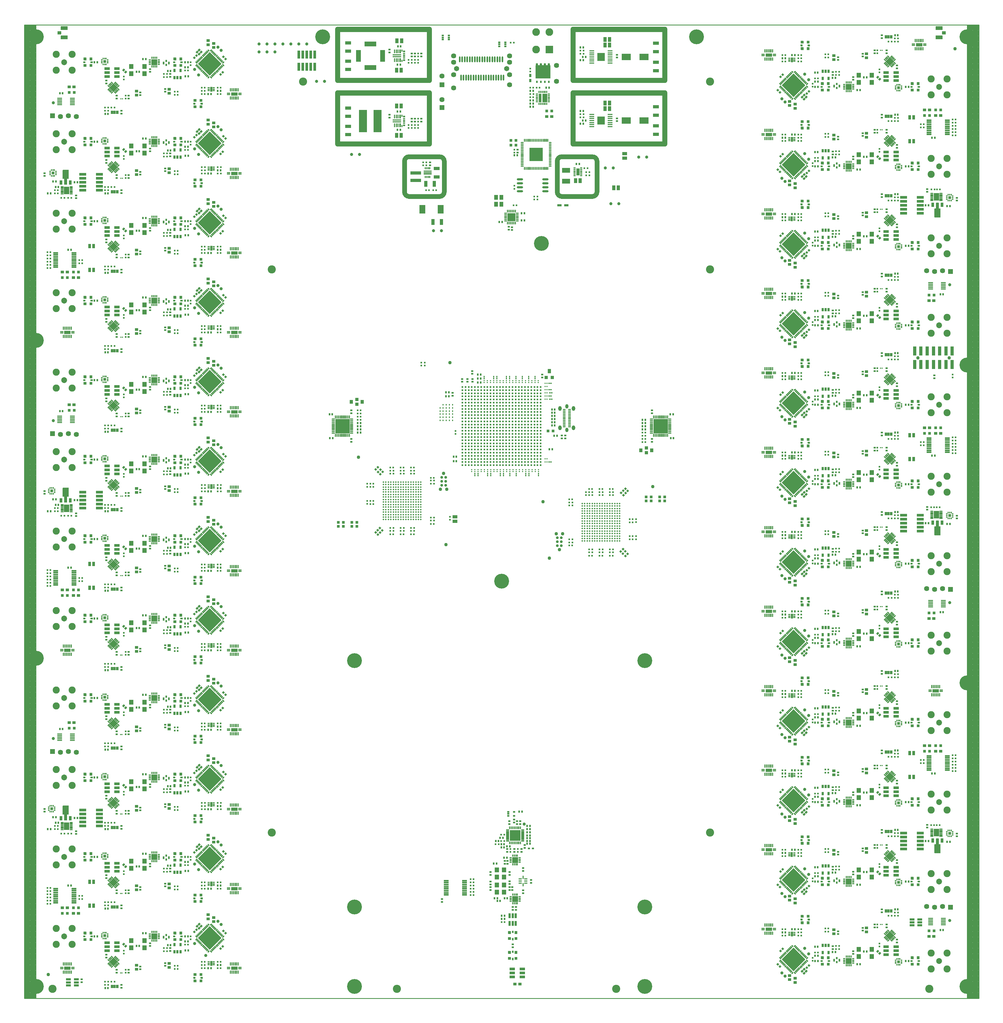
<source format=gts>
*
*
G04 PADS9.1 Build Number: 384028 generated Gerber (RS-274-X) file*
G04 PC Version=2.1*
*
%IN "radiant_v1_finalcheck.p"*%
*
%MOIN*%
*
%FSLAX35Y35*%
*
*
*
*
G04 PC Standard Apertures*
*
*
G04 Thermal Relief Aperture macro.*
%AMTER*
1,1,$1,0,0*
1,0,$1-$2,0,0*
21,0,$3,$4,0,0,45*
21,0,$3,$4,0,0,135*
%
*
*
G04 Annular Aperture macro.*
%AMANN*
1,1,$1,0,0*
1,0,$2,0,0*
%
*
*
G04 Odd Aperture macro.*
%AMODD*
1,1,$1,0,0*
1,0,$1-0.005,0,0*
%
*
*
G04 PC Custom Aperture Macros*
*
*
*
*
*
*
G04 PC Aperture Table*
*
%ADD010C,0.001*%
%ADD017C,0.002*%
%ADD034C,0.035*%
%ADD112C,0.039*%
%ADD128C,0.008*%
%ADD129C,0.00039*%
%ADD130C,0.05906*%
%ADD131C,0.005*%
%ADD134C,0.01*%
%ADD135C,0.007*%
%ADD139C,0.016*%
%ADD174R,0.064X0.017*%
%ADD204C,0.073*%
%ADD205C,0.089*%
%ADD206R,0.0355X0.03353*%
%ADD207R,0.02683X0.02369*%
%ADD208R,0.024X0.028*%
%ADD209R,0.014X0.03*%
%ADD210R,0.03X0.014*%
%ADD211R,0.074X0.074*%
%ADD212C,0.02369*%
%ADD213R,0.028X0.024*%
%ADD214R,0.029X0.024*%
%ADD215R,0.054X0.064*%
%ADD216R,0.069X0.034*%
%ADD217R,0.016X0.036*%
%ADD218R,0.132X0.132*%
%ADD219R,0.02369X0.02369*%
%ADD220R,0.02132X0.01187*%
%ADD221R,0.01187X0.02132*%
%ADD222R,0.03392X0.03392*%
%ADD223R,0.037X0.053*%
%ADD224R,0.075X0.112*%
%ADD225R,0.02369X0.0355*%
%ADD226R,0.02369X0.02762*%
%ADD227R,0.026X0.043*%
%ADD228R,0.028X0.02*%
%ADD229R,0.05124X0.05912*%
%ADD230R,0.028X0.059*%
%ADD231R,0.01502X0.01581*%
%ADD232R,0.039X0.032*%
%ADD233R,0.042X0.034*%
%ADD234C,0.01581*%
%ADD235R,0.02565X0.03983*%
%ADD236R,0.03156X0.01581*%
%ADD237R,0.02565X0.06109*%
%ADD238R,0.06109X0.02172*%
%ADD239R,0.035X0.035*%
%ADD240C,0.02014*%
%ADD241R,0.064X0.064*%
%ADD242C,0.064*%
%ADD243R,0.03392X0.054*%
%ADD244C,0.00656*%
%ADD245R,0.18471X0.18471*%
%ADD246R,0.10243X0.28353*%
%ADD247R,0.01581X0.02762*%
%ADD248R,0.01975X0.04928*%
%ADD249R,0.01581X0.04928*%
%ADD250R,0.1103X0.01187*%
%ADD251R,0.02762X0.02369*%
%ADD252R,0.02762X0.01384*%
%ADD253R,0.075X0.043*%
%ADD254R,0.039X0.059*%
%ADD255R,0.06306X0.06306*%
%ADD256R,0.05912X0.14573*%
%ADD257R,0.14573X0.05912*%
%ADD258R,0.11817X0.08471*%
%ADD259R,0.062X0.018*%
%ADD260R,0.095X0.101*%
%ADD262O,0.09455X0.06306*%
%ADD263R,0.10243X0.01778*%
%ADD264R,0.01384X0.02762*%
%ADD265R,0.13786X0.04258*%
%ADD266R,0.043X0.075*%
%ADD267R,0.0414X0.05124*%
%ADD268R,0.04337X0.04337*%
%ADD269R,0.01424X0.03313*%
%ADD270R,0.03313X0.01424*%
%ADD271R,0.10243X0.10243*%
%ADD272R,0.016X0.02*%
%ADD273R,0.02X0.016*%
%ADD274R,0.01778X0.01581*%
%ADD275R,0.01581X0.01778*%
%ADD276R,0.01345X0.03943*%
%ADD277R,0.03943X0.01345*%
%ADD278R,0.0788X0.03943*%
%ADD279C,0.00794*%
%ADD280R,0.17132X0.17132*%
%ADD281R,0.04337X0.08668*%
%ADD282R,0.01345X0.02664*%
%ADD283R,0.02664X0.01345*%
%ADD284R,0.06109X0.1103*%
%ADD285R,0.03746X0.1103*%
%ADD286R,0.02369X0.02959*%
%ADD287R,0.097X0.097*%
%ADD288C,0.097*%
%ADD289R,0.03746X0.01581*%
%ADD291O,0.04337X0.05912*%
%ADD292R,0.075X0.106*%
%ADD293R,0.02762X0.02054*%
%ADD294C,0.018*%
%ADD295C,0.187*%
%ADD296R,0.059X0.039*%
%ADD297R,0.028X0.043*%
%ADD298O,0.01778X0.07487*%
%ADD299C,0.06502*%
%ADD300R,0.03392X0.09849*%
%ADD301C,0.043*%
%ADD302R,0.04337X0.11227*%
%ADD303C,0.04337*%
%ADD304R,0.09061X0.04534*%
%ADD305R,0.04534X0.04337*%
%ADD306R,0.089X0.034*%
%ADD307C,0.00518*%
%ADD308R,0.06896X0.0977*%
%ADD309R,0.05912X0.02762*%
%ADD310O,0.078X0.028*%
%ADD311R,0.04337X0.01778*%
%ADD312R,0.01778X0.04337*%
%ADD313R,0.055X0.028*%
%ADD314R,0.04X0.04*%
%ADD315R,0.04X0.054*%
%ADD316R,0.03353X0.0355*%
%ADD317R,0.02369X0.02683*%
%ADD349C,0.10243*%
%ADD357O,0.03943X0.05518*%
%ADD359R,0.104X0.064*%
*
*
*
*
G04 PC Circuitry*
G04 Layer Name radiant_v1_finalcheck.p - circuitry*
%LPD*%
*
*
G04 PC Custom Flashes*
G04 Layer Name radiant_v1_finalcheck.p - flashes*
%LPD*%
*
*
G04 PC Circuitry*
G04 Layer Name radiant_v1_finalcheck.p - circuitry*
%LPD*%
*
G54D10*
G01X185265Y183475D02*
Y180609D01*
X182220*
Y183475*
X185265*
X185659Y178937D02*
Y177066D01*
X183484*
Y178937*
X185659*
X185265Y175387D02*
Y172538D01*
X182219*
Y175387*
X185265*
X177785D02*
Y172538D01*
X174727*
Y175387*
X177785*
X176525Y178936D02*
Y177066D01*
X174331*
Y178936*
X176525*
X177785Y183472D02*
Y180609D01*
X174725*
Y183472*
X177785*
X287735Y172525D02*
Y175391D01*
X290780*
Y172525*
X287735*
X287341Y177063D02*
Y178934D01*
X289516*
Y177063*
X287341*
X287735Y180613D02*
Y183462D01*
X290781*
Y180613*
X287735*
X295215D02*
Y183462D01*
X298273*
Y180613*
X295215*
X296475Y177064D02*
Y178934D01*
X298669*
Y177064*
X296475*
X295215Y172528D02*
Y175391D01*
X298275*
Y172528*
X295215*
X185265Y283475D02*
Y280609D01*
X182220*
Y283475*
X185265*
X185659Y278937D02*
Y277066D01*
X183484*
Y278937*
X185659*
X185265Y275387D02*
Y272538D01*
X182219*
Y275387*
X185265*
X177785D02*
Y272538D01*
X174727*
Y275387*
X177785*
X176525Y278936D02*
Y277066D01*
X174331*
Y278936*
X176525*
X177785Y283472D02*
Y280609D01*
X174725*
Y283472*
X177785*
X287735Y272525D02*
Y275391D01*
X290780*
Y272525*
X287735*
X287341Y277063D02*
Y278934D01*
X289516*
Y277063*
X287341*
X287735Y280613D02*
Y283462D01*
X290781*
Y280613*
X287735*
X295215D02*
Y283462D01*
X298273*
Y280613*
X295215*
X296475Y277064D02*
Y278934D01*
X298669*
Y277064*
X296475*
X295215Y272528D02*
Y275391D01*
X298275*
Y272528*
X295215*
X185265Y383475D02*
Y380609D01*
X182220*
Y383475*
X185265*
X185659Y378937D02*
Y377066D01*
X183484*
Y378937*
X185659*
X185265Y375387D02*
Y372538D01*
X182219*
Y375387*
X185265*
X177785D02*
Y372538D01*
X174727*
Y375387*
X177785*
X176525Y378936D02*
Y377066D01*
X174331*
Y378936*
X176525*
X177785Y383472D02*
Y380609D01*
X174725*
Y383472*
X177785*
X287735Y372525D02*
Y375391D01*
X290780*
Y372525*
X287735*
X287341Y377063D02*
Y378934D01*
X289516*
Y377063*
X287341*
X287735Y380613D02*
Y383462D01*
X290781*
Y380613*
X287735*
X295215D02*
Y383462D01*
X298273*
Y380613*
X295215*
X296475Y377064D02*
Y378934D01*
X298669*
Y377064*
X296475*
X295215Y372528D02*
Y375391D01*
X298275*
Y372528*
X295215*
X185265Y483475D02*
Y480609D01*
X182220*
Y483475*
X185265*
X185659Y478937D02*
Y477066D01*
X183484*
Y478937*
X185659*
X185265Y475387D02*
Y472538D01*
X182219*
Y475387*
X185265*
X177785D02*
Y472538D01*
X174727*
Y475387*
X177785*
X176525Y478936D02*
Y477066D01*
X174331*
Y478936*
X176525*
X177785Y483472D02*
Y480609D01*
X174725*
Y483472*
X177785*
X287735Y472525D02*
Y475391D01*
X290780*
Y472525*
X287735*
X287341Y477063D02*
Y478934D01*
X289516*
Y477063*
X287341*
X287735Y480613D02*
Y483462D01*
X290781*
Y480613*
X287735*
X295215D02*
Y483462D01*
X298273*
Y480613*
X295215*
X296475Y477064D02*
Y478934D01*
X298669*
Y477064*
X296475*
X295215Y472528D02*
Y475391D01*
X298275*
Y472528*
X295215*
X313081Y120450D02*
Y123316D01*
X316126*
Y120450*
X313081*
X312687Y124988D02*
Y126859D01*
X314862*
Y124988*
X312687*
X313081Y128538D02*
Y131387D01*
X316127*
Y128538*
X313081*
X320561D02*
Y131387D01*
X323619*
Y128538*
X320561*
X321821Y124989D02*
Y126859D01*
X324015*
Y124989*
X321821*
X320561Y120453D02*
Y123316D01*
X323621*
Y120453*
X320561*
X313081Y220450D02*
Y223316D01*
X316126*
Y220450*
X313081*
X312687Y224988D02*
Y226859D01*
X314862*
Y224988*
X312687*
X313081Y228538D02*
Y231387D01*
X316127*
Y228538*
X313081*
X320561D02*
Y231387D01*
X323619*
Y228538*
X320561*
X321821Y224989D02*
Y226859D01*
X324015*
Y224989*
X321821*
X320561Y220453D02*
Y223316D01*
X323621*
Y220453*
X320561*
X313081Y320450D02*
Y323316D01*
X316126*
Y320450*
X313081*
X312687Y324988D02*
Y326859D01*
X314862*
Y324988*
X312687*
X313081Y328538D02*
Y331387D01*
X316127*
Y328538*
X313081*
X320561D02*
Y331387D01*
X323619*
Y328538*
X320561*
X321821Y324989D02*
Y326859D01*
X324015*
Y324989*
X321821*
X320561Y320453D02*
Y323316D01*
X323621*
Y320453*
X320561*
X313081Y420450D02*
Y423316D01*
X316126*
Y420450*
X313081*
X312687Y424988D02*
Y426859D01*
X314862*
Y424988*
X312687*
X313081Y428538D02*
Y431387D01*
X316127*
Y428538*
X313081*
X320561D02*
Y431387D01*
X323619*
Y428538*
X320561*
X321821Y424989D02*
Y426859D01*
X324015*
Y424989*
X321821*
X320561Y420453D02*
Y423316D01*
X323621*
Y420453*
X320561*
X185265Y583475D02*
Y580609D01*
X182220*
Y583475*
X185265*
X185659Y578937D02*
Y577066D01*
X183484*
Y578937*
X185659*
X185265Y575387D02*
Y572538D01*
X182219*
Y575387*
X185265*
X177785D02*
Y572538D01*
X174727*
Y575387*
X177785*
X176525Y578936D02*
Y577066D01*
X174331*
Y578936*
X176525*
X177785Y583472D02*
Y580609D01*
X174725*
Y583472*
X177785*
X287735Y572525D02*
Y575391D01*
X290780*
Y572525*
X287735*
X287341Y577063D02*
Y578934D01*
X289516*
Y577063*
X287341*
X287735Y580613D02*
Y583462D01*
X290781*
Y580613*
X287735*
X295215D02*
Y583462D01*
X298273*
Y580613*
X295215*
X296475Y577064D02*
Y578934D01*
X298669*
Y577064*
X296475*
X295215Y572528D02*
Y575391D01*
X298275*
Y572528*
X295215*
X313081Y520450D02*
Y523316D01*
X316126*
Y520450*
X313081*
X312687Y524988D02*
Y526859D01*
X314862*
Y524988*
X312687*
X313081Y528538D02*
Y531387D01*
X316127*
Y528538*
X313081*
X320561D02*
Y531387D01*
X323619*
Y528538*
X320561*
X321821Y524989D02*
Y526859D01*
X324015*
Y524989*
X321821*
X320561Y520453D02*
Y523316D01*
X323621*
Y520453*
X320561*
X185265Y683475D02*
Y680609D01*
X182220*
Y683475*
X185265*
X185659Y678937D02*
Y677066D01*
X183484*
Y678937*
X185659*
X185265Y675387D02*
Y672538D01*
X182219*
Y675387*
X185265*
X177785D02*
Y672538D01*
X174727*
Y675387*
X177785*
X176525Y678936D02*
Y677066D01*
X174331*
Y678936*
X176525*
X177785Y683472D02*
Y680609D01*
X174725*
Y683472*
X177785*
X287735Y672525D02*
Y675391D01*
X290780*
Y672525*
X287735*
X287341Y677063D02*
Y678934D01*
X289516*
Y677063*
X287341*
X287735Y680613D02*
Y683462D01*
X290781*
Y680613*
X287735*
X295215D02*
Y683462D01*
X298273*
Y680613*
X295215*
X296475Y677064D02*
Y678934D01*
X298669*
Y677064*
X296475*
X295215Y672528D02*
Y675391D01*
X298275*
Y672528*
X295215*
X313081Y620450D02*
Y623316D01*
X316126*
Y620450*
X313081*
X312687Y624988D02*
Y626859D01*
X314862*
Y624988*
X312687*
X313081Y628538D02*
Y631387D01*
X316127*
Y628538*
X313081*
X320561D02*
Y631387D01*
X323619*
Y628538*
X320561*
X321821Y624989D02*
Y626859D01*
X324015*
Y624989*
X321821*
X320561Y620453D02*
Y623316D01*
X323621*
Y620453*
X320561*
X185265Y783475D02*
Y780609D01*
X182220*
Y783475*
X185265*
X185659Y778937D02*
Y777066D01*
X183484*
Y778937*
X185659*
X185265Y775387D02*
Y772538D01*
X182219*
Y775387*
X185265*
X177785D02*
Y772538D01*
X174727*
Y775387*
X177785*
X176525Y778936D02*
Y777066D01*
X174331*
Y778936*
X176525*
X177785Y783472D02*
Y780609D01*
X174725*
Y783472*
X177785*
X287735Y772525D02*
Y775391D01*
X290780*
Y772525*
X287735*
X287341Y777063D02*
Y778934D01*
X289516*
Y777063*
X287341*
X287735Y780613D02*
Y783462D01*
X290781*
Y780613*
X287735*
X295215D02*
Y783462D01*
X298273*
Y780613*
X295215*
X296475Y777064D02*
Y778934D01*
X298669*
Y777064*
X296475*
X295215Y772528D02*
Y775391D01*
X298275*
Y772528*
X295215*
X313081Y720450D02*
Y723316D01*
X316126*
Y720450*
X313081*
X312687Y724988D02*
Y726859D01*
X314862*
Y724988*
X312687*
X313081Y728538D02*
Y731387D01*
X316127*
Y728538*
X313081*
X320561D02*
Y731387D01*
X323619*
Y728538*
X320561*
X321821Y724989D02*
Y726859D01*
X324015*
Y724989*
X321821*
X320561Y720453D02*
Y723316D01*
X323621*
Y720453*
X320561*
X185265Y883475D02*
Y880609D01*
X182220*
Y883475*
X185265*
X185659Y878937D02*
Y877066D01*
X183484*
Y878937*
X185659*
X185265Y875387D02*
Y872538D01*
X182219*
Y875387*
X185265*
X177785D02*
Y872538D01*
X174727*
Y875387*
X177785*
X176525Y878936D02*
Y877066D01*
X174331*
Y878936*
X176525*
X177785Y883472D02*
Y880609D01*
X174725*
Y883472*
X177785*
X287735Y872525D02*
Y875391D01*
X290780*
Y872525*
X287735*
X287341Y877063D02*
Y878934D01*
X289516*
Y877063*
X287341*
X287735Y880613D02*
Y883462D01*
X290781*
Y880613*
X287735*
X295215D02*
Y883462D01*
X298273*
Y880613*
X295215*
X296475Y877064D02*
Y878934D01*
X298669*
Y877064*
X296475*
X295215Y872528D02*
Y875391D01*
X298275*
Y872528*
X295215*
X313081Y820450D02*
Y823316D01*
X316126*
Y820450*
X313081*
X312687Y824988D02*
Y826859D01*
X314862*
Y824988*
X312687*
X313081Y828538D02*
Y831387D01*
X316127*
Y828538*
X313081*
X320561D02*
Y831387D01*
X323619*
Y828538*
X320561*
X321821Y824989D02*
Y826859D01*
X324015*
Y824989*
X321821*
X320561Y820453D02*
Y823316D01*
X323621*
Y820453*
X320561*
X185265Y983475D02*
Y980609D01*
X182220*
Y983475*
X185265*
X185659Y978937D02*
Y977066D01*
X183484*
Y978937*
X185659*
X185265Y975387D02*
Y972538D01*
X182219*
Y975387*
X185265*
X177785D02*
Y972538D01*
X174727*
Y975387*
X177785*
X176525Y978936D02*
Y977066D01*
X174331*
Y978936*
X176525*
X177785Y983472D02*
Y980609D01*
X174725*
Y983472*
X177785*
X287735Y972525D02*
Y975391D01*
X290780*
Y972525*
X287735*
X287341Y977063D02*
Y978934D01*
X289516*
Y977063*
X287341*
X287735Y980613D02*
Y983462D01*
X290781*
Y980613*
X287735*
X295215D02*
Y983462D01*
X298273*
Y980613*
X295215*
X296475Y977064D02*
Y978934D01*
X298669*
Y977064*
X296475*
X295215Y972528D02*
Y975391D01*
X298275*
Y972528*
X295215*
X313081Y920450D02*
Y923316D01*
X316126*
Y920450*
X313081*
X312687Y924988D02*
Y926859D01*
X314862*
Y924988*
X312687*
X313081Y928538D02*
Y931387D01*
X316127*
Y928538*
X313081*
X320561D02*
Y931387D01*
X323619*
Y928538*
X320561*
X321821Y924989D02*
Y926859D01*
X324015*
Y924989*
X321821*
X320561Y920453D02*
Y923316D01*
X323621*
Y920453*
X320561*
X185265Y1083475D02*
Y1080609D01*
X182220*
Y1083475*
X185265*
X185659Y1078937D02*
Y1077066D01*
X183484*
Y1078937*
X185659*
X185265Y1075387D02*
Y1072538D01*
X182219*
Y1075387*
X185265*
X177785D02*
Y1072538D01*
X174727*
Y1075387*
X177785*
X176525Y1078936D02*
Y1077066D01*
X174331*
Y1078936*
X176525*
X177785Y1083472D02*
Y1080609D01*
X174725*
Y1083472*
X177785*
X287735Y1072525D02*
Y1075391D01*
X290780*
Y1072525*
X287735*
X287341Y1077063D02*
Y1078934D01*
X289516*
Y1077063*
X287341*
X287735Y1080613D02*
Y1083462D01*
X290781*
Y1080613*
X287735*
X295215D02*
Y1083462D01*
X298273*
Y1080613*
X295215*
X296475Y1077064D02*
Y1078934D01*
X298669*
Y1077064*
X296475*
X295215Y1072528D02*
Y1075391D01*
X298275*
Y1072528*
X295215*
X313081Y1020450D02*
Y1023316D01*
X316126*
Y1020450*
X313081*
X312687Y1024988D02*
Y1026859D01*
X314862*
Y1024988*
X312687*
X313081Y1028538D02*
Y1031387D01*
X316127*
Y1028538*
X313081*
X320561D02*
Y1031387D01*
X323619*
Y1028538*
X320561*
X321821Y1024989D02*
Y1026859D01*
X324015*
Y1024989*
X321821*
X320561Y1020453D02*
Y1023316D01*
X323621*
Y1020453*
X320561*
X185265Y1183475D02*
Y1180609D01*
X182220*
Y1183475*
X185265*
X185659Y1178937D02*
Y1177066D01*
X183484*
Y1178937*
X185659*
X185265Y1175387D02*
Y1172538D01*
X182219*
Y1175387*
X185265*
X177785D02*
Y1172538D01*
X174727*
Y1175387*
X177785*
X176525Y1178936D02*
Y1177066D01*
X174331*
Y1178936*
X176525*
X177785Y1183472D02*
Y1180609D01*
X174725*
Y1183472*
X177785*
X287735Y1172525D02*
Y1175391D01*
X290780*
Y1172525*
X287735*
X287341Y1177063D02*
Y1178934D01*
X289516*
Y1177063*
X287341*
X287735Y1180613D02*
Y1183462D01*
X290781*
Y1180613*
X287735*
X295215D02*
Y1183462D01*
X298273*
Y1180613*
X295215*
X296475Y1177064D02*
Y1178934D01*
X298669*
Y1177064*
X296475*
X295215Y1172528D02*
Y1175391D01*
X298275*
Y1172528*
X295215*
X313081Y1120450D02*
Y1123316D01*
X316126*
Y1120450*
X313081*
X312687Y1124988D02*
Y1126859D01*
X314862*
Y1124988*
X312687*
X313081Y1128538D02*
Y1131387D01*
X316127*
Y1128538*
X313081*
X320561D02*
Y1131387D01*
X323619*
Y1128538*
X320561*
X321821Y1124989D02*
Y1126859D01*
X324015*
Y1124989*
X321821*
X320561Y1120453D02*
Y1123316D01*
X323621*
Y1120453*
X320561*
X185265Y1283475D02*
Y1280609D01*
X182220*
Y1283475*
X185265*
X185659Y1278937D02*
Y1277066D01*
X183484*
Y1278937*
X185659*
X185265Y1275387D02*
Y1272538D01*
X182219*
Y1275387*
X185265*
X177785D02*
Y1272538D01*
X174727*
Y1275387*
X177785*
X176525Y1278936D02*
Y1277066D01*
X174331*
Y1278936*
X176525*
X177785Y1283472D02*
Y1280609D01*
X174725*
Y1283472*
X177785*
X287735Y1272525D02*
Y1275391D01*
X290780*
Y1272525*
X287735*
X287341Y1277063D02*
Y1278934D01*
X289516*
Y1277063*
X287341*
X287735Y1280613D02*
Y1283462D01*
X290781*
Y1280613*
X287735*
X295215D02*
Y1283462D01*
X298273*
Y1280613*
X295215*
X296475Y1277064D02*
Y1278934D01*
X298669*
Y1277064*
X296475*
X295215Y1272528D02*
Y1275391D01*
X298275*
Y1272528*
X295215*
X313081Y1220450D02*
Y1223316D01*
X316126*
Y1220450*
X313081*
X312687Y1224988D02*
Y1226859D01*
X314862*
Y1224988*
X312687*
X313081Y1228538D02*
Y1231387D01*
X316127*
Y1228538*
X313081*
X320561D02*
Y1231387D01*
X323619*
Y1228538*
X320561*
X321821Y1224989D02*
Y1226859D01*
X324015*
Y1224989*
X321821*
X320561Y1220453D02*
Y1223316D01*
X323621*
Y1220453*
X320561*
X1214735Y1241525D02*
Y1244391D01*
X1217780*
Y1241525*
X1214735*
X1214341Y1246063D02*
Y1247934D01*
X1216516*
Y1246063*
X1214341*
X1214735Y1249613D02*
Y1252462D01*
X1217781*
Y1249613*
X1214735*
X1222215D02*
Y1252462D01*
X1225273*
Y1249613*
X1222215*
X1223475Y1246064D02*
Y1247934D01*
X1225669*
Y1246064*
X1223475*
X1222215Y1241528D02*
Y1244391D01*
X1225275*
Y1241528*
X1222215*
X1112265Y1252475D02*
Y1249609D01*
X1109220*
Y1252475*
X1112265*
X1112659Y1247937D02*
Y1246066D01*
X1110484*
Y1247937*
X1112659*
X1112265Y1244387D02*
Y1241538D01*
X1109219*
Y1244387*
X1112265*
X1104785D02*
Y1241538D01*
X1101727*
Y1244387*
X1104785*
X1103525Y1247936D02*
Y1246066D01*
X1101331*
Y1247936*
X1103525*
X1104785Y1252472D02*
Y1249609D01*
X1101725*
Y1252472*
X1104785*
X1086919Y1304550D02*
Y1301684D01*
X1083874*
Y1304550*
X1086919*
X1087313Y1300012D02*
Y1298141D01*
X1085138*
Y1300012*
X1087313*
X1086919Y1296462D02*
Y1293613D01*
X1083873*
Y1296462*
X1086919*
X1079439D02*
Y1293613D01*
X1076381*
Y1296462*
X1079439*
X1078179Y1300011D02*
Y1298141D01*
X1075985*
Y1300011*
X1078179*
X1079439Y1304547D02*
Y1301684D01*
X1076379*
Y1304547*
X1079439*
X1214735Y1141525D02*
Y1144391D01*
X1217780*
Y1141525*
X1214735*
X1214341Y1146063D02*
Y1147934D01*
X1216516*
Y1146063*
X1214341*
X1214735Y1149613D02*
Y1152462D01*
X1217781*
Y1149613*
X1214735*
X1222215D02*
Y1152462D01*
X1225273*
Y1149613*
X1222215*
X1223475Y1146064D02*
Y1147934D01*
X1225669*
Y1146064*
X1223475*
X1222215Y1141528D02*
Y1144391D01*
X1225275*
Y1141528*
X1222215*
X1112265Y1152475D02*
Y1149609D01*
X1109220*
Y1152475*
X1112265*
X1112659Y1147937D02*
Y1146066D01*
X1110484*
Y1147937*
X1112659*
X1112265Y1144387D02*
Y1141538D01*
X1109219*
Y1144387*
X1112265*
X1104785D02*
Y1141538D01*
X1101727*
Y1144387*
X1104785*
X1103525Y1147936D02*
Y1146066D01*
X1101331*
Y1147936*
X1103525*
X1104785Y1152472D02*
Y1149609D01*
X1101725*
Y1152472*
X1104785*
X1086919Y1204550D02*
Y1201684D01*
X1083874*
Y1204550*
X1086919*
X1087313Y1200012D02*
Y1198141D01*
X1085138*
Y1200012*
X1087313*
X1086919Y1196462D02*
Y1193613D01*
X1083873*
Y1196462*
X1086919*
X1079439D02*
Y1193613D01*
X1076381*
Y1196462*
X1079439*
X1078179Y1200011D02*
Y1198141D01*
X1075985*
Y1200011*
X1078179*
X1079439Y1204547D02*
Y1201684D01*
X1076379*
Y1204547*
X1079439*
X1214735Y1041525D02*
Y1044391D01*
X1217780*
Y1041525*
X1214735*
X1214341Y1046063D02*
Y1047934D01*
X1216516*
Y1046063*
X1214341*
X1214735Y1049613D02*
Y1052462D01*
X1217781*
Y1049613*
X1214735*
X1222215D02*
Y1052462D01*
X1225273*
Y1049613*
X1222215*
X1223475Y1046064D02*
Y1047934D01*
X1225669*
Y1046064*
X1223475*
X1222215Y1041528D02*
Y1044391D01*
X1225275*
Y1041528*
X1222215*
X1112265Y1052475D02*
Y1049609D01*
X1109220*
Y1052475*
X1112265*
X1112659Y1047937D02*
Y1046066D01*
X1110484*
Y1047937*
X1112659*
X1112265Y1044387D02*
Y1041538D01*
X1109219*
Y1044387*
X1112265*
X1104785D02*
Y1041538D01*
X1101727*
Y1044387*
X1104785*
X1103525Y1047936D02*
Y1046066D01*
X1101331*
Y1047936*
X1103525*
X1104785Y1052472D02*
Y1049609D01*
X1101725*
Y1052472*
X1104785*
X1086919Y1104550D02*
Y1101684D01*
X1083874*
Y1104550*
X1086919*
X1087313Y1100012D02*
Y1098141D01*
X1085138*
Y1100012*
X1087313*
X1086919Y1096462D02*
Y1093613D01*
X1083873*
Y1096462*
X1086919*
X1079439D02*
Y1093613D01*
X1076381*
Y1096462*
X1079439*
X1078179Y1100011D02*
Y1098141D01*
X1075985*
Y1100011*
X1078179*
X1079439Y1104547D02*
Y1101684D01*
X1076379*
Y1104547*
X1079439*
X1214735Y941525D02*
Y944391D01*
X1217780*
Y941525*
X1214735*
X1214341Y946063D02*
Y947934D01*
X1216516*
Y946063*
X1214341*
X1214735Y949613D02*
Y952462D01*
X1217781*
Y949613*
X1214735*
X1222215D02*
Y952462D01*
X1225273*
Y949613*
X1222215*
X1223475Y946064D02*
Y947934D01*
X1225669*
Y946064*
X1223475*
X1222215Y941528D02*
Y944391D01*
X1225275*
Y941528*
X1222215*
X1112265Y952475D02*
Y949609D01*
X1109220*
Y952475*
X1112265*
X1112659Y947937D02*
Y946066D01*
X1110484*
Y947937*
X1112659*
X1112265Y944387D02*
Y941538D01*
X1109219*
Y944387*
X1112265*
X1104785D02*
Y941538D01*
X1101727*
Y944387*
X1104785*
X1103525Y947936D02*
Y946066D01*
X1101331*
Y947936*
X1103525*
X1104785Y952472D02*
Y949609D01*
X1101725*
Y952472*
X1104785*
X1086919Y1004550D02*
Y1001684D01*
X1083874*
Y1004550*
X1086919*
X1087313Y1000012D02*
Y998141D01*
X1085138*
Y1000012*
X1087313*
X1086919Y996462D02*
Y993613D01*
X1083873*
Y996462*
X1086919*
X1079439D02*
Y993613D01*
X1076381*
Y996462*
X1079439*
X1078179Y1000011D02*
Y998141D01*
X1075985*
Y1000011*
X1078179*
X1079439Y1004547D02*
Y1001684D01*
X1076379*
Y1004547*
X1079439*
X1214735Y841525D02*
Y844391D01*
X1217780*
Y841525*
X1214735*
X1214341Y846063D02*
Y847934D01*
X1216516*
Y846063*
X1214341*
X1214735Y849613D02*
Y852462D01*
X1217781*
Y849613*
X1214735*
X1222215D02*
Y852462D01*
X1225273*
Y849613*
X1222215*
X1223475Y846064D02*
Y847934D01*
X1225669*
Y846064*
X1223475*
X1222215Y841528D02*
Y844391D01*
X1225275*
Y841528*
X1222215*
X1112265Y852475D02*
Y849609D01*
X1109220*
Y852475*
X1112265*
X1112659Y847937D02*
Y846066D01*
X1110484*
Y847937*
X1112659*
X1112265Y844387D02*
Y841538D01*
X1109219*
Y844387*
X1112265*
X1104785D02*
Y841538D01*
X1101727*
Y844387*
X1104785*
X1103525Y847936D02*
Y846066D01*
X1101331*
Y847936*
X1103525*
X1104785Y852472D02*
Y849609D01*
X1101725*
Y852472*
X1104785*
X1086919Y904550D02*
Y901684D01*
X1083874*
Y904550*
X1086919*
X1087313Y900012D02*
Y898141D01*
X1085138*
Y900012*
X1087313*
X1086919Y896462D02*
Y893613D01*
X1083873*
Y896462*
X1086919*
X1079439D02*
Y893613D01*
X1076381*
Y896462*
X1079439*
X1078179Y900011D02*
Y898141D01*
X1075985*
Y900011*
X1078179*
X1079439Y904547D02*
Y901684D01*
X1076379*
Y904547*
X1079439*
X1214735Y741525D02*
Y744391D01*
X1217780*
Y741525*
X1214735*
X1214341Y746063D02*
Y747934D01*
X1216516*
Y746063*
X1214341*
X1214735Y749613D02*
Y752462D01*
X1217781*
Y749613*
X1214735*
X1222215D02*
Y752462D01*
X1225273*
Y749613*
X1222215*
X1223475Y746064D02*
Y747934D01*
X1225669*
Y746064*
X1223475*
X1222215Y741528D02*
Y744391D01*
X1225275*
Y741528*
X1222215*
X1112265Y752475D02*
Y749609D01*
X1109220*
Y752475*
X1112265*
X1112659Y747937D02*
Y746066D01*
X1110484*
Y747937*
X1112659*
X1112265Y744387D02*
Y741538D01*
X1109219*
Y744387*
X1112265*
X1104785D02*
Y741538D01*
X1101727*
Y744387*
X1104785*
X1103525Y747936D02*
Y746066D01*
X1101331*
Y747936*
X1103525*
X1104785Y752472D02*
Y749609D01*
X1101725*
Y752472*
X1104785*
X1086919Y804550D02*
Y801684D01*
X1083874*
Y804550*
X1086919*
X1087313Y800012D02*
Y798141D01*
X1085138*
Y800012*
X1087313*
X1086919Y796462D02*
Y793613D01*
X1083873*
Y796462*
X1086919*
X1079439D02*
Y793613D01*
X1076381*
Y796462*
X1079439*
X1078179Y800011D02*
Y798141D01*
X1075985*
Y800011*
X1078179*
X1079439Y804547D02*
Y801684D01*
X1076379*
Y804547*
X1079439*
X1214735Y641525D02*
Y644391D01*
X1217780*
Y641525*
X1214735*
X1214341Y646063D02*
Y647934D01*
X1216516*
Y646063*
X1214341*
X1214735Y649613D02*
Y652462D01*
X1217781*
Y649613*
X1214735*
X1222215D02*
Y652462D01*
X1225273*
Y649613*
X1222215*
X1223475Y646064D02*
Y647934D01*
X1225669*
Y646064*
X1223475*
X1222215Y641528D02*
Y644391D01*
X1225275*
Y641528*
X1222215*
X1112265Y652475D02*
Y649609D01*
X1109220*
Y652475*
X1112265*
X1112659Y647937D02*
Y646066D01*
X1110484*
Y647937*
X1112659*
X1112265Y644387D02*
Y641538D01*
X1109219*
Y644387*
X1112265*
X1104785D02*
Y641538D01*
X1101727*
Y644387*
X1104785*
X1103525Y647936D02*
Y646066D01*
X1101331*
Y647936*
X1103525*
X1104785Y652472D02*
Y649609D01*
X1101725*
Y652472*
X1104785*
X1086919Y704550D02*
Y701684D01*
X1083874*
Y704550*
X1086919*
X1087313Y700012D02*
Y698141D01*
X1085138*
Y700012*
X1087313*
X1086919Y696462D02*
Y693613D01*
X1083873*
Y696462*
X1086919*
X1079439D02*
Y693613D01*
X1076381*
Y696462*
X1079439*
X1078179Y700011D02*
Y698141D01*
X1075985*
Y700011*
X1078179*
X1079439Y704547D02*
Y701684D01*
X1076379*
Y704547*
X1079439*
X1214735Y541525D02*
Y544391D01*
X1217780*
Y541525*
X1214735*
X1214341Y546063D02*
Y547934D01*
X1216516*
Y546063*
X1214341*
X1214735Y549613D02*
Y552462D01*
X1217781*
Y549613*
X1214735*
X1222215D02*
Y552462D01*
X1225273*
Y549613*
X1222215*
X1223475Y546064D02*
Y547934D01*
X1225669*
Y546064*
X1223475*
X1222215Y541528D02*
Y544391D01*
X1225275*
Y541528*
X1222215*
X1112265Y552475D02*
Y549609D01*
X1109220*
Y552475*
X1112265*
X1112659Y547937D02*
Y546066D01*
X1110484*
Y547937*
X1112659*
X1112265Y544387D02*
Y541538D01*
X1109219*
Y544387*
X1112265*
X1104785D02*
Y541538D01*
X1101727*
Y544387*
X1104785*
X1103525Y547936D02*
Y546066D01*
X1101331*
Y547936*
X1103525*
X1104785Y552472D02*
Y549609D01*
X1101725*
Y552472*
X1104785*
X1086919Y604550D02*
Y601684D01*
X1083874*
Y604550*
X1086919*
X1087313Y600012D02*
Y598141D01*
X1085138*
Y600012*
X1087313*
X1086919Y596462D02*
Y593613D01*
X1083873*
Y596462*
X1086919*
X1079439D02*
Y593613D01*
X1076381*
Y596462*
X1079439*
X1078179Y600011D02*
Y598141D01*
X1075985*
Y600011*
X1078179*
X1079439Y604547D02*
Y601684D01*
X1076379*
Y604547*
X1079439*
X1214735Y441525D02*
Y444391D01*
X1217780*
Y441525*
X1214735*
X1214341Y446063D02*
Y447934D01*
X1216516*
Y446063*
X1214341*
X1214735Y449613D02*
Y452462D01*
X1217781*
Y449613*
X1214735*
X1222215D02*
Y452462D01*
X1225273*
Y449613*
X1222215*
X1223475Y446064D02*
Y447934D01*
X1225669*
Y446064*
X1223475*
X1222215Y441528D02*
Y444391D01*
X1225275*
Y441528*
X1222215*
X1112265Y452475D02*
Y449609D01*
X1109220*
Y452475*
X1112265*
X1112659Y447937D02*
Y446066D01*
X1110484*
Y447937*
X1112659*
X1112265Y444387D02*
Y441538D01*
X1109219*
Y444387*
X1112265*
X1104785D02*
Y441538D01*
X1101727*
Y444387*
X1104785*
X1103525Y447936D02*
Y446066D01*
X1101331*
Y447936*
X1103525*
X1104785Y452472D02*
Y449609D01*
X1101725*
Y452472*
X1104785*
X1086919Y504550D02*
Y501684D01*
X1083874*
Y504550*
X1086919*
X1087313Y500012D02*
Y498141D01*
X1085138*
Y500012*
X1087313*
X1086919Y496462D02*
Y493613D01*
X1083873*
Y496462*
X1086919*
X1079439D02*
Y493613D01*
X1076381*
Y496462*
X1079439*
X1078179Y500011D02*
Y498141D01*
X1075985*
Y500011*
X1078179*
X1079439Y504547D02*
Y501684D01*
X1076379*
Y504547*
X1079439*
X1214735Y341525D02*
Y344391D01*
X1217780*
Y341525*
X1214735*
X1214341Y346063D02*
Y347934D01*
X1216516*
Y346063*
X1214341*
X1214735Y349613D02*
Y352462D01*
X1217781*
Y349613*
X1214735*
X1222215D02*
Y352462D01*
X1225273*
Y349613*
X1222215*
X1223475Y346064D02*
Y347934D01*
X1225669*
Y346064*
X1223475*
X1222215Y341528D02*
Y344391D01*
X1225275*
Y341528*
X1222215*
X1112265Y352475D02*
Y349609D01*
X1109220*
Y352475*
X1112265*
X1112659Y347937D02*
Y346066D01*
X1110484*
Y347937*
X1112659*
X1112265Y344387D02*
Y341538D01*
X1109219*
Y344387*
X1112265*
X1104785D02*
Y341538D01*
X1101727*
Y344387*
X1104785*
X1103525Y347936D02*
Y346066D01*
X1101331*
Y347936*
X1103525*
X1104785Y352472D02*
Y349609D01*
X1101725*
Y352472*
X1104785*
X1086919Y404550D02*
Y401684D01*
X1083874*
Y404550*
X1086919*
X1087313Y400012D02*
Y398141D01*
X1085138*
Y400012*
X1087313*
X1086919Y396462D02*
Y393613D01*
X1083873*
Y396462*
X1086919*
X1079439D02*
Y393613D01*
X1076381*
Y396462*
X1079439*
X1078179Y400011D02*
Y398141D01*
X1075985*
Y400011*
X1078179*
X1079439Y404547D02*
Y401684D01*
X1076379*
Y404547*
X1079439*
X1214735Y241525D02*
Y244391D01*
X1217780*
Y241525*
X1214735*
X1214341Y246063D02*
Y247934D01*
X1216516*
Y246063*
X1214341*
X1214735Y249613D02*
Y252462D01*
X1217781*
Y249613*
X1214735*
X1222215D02*
Y252462D01*
X1225273*
Y249613*
X1222215*
X1223475Y246064D02*
Y247934D01*
X1225669*
Y246064*
X1223475*
X1222215Y241528D02*
Y244391D01*
X1225275*
Y241528*
X1222215*
X1112265Y252475D02*
Y249609D01*
X1109220*
Y252475*
X1112265*
X1112659Y247937D02*
Y246066D01*
X1110484*
Y247937*
X1112659*
X1112265Y244387D02*
Y241538D01*
X1109219*
Y244387*
X1112265*
X1104785D02*
Y241538D01*
X1101727*
Y244387*
X1104785*
X1103525Y247936D02*
Y246066D01*
X1101331*
Y247936*
X1103525*
X1104785Y252472D02*
Y249609D01*
X1101725*
Y252472*
X1104785*
X1086919Y304550D02*
Y301684D01*
X1083874*
Y304550*
X1086919*
X1087313Y300012D02*
Y298141D01*
X1085138*
Y300012*
X1087313*
X1086919Y296462D02*
Y293613D01*
X1083873*
Y296462*
X1086919*
X1079439D02*
Y293613D01*
X1076381*
Y296462*
X1079439*
X1078179Y300011D02*
Y298141D01*
X1075985*
Y300011*
X1078179*
X1079439Y304547D02*
Y301684D01*
X1076379*
Y304547*
X1079439*
X1214735Y141525D02*
Y144391D01*
X1217780*
Y141525*
X1214735*
X1214341Y146063D02*
Y147934D01*
X1216516*
Y146063*
X1214341*
X1214735Y149613D02*
Y152462D01*
X1217781*
Y149613*
X1214735*
X1222215D02*
Y152462D01*
X1225273*
Y149613*
X1222215*
X1223475Y146064D02*
Y147934D01*
X1225669*
Y146064*
X1223475*
X1222215Y141528D02*
Y144391D01*
X1225275*
Y141528*
X1222215*
X1112265Y152475D02*
Y149609D01*
X1109220*
Y152475*
X1112265*
X1112659Y147937D02*
Y146066D01*
X1110484*
Y147937*
X1112659*
X1112265Y144387D02*
Y141538D01*
X1109219*
Y144387*
X1112265*
X1104785D02*
Y141538D01*
X1101727*
Y144387*
X1104785*
X1103525Y147936D02*
Y146066D01*
X1101331*
Y147936*
X1103525*
X1104785Y152472D02*
Y149609D01*
X1101725*
Y152472*
X1104785*
X1086919Y204550D02*
Y201684D01*
X1083874*
Y204550*
X1086919*
X1087313Y200012D02*
Y198141D01*
X1085138*
Y200012*
X1087313*
X1086919Y196462D02*
Y193613D01*
X1083873*
Y196462*
X1086919*
X1079439D02*
Y193613D01*
X1076381*
Y196462*
X1079439*
X1078179Y200011D02*
Y198141D01*
X1075985*
Y200011*
X1078179*
X1079439Y204547D02*
Y201684D01*
X1076379*
Y204547*
X1079439*
X708525Y184265D02*
X711391D01*
Y181220*
X708525*
Y184265*
X713063Y184659D02*
X714934D01*
Y182484*
X713063*
Y184659*
X716613Y184265D02*
X719462D01*
Y181219*
X716613*
Y184265*
Y176785D02*
X719462D01*
Y173727*
X716613*
Y176785*
X713064Y175525D02*
X714934D01*
Y173331*
X713064*
Y175525*
X708528Y176785D02*
X711391D01*
Y173725*
X708528*
Y176785*
X719475Y148735D02*
X716609D01*
Y151780*
X719475*
Y148735*
X714937Y148341D02*
X713066D01*
Y150516*
X714937*
Y148341*
X711387Y148735D02*
X708538D01*
Y151781*
X711387*
Y148735*
Y156215D02*
X708538D01*
Y159273*
X711387*
Y156215*
X714936Y157475D02*
X713066D01*
Y159669*
X714936*
Y157475*
X719472Y156215D02*
X716609D01*
Y159275*
X719472*
Y156215*
X182220Y183408D02*
X185265D01*
X182220Y182708D02*
X185265D01*
X182220Y182008D02*
X185265D01*
X182220Y181308D02*
X185265D01*
X183484Y178465D02*
X185659D01*
X183484Y177765D02*
X185659D01*
X182219Y175337D02*
X185265D01*
X182219Y174637D02*
X185265D01*
X182219Y173937D02*
X185265D01*
X182219Y173237D02*
X185265D01*
X174727Y175337D02*
X177785D01*
X174727Y174637D02*
X177785D01*
X174727Y173937D02*
X177785D01*
X174727Y173237D02*
X177785D01*
X174331Y178465D02*
X176525D01*
X174331Y177765D02*
X176525D01*
X174725Y183408D02*
X177785D01*
X174725Y182708D02*
X177785D01*
X174725Y182008D02*
X177785D01*
X174725Y181308D02*
X177785D01*
X287735Y175324D02*
X290780D01*
X287735Y174624D02*
X290780D01*
X287735Y173924D02*
X290780D01*
X287735Y173224D02*
X290780D01*
X287341Y178462D02*
X289516D01*
X287341Y177762D02*
X289516D01*
X287735Y183412D02*
X290781D01*
X287735Y182712D02*
X290781D01*
X287735Y182012D02*
X290781D01*
X287735Y181312D02*
X290781D01*
X295215Y183412D02*
X298273D01*
X295215Y182712D02*
X298273D01*
X295215Y182012D02*
X298273D01*
X295215Y181312D02*
X298273D01*
X296475Y178463D02*
X298669D01*
X296475Y177763D02*
X298669D01*
X295215Y175327D02*
X298275D01*
X295215Y174627D02*
X298275D01*
X295215Y173927D02*
X298275D01*
X295215Y173227D02*
X298275D01*
X182220Y283408D02*
X185265D01*
X182220Y282708D02*
X185265D01*
X182220Y282008D02*
X185265D01*
X182220Y281308D02*
X185265D01*
X183484Y278465D02*
X185659D01*
X183484Y277765D02*
X185659D01*
X182219Y275337D02*
X185265D01*
X182219Y274637D02*
X185265D01*
X182219Y273937D02*
X185265D01*
X182219Y273237D02*
X185265D01*
X174727Y275337D02*
X177785D01*
X174727Y274637D02*
X177785D01*
X174727Y273937D02*
X177785D01*
X174727Y273237D02*
X177785D01*
X174331Y278465D02*
X176525D01*
X174331Y277765D02*
X176525D01*
X174725Y283408D02*
X177785D01*
X174725Y282708D02*
X177785D01*
X174725Y282008D02*
X177785D01*
X174725Y281308D02*
X177785D01*
X287735Y275324D02*
X290780D01*
X287735Y274624D02*
X290780D01*
X287735Y273924D02*
X290780D01*
X287735Y273224D02*
X290780D01*
X287341Y278462D02*
X289516D01*
X287341Y277762D02*
X289516D01*
X287735Y283412D02*
X290781D01*
X287735Y282712D02*
X290781D01*
X287735Y282012D02*
X290781D01*
X287735Y281312D02*
X290781D01*
X295215Y283412D02*
X298273D01*
X295215Y282712D02*
X298273D01*
X295215Y282012D02*
X298273D01*
X295215Y281312D02*
X298273D01*
X296475Y278463D02*
X298669D01*
X296475Y277763D02*
X298669D01*
X295215Y275327D02*
X298275D01*
X295215Y274627D02*
X298275D01*
X295215Y273927D02*
X298275D01*
X295215Y273227D02*
X298275D01*
X182220Y383408D02*
X185265D01*
X182220Y382708D02*
X185265D01*
X182220Y382008D02*
X185265D01*
X182220Y381308D02*
X185265D01*
X183484Y378465D02*
X185659D01*
X183484Y377765D02*
X185659D01*
X182219Y375337D02*
X185265D01*
X182219Y374637D02*
X185265D01*
X182219Y373937D02*
X185265D01*
X182219Y373237D02*
X185265D01*
X174727Y375337D02*
X177785D01*
X174727Y374637D02*
X177785D01*
X174727Y373937D02*
X177785D01*
X174727Y373237D02*
X177785D01*
X174331Y378465D02*
X176525D01*
X174331Y377765D02*
X176525D01*
X174725Y383408D02*
X177785D01*
X174725Y382708D02*
X177785D01*
X174725Y382008D02*
X177785D01*
X174725Y381308D02*
X177785D01*
X287735Y375324D02*
X290780D01*
X287735Y374624D02*
X290780D01*
X287735Y373924D02*
X290780D01*
X287735Y373224D02*
X290780D01*
X287341Y378462D02*
X289516D01*
X287341Y377762D02*
X289516D01*
X287735Y383412D02*
X290781D01*
X287735Y382712D02*
X290781D01*
X287735Y382012D02*
X290781D01*
X287735Y381312D02*
X290781D01*
X295215Y383412D02*
X298273D01*
X295215Y382712D02*
X298273D01*
X295215Y382012D02*
X298273D01*
X295215Y381312D02*
X298273D01*
X296475Y378463D02*
X298669D01*
X296475Y377763D02*
X298669D01*
X295215Y375327D02*
X298275D01*
X295215Y374627D02*
X298275D01*
X295215Y373927D02*
X298275D01*
X295215Y373227D02*
X298275D01*
X182220Y483408D02*
X185265D01*
X182220Y482708D02*
X185265D01*
X182220Y482008D02*
X185265D01*
X182220Y481308D02*
X185265D01*
X183484Y478465D02*
X185659D01*
X183484Y477765D02*
X185659D01*
X182219Y475337D02*
X185265D01*
X182219Y474637D02*
X185265D01*
X182219Y473937D02*
X185265D01*
X182219Y473237D02*
X185265D01*
X174727Y475337D02*
X177785D01*
X174727Y474637D02*
X177785D01*
X174727Y473937D02*
X177785D01*
X174727Y473237D02*
X177785D01*
X174331Y478465D02*
X176525D01*
X174331Y477765D02*
X176525D01*
X174725Y483408D02*
X177785D01*
X174725Y482708D02*
X177785D01*
X174725Y482008D02*
X177785D01*
X174725Y481308D02*
X177785D01*
X287735Y475324D02*
X290780D01*
X287735Y474624D02*
X290780D01*
X287735Y473924D02*
X290780D01*
X287735Y473224D02*
X290780D01*
X287341Y478462D02*
X289516D01*
X287341Y477762D02*
X289516D01*
X287735Y483412D02*
X290781D01*
X287735Y482712D02*
X290781D01*
X287735Y482012D02*
X290781D01*
X287735Y481312D02*
X290781D01*
X295215Y483412D02*
X298273D01*
X295215Y482712D02*
X298273D01*
X295215Y482012D02*
X298273D01*
X295215Y481312D02*
X298273D01*
X296475Y478463D02*
X298669D01*
X296475Y477763D02*
X298669D01*
X295215Y475327D02*
X298275D01*
X295215Y474627D02*
X298275D01*
X295215Y473927D02*
X298275D01*
X295215Y473227D02*
X298275D01*
X313081Y123249D02*
X316126D01*
X313081Y122549D02*
X316126D01*
X313081Y121849D02*
X316126D01*
X313081Y121149D02*
X316126D01*
X312687Y126387D02*
X314862D01*
X312687Y125687D02*
X314862D01*
X313081Y131337D02*
X316127D01*
X313081Y130637D02*
X316127D01*
X313081Y129937D02*
X316127D01*
X313081Y129237D02*
X316127D01*
X320561Y131337D02*
X323619D01*
X320561Y130637D02*
X323619D01*
X320561Y129937D02*
X323619D01*
X320561Y129237D02*
X323619D01*
X321821Y126388D02*
X324015D01*
X321821Y125688D02*
X324015D01*
X320561Y123252D02*
X323621D01*
X320561Y122552D02*
X323621D01*
X320561Y121852D02*
X323621D01*
X320561Y121152D02*
X323621D01*
X313081Y223249D02*
X316126D01*
X313081Y222549D02*
X316126D01*
X313081Y221849D02*
X316126D01*
X313081Y221149D02*
X316126D01*
X312687Y226387D02*
X314862D01*
X312687Y225687D02*
X314862D01*
X313081Y231337D02*
X316127D01*
X313081Y230637D02*
X316127D01*
X313081Y229937D02*
X316127D01*
X313081Y229237D02*
X316127D01*
X320561Y231337D02*
X323619D01*
X320561Y230637D02*
X323619D01*
X320561Y229937D02*
X323619D01*
X320561Y229237D02*
X323619D01*
X321821Y226388D02*
X324015D01*
X321821Y225688D02*
X324015D01*
X320561Y223252D02*
X323621D01*
X320561Y222552D02*
X323621D01*
X320561Y221852D02*
X323621D01*
X320561Y221152D02*
X323621D01*
X313081Y323249D02*
X316126D01*
X313081Y322549D02*
X316126D01*
X313081Y321849D02*
X316126D01*
X313081Y321149D02*
X316126D01*
X312687Y326387D02*
X314862D01*
X312687Y325687D02*
X314862D01*
X313081Y331337D02*
X316127D01*
X313081Y330637D02*
X316127D01*
X313081Y329937D02*
X316127D01*
X313081Y329237D02*
X316127D01*
X320561Y331337D02*
X323619D01*
X320561Y330637D02*
X323619D01*
X320561Y329937D02*
X323619D01*
X320561Y329237D02*
X323619D01*
X321821Y326388D02*
X324015D01*
X321821Y325688D02*
X324015D01*
X320561Y323252D02*
X323621D01*
X320561Y322552D02*
X323621D01*
X320561Y321852D02*
X323621D01*
X320561Y321152D02*
X323621D01*
X313081Y423249D02*
X316126D01*
X313081Y422549D02*
X316126D01*
X313081Y421849D02*
X316126D01*
X313081Y421149D02*
X316126D01*
X312687Y426387D02*
X314862D01*
X312687Y425687D02*
X314862D01*
X313081Y431337D02*
X316127D01*
X313081Y430637D02*
X316127D01*
X313081Y429937D02*
X316127D01*
X313081Y429237D02*
X316127D01*
X320561Y431337D02*
X323619D01*
X320561Y430637D02*
X323619D01*
X320561Y429937D02*
X323619D01*
X320561Y429237D02*
X323619D01*
X321821Y426388D02*
X324015D01*
X321821Y425688D02*
X324015D01*
X320561Y423252D02*
X323621D01*
X320561Y422552D02*
X323621D01*
X320561Y421852D02*
X323621D01*
X320561Y421152D02*
X323621D01*
X182220Y583408D02*
X185265D01*
X182220Y582708D02*
X185265D01*
X182220Y582008D02*
X185265D01*
X182220Y581308D02*
X185265D01*
X183484Y578465D02*
X185659D01*
X183484Y577765D02*
X185659D01*
X182219Y575337D02*
X185265D01*
X182219Y574637D02*
X185265D01*
X182219Y573937D02*
X185265D01*
X182219Y573237D02*
X185265D01*
X174727Y575337D02*
X177785D01*
X174727Y574637D02*
X177785D01*
X174727Y573937D02*
X177785D01*
X174727Y573237D02*
X177785D01*
X174331Y578465D02*
X176525D01*
X174331Y577765D02*
X176525D01*
X174725Y583408D02*
X177785D01*
X174725Y582708D02*
X177785D01*
X174725Y582008D02*
X177785D01*
X174725Y581308D02*
X177785D01*
X287735Y575324D02*
X290780D01*
X287735Y574624D02*
X290780D01*
X287735Y573924D02*
X290780D01*
X287735Y573224D02*
X290780D01*
X287341Y578462D02*
X289516D01*
X287341Y577762D02*
X289516D01*
X287735Y583412D02*
X290781D01*
X287735Y582712D02*
X290781D01*
X287735Y582012D02*
X290781D01*
X287735Y581312D02*
X290781D01*
X295215Y583412D02*
X298273D01*
X295215Y582712D02*
X298273D01*
X295215Y582012D02*
X298273D01*
X295215Y581312D02*
X298273D01*
X296475Y578463D02*
X298669D01*
X296475Y577763D02*
X298669D01*
X295215Y575327D02*
X298275D01*
X295215Y574627D02*
X298275D01*
X295215Y573927D02*
X298275D01*
X295215Y573227D02*
X298275D01*
X313081Y523249D02*
X316126D01*
X313081Y522549D02*
X316126D01*
X313081Y521849D02*
X316126D01*
X313081Y521149D02*
X316126D01*
X312687Y526387D02*
X314862D01*
X312687Y525687D02*
X314862D01*
X313081Y531337D02*
X316127D01*
X313081Y530637D02*
X316127D01*
X313081Y529937D02*
X316127D01*
X313081Y529237D02*
X316127D01*
X320561Y531337D02*
X323619D01*
X320561Y530637D02*
X323619D01*
X320561Y529937D02*
X323619D01*
X320561Y529237D02*
X323619D01*
X321821Y526388D02*
X324015D01*
X321821Y525688D02*
X324015D01*
X320561Y523252D02*
X323621D01*
X320561Y522552D02*
X323621D01*
X320561Y521852D02*
X323621D01*
X320561Y521152D02*
X323621D01*
X182220Y683408D02*
X185265D01*
X182220Y682708D02*
X185265D01*
X182220Y682008D02*
X185265D01*
X182220Y681308D02*
X185265D01*
X183484Y678465D02*
X185659D01*
X183484Y677765D02*
X185659D01*
X182219Y675337D02*
X185265D01*
X182219Y674637D02*
X185265D01*
X182219Y673937D02*
X185265D01*
X182219Y673237D02*
X185265D01*
X174727Y675337D02*
X177785D01*
X174727Y674637D02*
X177785D01*
X174727Y673937D02*
X177785D01*
X174727Y673237D02*
X177785D01*
X174331Y678465D02*
X176525D01*
X174331Y677765D02*
X176525D01*
X174725Y683408D02*
X177785D01*
X174725Y682708D02*
X177785D01*
X174725Y682008D02*
X177785D01*
X174725Y681308D02*
X177785D01*
X287735Y675324D02*
X290780D01*
X287735Y674624D02*
X290780D01*
X287735Y673924D02*
X290780D01*
X287735Y673224D02*
X290780D01*
X287341Y678462D02*
X289516D01*
X287341Y677762D02*
X289516D01*
X287735Y683412D02*
X290781D01*
X287735Y682712D02*
X290781D01*
X287735Y682012D02*
X290781D01*
X287735Y681312D02*
X290781D01*
X295215Y683412D02*
X298273D01*
X295215Y682712D02*
X298273D01*
X295215Y682012D02*
X298273D01*
X295215Y681312D02*
X298273D01*
X296475Y678463D02*
X298669D01*
X296475Y677763D02*
X298669D01*
X295215Y675327D02*
X298275D01*
X295215Y674627D02*
X298275D01*
X295215Y673927D02*
X298275D01*
X295215Y673227D02*
X298275D01*
X313081Y623249D02*
X316126D01*
X313081Y622549D02*
X316126D01*
X313081Y621849D02*
X316126D01*
X313081Y621149D02*
X316126D01*
X312687Y626387D02*
X314862D01*
X312687Y625687D02*
X314862D01*
X313081Y631337D02*
X316127D01*
X313081Y630637D02*
X316127D01*
X313081Y629937D02*
X316127D01*
X313081Y629237D02*
X316127D01*
X320561Y631337D02*
X323619D01*
X320561Y630637D02*
X323619D01*
X320561Y629937D02*
X323619D01*
X320561Y629237D02*
X323619D01*
X321821Y626388D02*
X324015D01*
X321821Y625688D02*
X324015D01*
X320561Y623252D02*
X323621D01*
X320561Y622552D02*
X323621D01*
X320561Y621852D02*
X323621D01*
X320561Y621152D02*
X323621D01*
X182220Y783408D02*
X185265D01*
X182220Y782708D02*
X185265D01*
X182220Y782008D02*
X185265D01*
X182220Y781308D02*
X185265D01*
X183484Y778465D02*
X185659D01*
X183484Y777765D02*
X185659D01*
X182219Y775337D02*
X185265D01*
X182219Y774637D02*
X185265D01*
X182219Y773937D02*
X185265D01*
X182219Y773237D02*
X185265D01*
X174727Y775337D02*
X177785D01*
X174727Y774637D02*
X177785D01*
X174727Y773937D02*
X177785D01*
X174727Y773237D02*
X177785D01*
X174331Y778465D02*
X176525D01*
X174331Y777765D02*
X176525D01*
X174725Y783408D02*
X177785D01*
X174725Y782708D02*
X177785D01*
X174725Y782008D02*
X177785D01*
X174725Y781308D02*
X177785D01*
X287735Y775324D02*
X290780D01*
X287735Y774624D02*
X290780D01*
X287735Y773924D02*
X290780D01*
X287735Y773224D02*
X290780D01*
X287341Y778462D02*
X289516D01*
X287341Y777762D02*
X289516D01*
X287735Y783412D02*
X290781D01*
X287735Y782712D02*
X290781D01*
X287735Y782012D02*
X290781D01*
X287735Y781312D02*
X290781D01*
X295215Y783412D02*
X298273D01*
X295215Y782712D02*
X298273D01*
X295215Y782012D02*
X298273D01*
X295215Y781312D02*
X298273D01*
X296475Y778463D02*
X298669D01*
X296475Y777763D02*
X298669D01*
X295215Y775327D02*
X298275D01*
X295215Y774627D02*
X298275D01*
X295215Y773927D02*
X298275D01*
X295215Y773227D02*
X298275D01*
X313081Y723249D02*
X316126D01*
X313081Y722549D02*
X316126D01*
X313081Y721849D02*
X316126D01*
X313081Y721149D02*
X316126D01*
X312687Y726387D02*
X314862D01*
X312687Y725687D02*
X314862D01*
X313081Y731337D02*
X316127D01*
X313081Y730637D02*
X316127D01*
X313081Y729937D02*
X316127D01*
X313081Y729237D02*
X316127D01*
X320561Y731337D02*
X323619D01*
X320561Y730637D02*
X323619D01*
X320561Y729937D02*
X323619D01*
X320561Y729237D02*
X323619D01*
X321821Y726388D02*
X324015D01*
X321821Y725688D02*
X324015D01*
X320561Y723252D02*
X323621D01*
X320561Y722552D02*
X323621D01*
X320561Y721852D02*
X323621D01*
X320561Y721152D02*
X323621D01*
X182220Y883408D02*
X185265D01*
X182220Y882708D02*
X185265D01*
X182220Y882008D02*
X185265D01*
X182220Y881308D02*
X185265D01*
X183484Y878465D02*
X185659D01*
X183484Y877765D02*
X185659D01*
X182219Y875337D02*
X185265D01*
X182219Y874637D02*
X185265D01*
X182219Y873937D02*
X185265D01*
X182219Y873237D02*
X185265D01*
X174727Y875337D02*
X177785D01*
X174727Y874637D02*
X177785D01*
X174727Y873937D02*
X177785D01*
X174727Y873237D02*
X177785D01*
X174331Y878465D02*
X176525D01*
X174331Y877765D02*
X176525D01*
X174725Y883408D02*
X177785D01*
X174725Y882708D02*
X177785D01*
X174725Y882008D02*
X177785D01*
X174725Y881308D02*
X177785D01*
X287735Y875324D02*
X290780D01*
X287735Y874624D02*
X290780D01*
X287735Y873924D02*
X290780D01*
X287735Y873224D02*
X290780D01*
X287341Y878462D02*
X289516D01*
X287341Y877762D02*
X289516D01*
X287735Y883412D02*
X290781D01*
X287735Y882712D02*
X290781D01*
X287735Y882012D02*
X290781D01*
X287735Y881312D02*
X290781D01*
X295215Y883412D02*
X298273D01*
X295215Y882712D02*
X298273D01*
X295215Y882012D02*
X298273D01*
X295215Y881312D02*
X298273D01*
X296475Y878463D02*
X298669D01*
X296475Y877763D02*
X298669D01*
X295215Y875327D02*
X298275D01*
X295215Y874627D02*
X298275D01*
X295215Y873927D02*
X298275D01*
X295215Y873227D02*
X298275D01*
X313081Y823249D02*
X316126D01*
X313081Y822549D02*
X316126D01*
X313081Y821849D02*
X316126D01*
X313081Y821149D02*
X316126D01*
X312687Y826387D02*
X314862D01*
X312687Y825687D02*
X314862D01*
X313081Y831337D02*
X316127D01*
X313081Y830637D02*
X316127D01*
X313081Y829937D02*
X316127D01*
X313081Y829237D02*
X316127D01*
X320561Y831337D02*
X323619D01*
X320561Y830637D02*
X323619D01*
X320561Y829937D02*
X323619D01*
X320561Y829237D02*
X323619D01*
X321821Y826388D02*
X324015D01*
X321821Y825688D02*
X324015D01*
X320561Y823252D02*
X323621D01*
X320561Y822552D02*
X323621D01*
X320561Y821852D02*
X323621D01*
X320561Y821152D02*
X323621D01*
X182220Y983408D02*
X185265D01*
X182220Y982708D02*
X185265D01*
X182220Y982008D02*
X185265D01*
X182220Y981308D02*
X185265D01*
X183484Y978465D02*
X185659D01*
X183484Y977765D02*
X185659D01*
X182219Y975337D02*
X185265D01*
X182219Y974637D02*
X185265D01*
X182219Y973937D02*
X185265D01*
X182219Y973237D02*
X185265D01*
X174727Y975337D02*
X177785D01*
X174727Y974637D02*
X177785D01*
X174727Y973937D02*
X177785D01*
X174727Y973237D02*
X177785D01*
X174331Y978465D02*
X176525D01*
X174331Y977765D02*
X176525D01*
X174725Y983408D02*
X177785D01*
X174725Y982708D02*
X177785D01*
X174725Y982008D02*
X177785D01*
X174725Y981308D02*
X177785D01*
X287735Y975324D02*
X290780D01*
X287735Y974624D02*
X290780D01*
X287735Y973924D02*
X290780D01*
X287735Y973224D02*
X290780D01*
X287341Y978462D02*
X289516D01*
X287341Y977762D02*
X289516D01*
X287735Y983412D02*
X290781D01*
X287735Y982712D02*
X290781D01*
X287735Y982012D02*
X290781D01*
X287735Y981312D02*
X290781D01*
X295215Y983412D02*
X298273D01*
X295215Y982712D02*
X298273D01*
X295215Y982012D02*
X298273D01*
X295215Y981312D02*
X298273D01*
X296475Y978463D02*
X298669D01*
X296475Y977763D02*
X298669D01*
X295215Y975327D02*
X298275D01*
X295215Y974627D02*
X298275D01*
X295215Y973927D02*
X298275D01*
X295215Y973227D02*
X298275D01*
X313081Y923249D02*
X316126D01*
X313081Y922549D02*
X316126D01*
X313081Y921849D02*
X316126D01*
X313081Y921149D02*
X316126D01*
X312687Y926387D02*
X314862D01*
X312687Y925687D02*
X314862D01*
X313081Y931337D02*
X316127D01*
X313081Y930637D02*
X316127D01*
X313081Y929937D02*
X316127D01*
X313081Y929237D02*
X316127D01*
X320561Y931337D02*
X323619D01*
X320561Y930637D02*
X323619D01*
X320561Y929937D02*
X323619D01*
X320561Y929237D02*
X323619D01*
X321821Y926388D02*
X324015D01*
X321821Y925688D02*
X324015D01*
X320561Y923252D02*
X323621D01*
X320561Y922552D02*
X323621D01*
X320561Y921852D02*
X323621D01*
X320561Y921152D02*
X323621D01*
X182220Y1083408D02*
X185265D01*
X182220Y1082708D02*
X185265D01*
X182220Y1082008D02*
X185265D01*
X182220Y1081308D02*
X185265D01*
X183484Y1078465D02*
X185659D01*
X183484Y1077765D02*
X185659D01*
X182219Y1075337D02*
X185265D01*
X182219Y1074637D02*
X185265D01*
X182219Y1073937D02*
X185265D01*
X182219Y1073237D02*
X185265D01*
X174727Y1075337D02*
X177785D01*
X174727Y1074637D02*
X177785D01*
X174727Y1073937D02*
X177785D01*
X174727Y1073237D02*
X177785D01*
X174331Y1078465D02*
X176525D01*
X174331Y1077765D02*
X176525D01*
X174725Y1083408D02*
X177785D01*
X174725Y1082708D02*
X177785D01*
X174725Y1082008D02*
X177785D01*
X174725Y1081308D02*
X177785D01*
X287735Y1075324D02*
X290780D01*
X287735Y1074624D02*
X290780D01*
X287735Y1073924D02*
X290780D01*
X287735Y1073224D02*
X290780D01*
X287341Y1078462D02*
X289516D01*
X287341Y1077762D02*
X289516D01*
X287735Y1083412D02*
X290781D01*
X287735Y1082712D02*
X290781D01*
X287735Y1082012D02*
X290781D01*
X287735Y1081312D02*
X290781D01*
X295215Y1083412D02*
X298273D01*
X295215Y1082712D02*
X298273D01*
X295215Y1082012D02*
X298273D01*
X295215Y1081312D02*
X298273D01*
X296475Y1078463D02*
X298669D01*
X296475Y1077763D02*
X298669D01*
X295215Y1075327D02*
X298275D01*
X295215Y1074627D02*
X298275D01*
X295215Y1073927D02*
X298275D01*
X295215Y1073227D02*
X298275D01*
X313081Y1023249D02*
X316126D01*
X313081Y1022549D02*
X316126D01*
X313081Y1021849D02*
X316126D01*
X313081Y1021149D02*
X316126D01*
X312687Y1026387D02*
X314862D01*
X312687Y1025687D02*
X314862D01*
X313081Y1031337D02*
X316127D01*
X313081Y1030637D02*
X316127D01*
X313081Y1029937D02*
X316127D01*
X313081Y1029237D02*
X316127D01*
X320561Y1031337D02*
X323619D01*
X320561Y1030637D02*
X323619D01*
X320561Y1029937D02*
X323619D01*
X320561Y1029237D02*
X323619D01*
X321821Y1026388D02*
X324015D01*
X321821Y1025688D02*
X324015D01*
X320561Y1023252D02*
X323621D01*
X320561Y1022552D02*
X323621D01*
X320561Y1021852D02*
X323621D01*
X320561Y1021152D02*
X323621D01*
X182220Y1183408D02*
X185265D01*
X182220Y1182708D02*
X185265D01*
X182220Y1182008D02*
X185265D01*
X182220Y1181308D02*
X185265D01*
X183484Y1178465D02*
X185659D01*
X183484Y1177765D02*
X185659D01*
X182219Y1175337D02*
X185265D01*
X182219Y1174637D02*
X185265D01*
X182219Y1173937D02*
X185265D01*
X182219Y1173237D02*
X185265D01*
X174727Y1175337D02*
X177785D01*
X174727Y1174637D02*
X177785D01*
X174727Y1173937D02*
X177785D01*
X174727Y1173237D02*
X177785D01*
X174331Y1178465D02*
X176525D01*
X174331Y1177765D02*
X176525D01*
X174725Y1183408D02*
X177785D01*
X174725Y1182708D02*
X177785D01*
X174725Y1182008D02*
X177785D01*
X174725Y1181308D02*
X177785D01*
X287735Y1175324D02*
X290780D01*
X287735Y1174624D02*
X290780D01*
X287735Y1173924D02*
X290780D01*
X287735Y1173224D02*
X290780D01*
X287341Y1178462D02*
X289516D01*
X287341Y1177762D02*
X289516D01*
X287735Y1183412D02*
X290781D01*
X287735Y1182712D02*
X290781D01*
X287735Y1182012D02*
X290781D01*
X287735Y1181312D02*
X290781D01*
X295215Y1183412D02*
X298273D01*
X295215Y1182712D02*
X298273D01*
X295215Y1182012D02*
X298273D01*
X295215Y1181312D02*
X298273D01*
X296475Y1178463D02*
X298669D01*
X296475Y1177763D02*
X298669D01*
X295215Y1175327D02*
X298275D01*
X295215Y1174627D02*
X298275D01*
X295215Y1173927D02*
X298275D01*
X295215Y1173227D02*
X298275D01*
X313081Y1123249D02*
X316126D01*
X313081Y1122549D02*
X316126D01*
X313081Y1121849D02*
X316126D01*
X313081Y1121149D02*
X316126D01*
X312687Y1126387D02*
X314862D01*
X312687Y1125687D02*
X314862D01*
X313081Y1131337D02*
X316127D01*
X313081Y1130637D02*
X316127D01*
X313081Y1129937D02*
X316127D01*
X313081Y1129237D02*
X316127D01*
X320561Y1131337D02*
X323619D01*
X320561Y1130637D02*
X323619D01*
X320561Y1129937D02*
X323619D01*
X320561Y1129237D02*
X323619D01*
X321821Y1126388D02*
X324015D01*
X321821Y1125688D02*
X324015D01*
X320561Y1123252D02*
X323621D01*
X320561Y1122552D02*
X323621D01*
X320561Y1121852D02*
X323621D01*
X320561Y1121152D02*
X323621D01*
X182220Y1283408D02*
X185265D01*
X182220Y1282708D02*
X185265D01*
X182220Y1282008D02*
X185265D01*
X182220Y1281308D02*
X185265D01*
X183484Y1278465D02*
X185659D01*
X183484Y1277765D02*
X185659D01*
X182219Y1275337D02*
X185265D01*
X182219Y1274637D02*
X185265D01*
X182219Y1273937D02*
X185265D01*
X182219Y1273237D02*
X185265D01*
X174727Y1275337D02*
X177785D01*
X174727Y1274637D02*
X177785D01*
X174727Y1273937D02*
X177785D01*
X174727Y1273237D02*
X177785D01*
X174331Y1278465D02*
X176525D01*
X174331Y1277765D02*
X176525D01*
X174725Y1283408D02*
X177785D01*
X174725Y1282708D02*
X177785D01*
X174725Y1282008D02*
X177785D01*
X174725Y1281308D02*
X177785D01*
X287735Y1275324D02*
X290780D01*
X287735Y1274624D02*
X290780D01*
X287735Y1273924D02*
X290780D01*
X287735Y1273224D02*
X290780D01*
X287341Y1278462D02*
X289516D01*
X287341Y1277762D02*
X289516D01*
X287735Y1283412D02*
X290781D01*
X287735Y1282712D02*
X290781D01*
X287735Y1282012D02*
X290781D01*
X287735Y1281312D02*
X290781D01*
X295215Y1283412D02*
X298273D01*
X295215Y1282712D02*
X298273D01*
X295215Y1282012D02*
X298273D01*
X295215Y1281312D02*
X298273D01*
X296475Y1278463D02*
X298669D01*
X296475Y1277763D02*
X298669D01*
X295215Y1275327D02*
X298275D01*
X295215Y1274627D02*
X298275D01*
X295215Y1273927D02*
X298275D01*
X295215Y1273227D02*
X298275D01*
X313081Y1223249D02*
X316126D01*
X313081Y1222549D02*
X316126D01*
X313081Y1221849D02*
X316126D01*
X313081Y1221149D02*
X316126D01*
X312687Y1226387D02*
X314862D01*
X312687Y1225687D02*
X314862D01*
X313081Y1231337D02*
X316127D01*
X313081Y1230637D02*
X316127D01*
X313081Y1229937D02*
X316127D01*
X313081Y1229237D02*
X316127D01*
X320561Y1231337D02*
X323619D01*
X320561Y1230637D02*
X323619D01*
X320561Y1229937D02*
X323619D01*
X320561Y1229237D02*
X323619D01*
X321821Y1226388D02*
X324015D01*
X321821Y1225688D02*
X324015D01*
X320561Y1223252D02*
X323621D01*
X320561Y1222552D02*
X323621D01*
X320561Y1221852D02*
X323621D01*
X320561Y1221152D02*
X323621D01*
X1214735Y1244324D02*
X1217780D01*
X1214735Y1243624D02*
X1217780D01*
X1214735Y1242924D02*
X1217780D01*
X1214735Y1242224D02*
X1217780D01*
X1214341Y1247462D02*
X1216516D01*
X1214341Y1246762D02*
X1216516D01*
X1214735Y1252412D02*
X1217781D01*
X1214735Y1251712D02*
X1217781D01*
X1214735Y1251012D02*
X1217781D01*
X1214735Y1250312D02*
X1217781D01*
X1222215Y1252412D02*
X1225273D01*
X1222215Y1251712D02*
X1225273D01*
X1222215Y1251012D02*
X1225273D01*
X1222215Y1250312D02*
X1225273D01*
X1223475Y1247463D02*
X1225669D01*
X1223475Y1246763D02*
X1225669D01*
X1222215Y1244327D02*
X1225275D01*
X1222215Y1243627D02*
X1225275D01*
X1222215Y1242927D02*
X1225275D01*
X1222215Y1242227D02*
X1225275D01*
X1109220Y1252408D02*
X1112265D01*
X1109220Y1251708D02*
X1112265D01*
X1109220Y1251008D02*
X1112265D01*
X1109220Y1250308D02*
X1112265D01*
X1110484Y1247465D02*
X1112659D01*
X1110484Y1246765D02*
X1112659D01*
X1109219Y1244337D02*
X1112265D01*
X1109219Y1243637D02*
X1112265D01*
X1109219Y1242937D02*
X1112265D01*
X1109219Y1242237D02*
X1112265D01*
X1101727Y1244337D02*
X1104785D01*
X1101727Y1243637D02*
X1104785D01*
X1101727Y1242937D02*
X1104785D01*
X1101727Y1242237D02*
X1104785D01*
X1101331Y1247465D02*
X1103525D01*
X1101331Y1246765D02*
X1103525D01*
X1101725Y1252408D02*
X1104785D01*
X1101725Y1251708D02*
X1104785D01*
X1101725Y1251008D02*
X1104785D01*
X1101725Y1250308D02*
X1104785D01*
X1083874Y1304482D02*
X1086919D01*
X1083874Y1303782D02*
X1086919D01*
X1083874Y1303082D02*
X1086919D01*
X1083874Y1302382D02*
X1086919D01*
X1085138Y1299539D02*
X1087313D01*
X1085138Y1298839D02*
X1087313D01*
X1083873Y1296411D02*
X1086919D01*
X1083873Y1295711D02*
X1086919D01*
X1083873Y1295011D02*
X1086919D01*
X1083873Y1294311D02*
X1086919D01*
X1076381Y1296411D02*
X1079439D01*
X1076381Y1295711D02*
X1079439D01*
X1076381Y1295011D02*
X1079439D01*
X1076381Y1294311D02*
X1079439D01*
X1075985Y1299539D02*
X1078179D01*
X1075985Y1298839D02*
X1078179D01*
X1076379Y1304482D02*
X1079439D01*
X1076379Y1303782D02*
X1079439D01*
X1076379Y1303082D02*
X1079439D01*
X1076379Y1302382D02*
X1079439D01*
X1214735Y1144324D02*
X1217780D01*
X1214735Y1143624D02*
X1217780D01*
X1214735Y1142924D02*
X1217780D01*
X1214735Y1142224D02*
X1217780D01*
X1214341Y1147462D02*
X1216516D01*
X1214341Y1146762D02*
X1216516D01*
X1214735Y1152412D02*
X1217781D01*
X1214735Y1151712D02*
X1217781D01*
X1214735Y1151012D02*
X1217781D01*
X1214735Y1150312D02*
X1217781D01*
X1222215Y1152412D02*
X1225273D01*
X1222215Y1151712D02*
X1225273D01*
X1222215Y1151012D02*
X1225273D01*
X1222215Y1150312D02*
X1225273D01*
X1223475Y1147463D02*
X1225669D01*
X1223475Y1146763D02*
X1225669D01*
X1222215Y1144327D02*
X1225275D01*
X1222215Y1143627D02*
X1225275D01*
X1222215Y1142927D02*
X1225275D01*
X1222215Y1142227D02*
X1225275D01*
X1109220Y1152408D02*
X1112265D01*
X1109220Y1151708D02*
X1112265D01*
X1109220Y1151008D02*
X1112265D01*
X1109220Y1150308D02*
X1112265D01*
X1110484Y1147465D02*
X1112659D01*
X1110484Y1146765D02*
X1112659D01*
X1109219Y1144337D02*
X1112265D01*
X1109219Y1143637D02*
X1112265D01*
X1109219Y1142937D02*
X1112265D01*
X1109219Y1142237D02*
X1112265D01*
X1101727Y1144337D02*
X1104785D01*
X1101727Y1143637D02*
X1104785D01*
X1101727Y1142937D02*
X1104785D01*
X1101727Y1142237D02*
X1104785D01*
X1101331Y1147465D02*
X1103525D01*
X1101331Y1146765D02*
X1103525D01*
X1101725Y1152408D02*
X1104785D01*
X1101725Y1151708D02*
X1104785D01*
X1101725Y1151008D02*
X1104785D01*
X1101725Y1150308D02*
X1104785D01*
X1083874Y1204482D02*
X1086919D01*
X1083874Y1203782D02*
X1086919D01*
X1083874Y1203082D02*
X1086919D01*
X1083874Y1202382D02*
X1086919D01*
X1085138Y1199539D02*
X1087313D01*
X1085138Y1198839D02*
X1087313D01*
X1083873Y1196411D02*
X1086919D01*
X1083873Y1195711D02*
X1086919D01*
X1083873Y1195011D02*
X1086919D01*
X1083873Y1194311D02*
X1086919D01*
X1076381Y1196411D02*
X1079439D01*
X1076381Y1195711D02*
X1079439D01*
X1076381Y1195011D02*
X1079439D01*
X1076381Y1194311D02*
X1079439D01*
X1075985Y1199539D02*
X1078179D01*
X1075985Y1198839D02*
X1078179D01*
X1076379Y1204482D02*
X1079439D01*
X1076379Y1203782D02*
X1079439D01*
X1076379Y1203082D02*
X1079439D01*
X1076379Y1202382D02*
X1079439D01*
X1214735Y1044324D02*
X1217780D01*
X1214735Y1043624D02*
X1217780D01*
X1214735Y1042924D02*
X1217780D01*
X1214735Y1042224D02*
X1217780D01*
X1214341Y1047462D02*
X1216516D01*
X1214341Y1046762D02*
X1216516D01*
X1214735Y1052412D02*
X1217781D01*
X1214735Y1051712D02*
X1217781D01*
X1214735Y1051012D02*
X1217781D01*
X1214735Y1050312D02*
X1217781D01*
X1222215Y1052412D02*
X1225273D01*
X1222215Y1051712D02*
X1225273D01*
X1222215Y1051012D02*
X1225273D01*
X1222215Y1050312D02*
X1225273D01*
X1223475Y1047463D02*
X1225669D01*
X1223475Y1046763D02*
X1225669D01*
X1222215Y1044327D02*
X1225275D01*
X1222215Y1043627D02*
X1225275D01*
X1222215Y1042927D02*
X1225275D01*
X1222215Y1042227D02*
X1225275D01*
X1109220Y1052408D02*
X1112265D01*
X1109220Y1051708D02*
X1112265D01*
X1109220Y1051008D02*
X1112265D01*
X1109220Y1050308D02*
X1112265D01*
X1110484Y1047465D02*
X1112659D01*
X1110484Y1046765D02*
X1112659D01*
X1109219Y1044337D02*
X1112265D01*
X1109219Y1043637D02*
X1112265D01*
X1109219Y1042937D02*
X1112265D01*
X1109219Y1042237D02*
X1112265D01*
X1101727Y1044337D02*
X1104785D01*
X1101727Y1043637D02*
X1104785D01*
X1101727Y1042937D02*
X1104785D01*
X1101727Y1042237D02*
X1104785D01*
X1101331Y1047465D02*
X1103525D01*
X1101331Y1046765D02*
X1103525D01*
X1101725Y1052408D02*
X1104785D01*
X1101725Y1051708D02*
X1104785D01*
X1101725Y1051008D02*
X1104785D01*
X1101725Y1050308D02*
X1104785D01*
X1083874Y1104482D02*
X1086919D01*
X1083874Y1103782D02*
X1086919D01*
X1083874Y1103082D02*
X1086919D01*
X1083874Y1102382D02*
X1086919D01*
X1085138Y1099539D02*
X1087313D01*
X1085138Y1098839D02*
X1087313D01*
X1083873Y1096411D02*
X1086919D01*
X1083873Y1095711D02*
X1086919D01*
X1083873Y1095011D02*
X1086919D01*
X1083873Y1094311D02*
X1086919D01*
X1076381Y1096411D02*
X1079439D01*
X1076381Y1095711D02*
X1079439D01*
X1076381Y1095011D02*
X1079439D01*
X1076381Y1094311D02*
X1079439D01*
X1075985Y1099539D02*
X1078179D01*
X1075985Y1098839D02*
X1078179D01*
X1076379Y1104482D02*
X1079439D01*
X1076379Y1103782D02*
X1079439D01*
X1076379Y1103082D02*
X1079439D01*
X1076379Y1102382D02*
X1079439D01*
X1214735Y944324D02*
X1217780D01*
X1214735Y943624D02*
X1217780D01*
X1214735Y942924D02*
X1217780D01*
X1214735Y942224D02*
X1217780D01*
X1214341Y947462D02*
X1216516D01*
X1214341Y946762D02*
X1216516D01*
X1214735Y952412D02*
X1217781D01*
X1214735Y951712D02*
X1217781D01*
X1214735Y951012D02*
X1217781D01*
X1214735Y950312D02*
X1217781D01*
X1222215Y952412D02*
X1225273D01*
X1222215Y951712D02*
X1225273D01*
X1222215Y951012D02*
X1225273D01*
X1222215Y950312D02*
X1225273D01*
X1223475Y947463D02*
X1225669D01*
X1223475Y946763D02*
X1225669D01*
X1222215Y944327D02*
X1225275D01*
X1222215Y943627D02*
X1225275D01*
X1222215Y942927D02*
X1225275D01*
X1222215Y942227D02*
X1225275D01*
X1109220Y952408D02*
X1112265D01*
X1109220Y951708D02*
X1112265D01*
X1109220Y951008D02*
X1112265D01*
X1109220Y950308D02*
X1112265D01*
X1110484Y947465D02*
X1112659D01*
X1110484Y946765D02*
X1112659D01*
X1109219Y944337D02*
X1112265D01*
X1109219Y943637D02*
X1112265D01*
X1109219Y942937D02*
X1112265D01*
X1109219Y942237D02*
X1112265D01*
X1101727Y944337D02*
X1104785D01*
X1101727Y943637D02*
X1104785D01*
X1101727Y942937D02*
X1104785D01*
X1101727Y942237D02*
X1104785D01*
X1101331Y947465D02*
X1103525D01*
X1101331Y946765D02*
X1103525D01*
X1101725Y952408D02*
X1104785D01*
X1101725Y951708D02*
X1104785D01*
X1101725Y951008D02*
X1104785D01*
X1101725Y950308D02*
X1104785D01*
X1083874Y1004482D02*
X1086919D01*
X1083874Y1003782D02*
X1086919D01*
X1083874Y1003082D02*
X1086919D01*
X1083874Y1002382D02*
X1086919D01*
X1085138Y999539D02*
X1087313D01*
X1085138Y998839D02*
X1087313D01*
X1083873Y996411D02*
X1086919D01*
X1083873Y995711D02*
X1086919D01*
X1083873Y995011D02*
X1086919D01*
X1083873Y994311D02*
X1086919D01*
X1076381Y996411D02*
X1079439D01*
X1076381Y995711D02*
X1079439D01*
X1076381Y995011D02*
X1079439D01*
X1076381Y994311D02*
X1079439D01*
X1075985Y999539D02*
X1078179D01*
X1075985Y998839D02*
X1078179D01*
X1076379Y1004482D02*
X1079439D01*
X1076379Y1003782D02*
X1079439D01*
X1076379Y1003082D02*
X1079439D01*
X1076379Y1002382D02*
X1079439D01*
X1214735Y844324D02*
X1217780D01*
X1214735Y843624D02*
X1217780D01*
X1214735Y842924D02*
X1217780D01*
X1214735Y842224D02*
X1217780D01*
X1214341Y847462D02*
X1216516D01*
X1214341Y846762D02*
X1216516D01*
X1214735Y852412D02*
X1217781D01*
X1214735Y851712D02*
X1217781D01*
X1214735Y851012D02*
X1217781D01*
X1214735Y850312D02*
X1217781D01*
X1222215Y852412D02*
X1225273D01*
X1222215Y851712D02*
X1225273D01*
X1222215Y851012D02*
X1225273D01*
X1222215Y850312D02*
X1225273D01*
X1223475Y847463D02*
X1225669D01*
X1223475Y846763D02*
X1225669D01*
X1222215Y844327D02*
X1225275D01*
X1222215Y843627D02*
X1225275D01*
X1222215Y842927D02*
X1225275D01*
X1222215Y842227D02*
X1225275D01*
X1109220Y852408D02*
X1112265D01*
X1109220Y851708D02*
X1112265D01*
X1109220Y851008D02*
X1112265D01*
X1109220Y850308D02*
X1112265D01*
X1110484Y847465D02*
X1112659D01*
X1110484Y846765D02*
X1112659D01*
X1109219Y844337D02*
X1112265D01*
X1109219Y843637D02*
X1112265D01*
X1109219Y842937D02*
X1112265D01*
X1109219Y842237D02*
X1112265D01*
X1101727Y844337D02*
X1104785D01*
X1101727Y843637D02*
X1104785D01*
X1101727Y842937D02*
X1104785D01*
X1101727Y842237D02*
X1104785D01*
X1101331Y847465D02*
X1103525D01*
X1101331Y846765D02*
X1103525D01*
X1101725Y852408D02*
X1104785D01*
X1101725Y851708D02*
X1104785D01*
X1101725Y851008D02*
X1104785D01*
X1101725Y850308D02*
X1104785D01*
X1083874Y904482D02*
X1086919D01*
X1083874Y903782D02*
X1086919D01*
X1083874Y903082D02*
X1086919D01*
X1083874Y902382D02*
X1086919D01*
X1085138Y899539D02*
X1087313D01*
X1085138Y898839D02*
X1087313D01*
X1083873Y896411D02*
X1086919D01*
X1083873Y895711D02*
X1086919D01*
X1083873Y895011D02*
X1086919D01*
X1083873Y894311D02*
X1086919D01*
X1076381Y896411D02*
X1079439D01*
X1076381Y895711D02*
X1079439D01*
X1076381Y895011D02*
X1079439D01*
X1076381Y894311D02*
X1079439D01*
X1075985Y899539D02*
X1078179D01*
X1075985Y898839D02*
X1078179D01*
X1076379Y904482D02*
X1079439D01*
X1076379Y903782D02*
X1079439D01*
X1076379Y903082D02*
X1079439D01*
X1076379Y902382D02*
X1079439D01*
X1214735Y744324D02*
X1217780D01*
X1214735Y743624D02*
X1217780D01*
X1214735Y742924D02*
X1217780D01*
X1214735Y742224D02*
X1217780D01*
X1214341Y747462D02*
X1216516D01*
X1214341Y746762D02*
X1216516D01*
X1214735Y752412D02*
X1217781D01*
X1214735Y751712D02*
X1217781D01*
X1214735Y751012D02*
X1217781D01*
X1214735Y750312D02*
X1217781D01*
X1222215Y752412D02*
X1225273D01*
X1222215Y751712D02*
X1225273D01*
X1222215Y751012D02*
X1225273D01*
X1222215Y750312D02*
X1225273D01*
X1223475Y747463D02*
X1225669D01*
X1223475Y746763D02*
X1225669D01*
X1222215Y744327D02*
X1225275D01*
X1222215Y743627D02*
X1225275D01*
X1222215Y742927D02*
X1225275D01*
X1222215Y742227D02*
X1225275D01*
X1109220Y752408D02*
X1112265D01*
X1109220Y751708D02*
X1112265D01*
X1109220Y751008D02*
X1112265D01*
X1109220Y750308D02*
X1112265D01*
X1110484Y747465D02*
X1112659D01*
X1110484Y746765D02*
X1112659D01*
X1109219Y744337D02*
X1112265D01*
X1109219Y743637D02*
X1112265D01*
X1109219Y742937D02*
X1112265D01*
X1109219Y742237D02*
X1112265D01*
X1101727Y744337D02*
X1104785D01*
X1101727Y743637D02*
X1104785D01*
X1101727Y742937D02*
X1104785D01*
X1101727Y742237D02*
X1104785D01*
X1101331Y747465D02*
X1103525D01*
X1101331Y746765D02*
X1103525D01*
X1101725Y752408D02*
X1104785D01*
X1101725Y751708D02*
X1104785D01*
X1101725Y751008D02*
X1104785D01*
X1101725Y750308D02*
X1104785D01*
X1083874Y804482D02*
X1086919D01*
X1083874Y803782D02*
X1086919D01*
X1083874Y803082D02*
X1086919D01*
X1083874Y802382D02*
X1086919D01*
X1085138Y799539D02*
X1087313D01*
X1085138Y798839D02*
X1087313D01*
X1083873Y796411D02*
X1086919D01*
X1083873Y795711D02*
X1086919D01*
X1083873Y795011D02*
X1086919D01*
X1083873Y794311D02*
X1086919D01*
X1076381Y796411D02*
X1079439D01*
X1076381Y795711D02*
X1079439D01*
X1076381Y795011D02*
X1079439D01*
X1076381Y794311D02*
X1079439D01*
X1075985Y799539D02*
X1078179D01*
X1075985Y798839D02*
X1078179D01*
X1076379Y804482D02*
X1079439D01*
X1076379Y803782D02*
X1079439D01*
X1076379Y803082D02*
X1079439D01*
X1076379Y802382D02*
X1079439D01*
X1214735Y644324D02*
X1217780D01*
X1214735Y643624D02*
X1217780D01*
X1214735Y642924D02*
X1217780D01*
X1214735Y642224D02*
X1217780D01*
X1214341Y647462D02*
X1216516D01*
X1214341Y646762D02*
X1216516D01*
X1214735Y652412D02*
X1217781D01*
X1214735Y651712D02*
X1217781D01*
X1214735Y651012D02*
X1217781D01*
X1214735Y650312D02*
X1217781D01*
X1222215Y652412D02*
X1225273D01*
X1222215Y651712D02*
X1225273D01*
X1222215Y651012D02*
X1225273D01*
X1222215Y650312D02*
X1225273D01*
X1223475Y647463D02*
X1225669D01*
X1223475Y646763D02*
X1225669D01*
X1222215Y644327D02*
X1225275D01*
X1222215Y643627D02*
X1225275D01*
X1222215Y642927D02*
X1225275D01*
X1222215Y642227D02*
X1225275D01*
X1109220Y652408D02*
X1112265D01*
X1109220Y651708D02*
X1112265D01*
X1109220Y651008D02*
X1112265D01*
X1109220Y650308D02*
X1112265D01*
X1110484Y647465D02*
X1112659D01*
X1110484Y646765D02*
X1112659D01*
X1109219Y644337D02*
X1112265D01*
X1109219Y643637D02*
X1112265D01*
X1109219Y642937D02*
X1112265D01*
X1109219Y642237D02*
X1112265D01*
X1101727Y644337D02*
X1104785D01*
X1101727Y643637D02*
X1104785D01*
X1101727Y642937D02*
X1104785D01*
X1101727Y642237D02*
X1104785D01*
X1101331Y647465D02*
X1103525D01*
X1101331Y646765D02*
X1103525D01*
X1101725Y652408D02*
X1104785D01*
X1101725Y651708D02*
X1104785D01*
X1101725Y651008D02*
X1104785D01*
X1101725Y650308D02*
X1104785D01*
X1083874Y704482D02*
X1086919D01*
X1083874Y703782D02*
X1086919D01*
X1083874Y703082D02*
X1086919D01*
X1083874Y702382D02*
X1086919D01*
X1085138Y699539D02*
X1087313D01*
X1085138Y698839D02*
X1087313D01*
X1083873Y696411D02*
X1086919D01*
X1083873Y695711D02*
X1086919D01*
X1083873Y695011D02*
X1086919D01*
X1083873Y694311D02*
X1086919D01*
X1076381Y696411D02*
X1079439D01*
X1076381Y695711D02*
X1079439D01*
X1076381Y695011D02*
X1079439D01*
X1076381Y694311D02*
X1079439D01*
X1075985Y699539D02*
X1078179D01*
X1075985Y698839D02*
X1078179D01*
X1076379Y704482D02*
X1079439D01*
X1076379Y703782D02*
X1079439D01*
X1076379Y703082D02*
X1079439D01*
X1076379Y702382D02*
X1079439D01*
X1214735Y544324D02*
X1217780D01*
X1214735Y543624D02*
X1217780D01*
X1214735Y542924D02*
X1217780D01*
X1214735Y542224D02*
X1217780D01*
X1214341Y547462D02*
X1216516D01*
X1214341Y546762D02*
X1216516D01*
X1214735Y552412D02*
X1217781D01*
X1214735Y551712D02*
X1217781D01*
X1214735Y551012D02*
X1217781D01*
X1214735Y550312D02*
X1217781D01*
X1222215Y552412D02*
X1225273D01*
X1222215Y551712D02*
X1225273D01*
X1222215Y551012D02*
X1225273D01*
X1222215Y550312D02*
X1225273D01*
X1223475Y547463D02*
X1225669D01*
X1223475Y546763D02*
X1225669D01*
X1222215Y544327D02*
X1225275D01*
X1222215Y543627D02*
X1225275D01*
X1222215Y542927D02*
X1225275D01*
X1222215Y542227D02*
X1225275D01*
X1109220Y552408D02*
X1112265D01*
X1109220Y551708D02*
X1112265D01*
X1109220Y551008D02*
X1112265D01*
X1109220Y550308D02*
X1112265D01*
X1110484Y547465D02*
X1112659D01*
X1110484Y546765D02*
X1112659D01*
X1109219Y544337D02*
X1112265D01*
X1109219Y543637D02*
X1112265D01*
X1109219Y542937D02*
X1112265D01*
X1109219Y542237D02*
X1112265D01*
X1101727Y544337D02*
X1104785D01*
X1101727Y543637D02*
X1104785D01*
X1101727Y542937D02*
X1104785D01*
X1101727Y542237D02*
X1104785D01*
X1101331Y547465D02*
X1103525D01*
X1101331Y546765D02*
X1103525D01*
X1101725Y552408D02*
X1104785D01*
X1101725Y551708D02*
X1104785D01*
X1101725Y551008D02*
X1104785D01*
X1101725Y550308D02*
X1104785D01*
X1083874Y604482D02*
X1086919D01*
X1083874Y603782D02*
X1086919D01*
X1083874Y603082D02*
X1086919D01*
X1083874Y602382D02*
X1086919D01*
X1085138Y599539D02*
X1087313D01*
X1085138Y598839D02*
X1087313D01*
X1083873Y596411D02*
X1086919D01*
X1083873Y595711D02*
X1086919D01*
X1083873Y595011D02*
X1086919D01*
X1083873Y594311D02*
X1086919D01*
X1076381Y596411D02*
X1079439D01*
X1076381Y595711D02*
X1079439D01*
X1076381Y595011D02*
X1079439D01*
X1076381Y594311D02*
X1079439D01*
X1075985Y599539D02*
X1078179D01*
X1075985Y598839D02*
X1078179D01*
X1076379Y604482D02*
X1079439D01*
X1076379Y603782D02*
X1079439D01*
X1076379Y603082D02*
X1079439D01*
X1076379Y602382D02*
X1079439D01*
X1214735Y444324D02*
X1217780D01*
X1214735Y443624D02*
X1217780D01*
X1214735Y442924D02*
X1217780D01*
X1214735Y442224D02*
X1217780D01*
X1214341Y447462D02*
X1216516D01*
X1214341Y446762D02*
X1216516D01*
X1214735Y452412D02*
X1217781D01*
X1214735Y451712D02*
X1217781D01*
X1214735Y451012D02*
X1217781D01*
X1214735Y450312D02*
X1217781D01*
X1222215Y452412D02*
X1225273D01*
X1222215Y451712D02*
X1225273D01*
X1222215Y451012D02*
X1225273D01*
X1222215Y450312D02*
X1225273D01*
X1223475Y447463D02*
X1225669D01*
X1223475Y446763D02*
X1225669D01*
X1222215Y444327D02*
X1225275D01*
X1222215Y443627D02*
X1225275D01*
X1222215Y442927D02*
X1225275D01*
X1222215Y442227D02*
X1225275D01*
X1109220Y452408D02*
X1112265D01*
X1109220Y451708D02*
X1112265D01*
X1109220Y451008D02*
X1112265D01*
X1109220Y450308D02*
X1112265D01*
X1110484Y447465D02*
X1112659D01*
X1110484Y446765D02*
X1112659D01*
X1109219Y444337D02*
X1112265D01*
X1109219Y443637D02*
X1112265D01*
X1109219Y442937D02*
X1112265D01*
X1109219Y442237D02*
X1112265D01*
X1101727Y444337D02*
X1104785D01*
X1101727Y443637D02*
X1104785D01*
X1101727Y442937D02*
X1104785D01*
X1101727Y442237D02*
X1104785D01*
X1101331Y447465D02*
X1103525D01*
X1101331Y446765D02*
X1103525D01*
X1101725Y452408D02*
X1104785D01*
X1101725Y451708D02*
X1104785D01*
X1101725Y451008D02*
X1104785D01*
X1101725Y450308D02*
X1104785D01*
X1083874Y504482D02*
X1086919D01*
X1083874Y503782D02*
X1086919D01*
X1083874Y503082D02*
X1086919D01*
X1083874Y502382D02*
X1086919D01*
X1085138Y499539D02*
X1087313D01*
X1085138Y498839D02*
X1087313D01*
X1083873Y496411D02*
X1086919D01*
X1083873Y495711D02*
X1086919D01*
X1083873Y495011D02*
X1086919D01*
X1083873Y494311D02*
X1086919D01*
X1076381Y496411D02*
X1079439D01*
X1076381Y495711D02*
X1079439D01*
X1076381Y495011D02*
X1079439D01*
X1076381Y494311D02*
X1079439D01*
X1075985Y499539D02*
X1078179D01*
X1075985Y498839D02*
X1078179D01*
X1076379Y504482D02*
X1079439D01*
X1076379Y503782D02*
X1079439D01*
X1076379Y503082D02*
X1079439D01*
X1076379Y502382D02*
X1079439D01*
X1214735Y344324D02*
X1217780D01*
X1214735Y343624D02*
X1217780D01*
X1214735Y342924D02*
X1217780D01*
X1214735Y342224D02*
X1217780D01*
X1214341Y347462D02*
X1216516D01*
X1214341Y346762D02*
X1216516D01*
X1214735Y352412D02*
X1217781D01*
X1214735Y351712D02*
X1217781D01*
X1214735Y351012D02*
X1217781D01*
X1214735Y350312D02*
X1217781D01*
X1222215Y352412D02*
X1225273D01*
X1222215Y351712D02*
X1225273D01*
X1222215Y351012D02*
X1225273D01*
X1222215Y350312D02*
X1225273D01*
X1223475Y347463D02*
X1225669D01*
X1223475Y346763D02*
X1225669D01*
X1222215Y344327D02*
X1225275D01*
X1222215Y343627D02*
X1225275D01*
X1222215Y342927D02*
X1225275D01*
X1222215Y342227D02*
X1225275D01*
X1109220Y352408D02*
X1112265D01*
X1109220Y351708D02*
X1112265D01*
X1109220Y351008D02*
X1112265D01*
X1109220Y350308D02*
X1112265D01*
X1110484Y347465D02*
X1112659D01*
X1110484Y346765D02*
X1112659D01*
X1109219Y344337D02*
X1112265D01*
X1109219Y343637D02*
X1112265D01*
X1109219Y342937D02*
X1112265D01*
X1109219Y342237D02*
X1112265D01*
X1101727Y344337D02*
X1104785D01*
X1101727Y343637D02*
X1104785D01*
X1101727Y342937D02*
X1104785D01*
X1101727Y342237D02*
X1104785D01*
X1101331Y347465D02*
X1103525D01*
X1101331Y346765D02*
X1103525D01*
X1101725Y352408D02*
X1104785D01*
X1101725Y351708D02*
X1104785D01*
X1101725Y351008D02*
X1104785D01*
X1101725Y350308D02*
X1104785D01*
X1083874Y404482D02*
X1086919D01*
X1083874Y403782D02*
X1086919D01*
X1083874Y403082D02*
X1086919D01*
X1083874Y402382D02*
X1086919D01*
X1085138Y399539D02*
X1087313D01*
X1085138Y398839D02*
X1087313D01*
X1083873Y396411D02*
X1086919D01*
X1083873Y395711D02*
X1086919D01*
X1083873Y395011D02*
X1086919D01*
X1083873Y394311D02*
X1086919D01*
X1076381Y396411D02*
X1079439D01*
X1076381Y395711D02*
X1079439D01*
X1076381Y395011D02*
X1079439D01*
X1076381Y394311D02*
X1079439D01*
X1075985Y399539D02*
X1078179D01*
X1075985Y398839D02*
X1078179D01*
X1076379Y404482D02*
X1079439D01*
X1076379Y403782D02*
X1079439D01*
X1076379Y403082D02*
X1079439D01*
X1076379Y402382D02*
X1079439D01*
X1214735Y244324D02*
X1217780D01*
X1214735Y243624D02*
X1217780D01*
X1214735Y242924D02*
X1217780D01*
X1214735Y242224D02*
X1217780D01*
X1214341Y247462D02*
X1216516D01*
X1214341Y246762D02*
X1216516D01*
X1214735Y252412D02*
X1217781D01*
X1214735Y251712D02*
X1217781D01*
X1214735Y251012D02*
X1217781D01*
X1214735Y250312D02*
X1217781D01*
X1222215Y252412D02*
X1225273D01*
X1222215Y251712D02*
X1225273D01*
X1222215Y251012D02*
X1225273D01*
X1222215Y250312D02*
X1225273D01*
X1223475Y247463D02*
X1225669D01*
X1223475Y246763D02*
X1225669D01*
X1222215Y244327D02*
X1225275D01*
X1222215Y243627D02*
X1225275D01*
X1222215Y242927D02*
X1225275D01*
X1222215Y242227D02*
X1225275D01*
X1109220Y252408D02*
X1112265D01*
X1109220Y251708D02*
X1112265D01*
X1109220Y251008D02*
X1112265D01*
X1109220Y250308D02*
X1112265D01*
X1110484Y247465D02*
X1112659D01*
X1110484Y246765D02*
X1112659D01*
X1109219Y244337D02*
X1112265D01*
X1109219Y243637D02*
X1112265D01*
X1109219Y242937D02*
X1112265D01*
X1109219Y242237D02*
X1112265D01*
X1101727Y244337D02*
X1104785D01*
X1101727Y243637D02*
X1104785D01*
X1101727Y242937D02*
X1104785D01*
X1101727Y242237D02*
X1104785D01*
X1101331Y247465D02*
X1103525D01*
X1101331Y246765D02*
X1103525D01*
X1101725Y252408D02*
X1104785D01*
X1101725Y251708D02*
X1104785D01*
X1101725Y251008D02*
X1104785D01*
X1101725Y250308D02*
X1104785D01*
X1083874Y304482D02*
X1086919D01*
X1083874Y303782D02*
X1086919D01*
X1083874Y303082D02*
X1086919D01*
X1083874Y302382D02*
X1086919D01*
X1085138Y299539D02*
X1087313D01*
X1085138Y298839D02*
X1087313D01*
X1083873Y296411D02*
X1086919D01*
X1083873Y295711D02*
X1086919D01*
X1083873Y295011D02*
X1086919D01*
X1083873Y294311D02*
X1086919D01*
X1076381Y296411D02*
X1079439D01*
X1076381Y295711D02*
X1079439D01*
X1076381Y295011D02*
X1079439D01*
X1076381Y294311D02*
X1079439D01*
X1075985Y299539D02*
X1078179D01*
X1075985Y298839D02*
X1078179D01*
X1076379Y304482D02*
X1079439D01*
X1076379Y303782D02*
X1079439D01*
X1076379Y303082D02*
X1079439D01*
X1076379Y302382D02*
X1079439D01*
X1214735Y144324D02*
X1217780D01*
X1214735Y143624D02*
X1217780D01*
X1214735Y142924D02*
X1217780D01*
X1214735Y142224D02*
X1217780D01*
X1214341Y147462D02*
X1216516D01*
X1214341Y146762D02*
X1216516D01*
X1214735Y152412D02*
X1217781D01*
X1214735Y151712D02*
X1217781D01*
X1214735Y151012D02*
X1217781D01*
X1214735Y150312D02*
X1217781D01*
X1222215Y152412D02*
X1225273D01*
X1222215Y151712D02*
X1225273D01*
X1222215Y151012D02*
X1225273D01*
X1222215Y150312D02*
X1225273D01*
X1223475Y147463D02*
X1225669D01*
X1223475Y146763D02*
X1225669D01*
X1222215Y144327D02*
X1225275D01*
X1222215Y143627D02*
X1225275D01*
X1222215Y142927D02*
X1225275D01*
X1222215Y142227D02*
X1225275D01*
X1109220Y152408D02*
X1112265D01*
X1109220Y151708D02*
X1112265D01*
X1109220Y151008D02*
X1112265D01*
X1109220Y150308D02*
X1112265D01*
X1110484Y147465D02*
X1112659D01*
X1110484Y146765D02*
X1112659D01*
X1109219Y144337D02*
X1112265D01*
X1109219Y143637D02*
X1112265D01*
X1109219Y142937D02*
X1112265D01*
X1109219Y142237D02*
X1112265D01*
X1101727Y144337D02*
X1104785D01*
X1101727Y143637D02*
X1104785D01*
X1101727Y142937D02*
X1104785D01*
X1101727Y142237D02*
X1104785D01*
X1101331Y147465D02*
X1103525D01*
X1101331Y146765D02*
X1103525D01*
X1101725Y152408D02*
X1104785D01*
X1101725Y151708D02*
X1104785D01*
X1101725Y151008D02*
X1104785D01*
X1101725Y150308D02*
X1104785D01*
X1083874Y204482D02*
X1086919D01*
X1083874Y203782D02*
X1086919D01*
X1083874Y203082D02*
X1086919D01*
X1083874Y202382D02*
X1086919D01*
X1085138Y199539D02*
X1087313D01*
X1085138Y198839D02*
X1087313D01*
X1083873Y196411D02*
X1086919D01*
X1083873Y195711D02*
X1086919D01*
X1083873Y195011D02*
X1086919D01*
X1083873Y194311D02*
X1086919D01*
X1076381Y196411D02*
X1079439D01*
X1076381Y195711D02*
X1079439D01*
X1076381Y195011D02*
X1079439D01*
X1076381Y194311D02*
X1079439D01*
X1075985Y199539D02*
X1078179D01*
X1075985Y198839D02*
X1078179D01*
X1076379Y204482D02*
X1079439D01*
X1076379Y203782D02*
X1079439D01*
X1076379Y203082D02*
X1079439D01*
X1076379Y202382D02*
X1079439D01*
X708525Y184019D02*
X711391D01*
X708525Y183319D02*
X711391D01*
X708525Y182619D02*
X711391D01*
X708525Y181919D02*
X711391D01*
X713063Y184583D02*
X714934D01*
X713063Y183883D02*
X714934D01*
X713063Y183183D02*
X714934D01*
X716613Y184018D02*
X719462D01*
X716613Y183318D02*
X719462D01*
X716613Y182618D02*
X719462D01*
X716613Y181918D02*
X719462D01*
X716613Y176526D02*
X719462D01*
X716613Y175826D02*
X719462D01*
X716613Y175126D02*
X719462D01*
X716613Y174426D02*
X719462D01*
X713064Y175430D02*
X714934D01*
X713064Y174730D02*
X714934D01*
X713064Y174030D02*
X714934D01*
X708528Y176524D02*
X711391D01*
X708528Y175824D02*
X711391D01*
X708528Y175124D02*
X711391D01*
X708528Y174424D02*
X711391D01*
X716609Y151534D02*
X719475D01*
X716609Y150834D02*
X719475D01*
X716609Y150134D02*
X719475D01*
X716609Y149434D02*
X719475D01*
X713066Y150440D02*
X714937D01*
X713066Y149740D02*
X714937D01*
X713066Y149040D02*
X714937D01*
X708538Y151534D02*
X711387D01*
X708538Y150834D02*
X711387D01*
X708538Y150134D02*
X711387D01*
X708538Y149434D02*
X711387D01*
X708538Y159014D02*
X711387D01*
X708538Y158314D02*
X711387D01*
X708538Y157614D02*
X711387D01*
X708538Y156914D02*
X711387D01*
X713066Y159574D02*
X714936D01*
X713066Y158874D02*
X714936D01*
X713066Y158174D02*
X714936D01*
X716609Y159014D02*
X719472D01*
X716609Y158314D02*
X719472D01*
X716609Y157614D02*
X719472D01*
X716609Y156914D02*
X719472D01*
X185020Y180609D02*
Y183475D01*
X184320Y180609D02*
Y183475D01*
X183620Y180609D02*
Y183475D01*
X182920Y180609D02*
Y183475D01*
X185584Y177066D02*
Y178937D01*
X184884Y177066D02*
Y178937D01*
X184184Y177066D02*
Y178937D01*
X185019Y172538D02*
Y175387D01*
X184319Y172538D02*
Y175387D01*
X183619Y172538D02*
Y175387D01*
X182919Y172538D02*
Y175387D01*
X177527Y172538D02*
Y175387D01*
X176827Y172538D02*
Y175387D01*
X176127Y172538D02*
Y175387D01*
X175427Y172538D02*
Y175387D01*
X176431Y177066D02*
Y178936D01*
X175731Y177066D02*
Y178936D01*
X175031Y177066D02*
Y178936D01*
X177525Y180609D02*
Y183472D01*
X176825Y180609D02*
Y183472D01*
X176125Y180609D02*
Y183472D01*
X175425Y180609D02*
Y183472D01*
X290535Y172525D02*
Y175391D01*
X289835Y172525D02*
Y175391D01*
X289135Y172525D02*
Y175391D01*
X288435Y172525D02*
Y175391D01*
X289441Y177063D02*
Y178934D01*
X288741Y177063D02*
Y178934D01*
X288041Y177063D02*
Y178934D01*
X290535Y180613D02*
Y183462D01*
X289835Y180613D02*
Y183462D01*
X289135Y180613D02*
Y183462D01*
X288435Y180613D02*
Y183462D01*
X298015Y180613D02*
Y183462D01*
X297315Y180613D02*
Y183462D01*
X296615Y180613D02*
Y183462D01*
X295915Y180613D02*
Y183462D01*
X298575Y177064D02*
Y178934D01*
X297875Y177064D02*
Y178934D01*
X297175Y177064D02*
Y178934D01*
X298015Y172528D02*
Y175391D01*
X297315Y172528D02*
Y175391D01*
X296615Y172528D02*
Y175391D01*
X295915Y172528D02*
Y175391D01*
X185020Y280609D02*
Y283475D01*
X184320Y280609D02*
Y283475D01*
X183620Y280609D02*
Y283475D01*
X182920Y280609D02*
Y283475D01*
X185584Y277066D02*
Y278937D01*
X184884Y277066D02*
Y278937D01*
X184184Y277066D02*
Y278937D01*
X185019Y272538D02*
Y275387D01*
X184319Y272538D02*
Y275387D01*
X183619Y272538D02*
Y275387D01*
X182919Y272538D02*
Y275387D01*
X177527Y272538D02*
Y275387D01*
X176827Y272538D02*
Y275387D01*
X176127Y272538D02*
Y275387D01*
X175427Y272538D02*
Y275387D01*
X176431Y277066D02*
Y278936D01*
X175731Y277066D02*
Y278936D01*
X175031Y277066D02*
Y278936D01*
X177525Y280609D02*
Y283472D01*
X176825Y280609D02*
Y283472D01*
X176125Y280609D02*
Y283472D01*
X175425Y280609D02*
Y283472D01*
X290535Y272525D02*
Y275391D01*
X289835Y272525D02*
Y275391D01*
X289135Y272525D02*
Y275391D01*
X288435Y272525D02*
Y275391D01*
X289441Y277063D02*
Y278934D01*
X288741Y277063D02*
Y278934D01*
X288041Y277063D02*
Y278934D01*
X290535Y280613D02*
Y283462D01*
X289835Y280613D02*
Y283462D01*
X289135Y280613D02*
Y283462D01*
X288435Y280613D02*
Y283462D01*
X298015Y280613D02*
Y283462D01*
X297315Y280613D02*
Y283462D01*
X296615Y280613D02*
Y283462D01*
X295915Y280613D02*
Y283462D01*
X298575Y277064D02*
Y278934D01*
X297875Y277064D02*
Y278934D01*
X297175Y277064D02*
Y278934D01*
X298015Y272528D02*
Y275391D01*
X297315Y272528D02*
Y275391D01*
X296615Y272528D02*
Y275391D01*
X295915Y272528D02*
Y275391D01*
X185020Y380609D02*
Y383475D01*
X184320Y380609D02*
Y383475D01*
X183620Y380609D02*
Y383475D01*
X182920Y380609D02*
Y383475D01*
X185584Y377066D02*
Y378937D01*
X184884Y377066D02*
Y378937D01*
X184184Y377066D02*
Y378937D01*
X185019Y372538D02*
Y375387D01*
X184319Y372538D02*
Y375387D01*
X183619Y372538D02*
Y375387D01*
X182919Y372538D02*
Y375387D01*
X177527Y372538D02*
Y375387D01*
X176827Y372538D02*
Y375387D01*
X176127Y372538D02*
Y375387D01*
X175427Y372538D02*
Y375387D01*
X176431Y377066D02*
Y378936D01*
X175731Y377066D02*
Y378936D01*
X175031Y377066D02*
Y378936D01*
X177525Y380609D02*
Y383472D01*
X176825Y380609D02*
Y383472D01*
X176125Y380609D02*
Y383472D01*
X175425Y380609D02*
Y383472D01*
X290535Y372525D02*
Y375391D01*
X289835Y372525D02*
Y375391D01*
X289135Y372525D02*
Y375391D01*
X288435Y372525D02*
Y375391D01*
X289441Y377063D02*
Y378934D01*
X288741Y377063D02*
Y378934D01*
X288041Y377063D02*
Y378934D01*
X290535Y380613D02*
Y383462D01*
X289835Y380613D02*
Y383462D01*
X289135Y380613D02*
Y383462D01*
X288435Y380613D02*
Y383462D01*
X298015Y380613D02*
Y383462D01*
X297315Y380613D02*
Y383462D01*
X296615Y380613D02*
Y383462D01*
X295915Y380613D02*
Y383462D01*
X298575Y377064D02*
Y378934D01*
X297875Y377064D02*
Y378934D01*
X297175Y377064D02*
Y378934D01*
X298015Y372528D02*
Y375391D01*
X297315Y372528D02*
Y375391D01*
X296615Y372528D02*
Y375391D01*
X295915Y372528D02*
Y375391D01*
X185020Y480609D02*
Y483475D01*
X184320Y480609D02*
Y483475D01*
X183620Y480609D02*
Y483475D01*
X182920Y480609D02*
Y483475D01*
X185584Y477066D02*
Y478937D01*
X184884Y477066D02*
Y478937D01*
X184184Y477066D02*
Y478937D01*
X185019Y472538D02*
Y475387D01*
X184319Y472538D02*
Y475387D01*
X183619Y472538D02*
Y475387D01*
X182919Y472538D02*
Y475387D01*
X177527Y472538D02*
Y475387D01*
X176827Y472538D02*
Y475387D01*
X176127Y472538D02*
Y475387D01*
X175427Y472538D02*
Y475387D01*
X176431Y477066D02*
Y478936D01*
X175731Y477066D02*
Y478936D01*
X175031Y477066D02*
Y478936D01*
X177525Y480609D02*
Y483472D01*
X176825Y480609D02*
Y483472D01*
X176125Y480609D02*
Y483472D01*
X175425Y480609D02*
Y483472D01*
X290535Y472525D02*
Y475391D01*
X289835Y472525D02*
Y475391D01*
X289135Y472525D02*
Y475391D01*
X288435Y472525D02*
Y475391D01*
X289441Y477063D02*
Y478934D01*
X288741Y477063D02*
Y478934D01*
X288041Y477063D02*
Y478934D01*
X290535Y480613D02*
Y483462D01*
X289835Y480613D02*
Y483462D01*
X289135Y480613D02*
Y483462D01*
X288435Y480613D02*
Y483462D01*
X298015Y480613D02*
Y483462D01*
X297315Y480613D02*
Y483462D01*
X296615Y480613D02*
Y483462D01*
X295915Y480613D02*
Y483462D01*
X298575Y477064D02*
Y478934D01*
X297875Y477064D02*
Y478934D01*
X297175Y477064D02*
Y478934D01*
X298015Y472528D02*
Y475391D01*
X297315Y472528D02*
Y475391D01*
X296615Y472528D02*
Y475391D01*
X295915Y472528D02*
Y475391D01*
X315881Y120450D02*
Y123316D01*
X315181Y120450D02*
Y123316D01*
X314481Y120450D02*
Y123316D01*
X313781Y120450D02*
Y123316D01*
X314787Y124988D02*
Y126859D01*
X314087Y124988D02*
Y126859D01*
X313387Y124988D02*
Y126859D01*
X315881Y128538D02*
Y131387D01*
X315181Y128538D02*
Y131387D01*
X314481Y128538D02*
Y131387D01*
X313781Y128538D02*
Y131387D01*
X323361Y128538D02*
Y131387D01*
X322661Y128538D02*
Y131387D01*
X321961Y128538D02*
Y131387D01*
X321261Y128538D02*
Y131387D01*
X323921Y124989D02*
Y126859D01*
X323221Y124989D02*
Y126859D01*
X322521Y124989D02*
Y126859D01*
X323361Y120453D02*
Y123316D01*
X322661Y120453D02*
Y123316D01*
X321961Y120453D02*
Y123316D01*
X321261Y120453D02*
Y123316D01*
X315881Y220450D02*
Y223316D01*
X315181Y220450D02*
Y223316D01*
X314481Y220450D02*
Y223316D01*
X313781Y220450D02*
Y223316D01*
X314787Y224988D02*
Y226859D01*
X314087Y224988D02*
Y226859D01*
X313387Y224988D02*
Y226859D01*
X315881Y228538D02*
Y231387D01*
X315181Y228538D02*
Y231387D01*
X314481Y228538D02*
Y231387D01*
X313781Y228538D02*
Y231387D01*
X323361Y228538D02*
Y231387D01*
X322661Y228538D02*
Y231387D01*
X321961Y228538D02*
Y231387D01*
X321261Y228538D02*
Y231387D01*
X323921Y224989D02*
Y226859D01*
X323221Y224989D02*
Y226859D01*
X322521Y224989D02*
Y226859D01*
X323361Y220453D02*
Y223316D01*
X322661Y220453D02*
Y223316D01*
X321961Y220453D02*
Y223316D01*
X321261Y220453D02*
Y223316D01*
X315881Y320450D02*
Y323316D01*
X315181Y320450D02*
Y323316D01*
X314481Y320450D02*
Y323316D01*
X313781Y320450D02*
Y323316D01*
X314787Y324988D02*
Y326859D01*
X314087Y324988D02*
Y326859D01*
X313387Y324988D02*
Y326859D01*
X315881Y328538D02*
Y331387D01*
X315181Y328538D02*
Y331387D01*
X314481Y328538D02*
Y331387D01*
X313781Y328538D02*
Y331387D01*
X323361Y328538D02*
Y331387D01*
X322661Y328538D02*
Y331387D01*
X321961Y328538D02*
Y331387D01*
X321261Y328538D02*
Y331387D01*
X323921Y324989D02*
Y326859D01*
X323221Y324989D02*
Y326859D01*
X322521Y324989D02*
Y326859D01*
X323361Y320453D02*
Y323316D01*
X322661Y320453D02*
Y323316D01*
X321961Y320453D02*
Y323316D01*
X321261Y320453D02*
Y323316D01*
X315881Y420450D02*
Y423316D01*
X315181Y420450D02*
Y423316D01*
X314481Y420450D02*
Y423316D01*
X313781Y420450D02*
Y423316D01*
X314787Y424988D02*
Y426859D01*
X314087Y424988D02*
Y426859D01*
X313387Y424988D02*
Y426859D01*
X315881Y428538D02*
Y431387D01*
X315181Y428538D02*
Y431387D01*
X314481Y428538D02*
Y431387D01*
X313781Y428538D02*
Y431387D01*
X323361Y428538D02*
Y431387D01*
X322661Y428538D02*
Y431387D01*
X321961Y428538D02*
Y431387D01*
X321261Y428538D02*
Y431387D01*
X323921Y424989D02*
Y426859D01*
X323221Y424989D02*
Y426859D01*
X322521Y424989D02*
Y426859D01*
X323361Y420453D02*
Y423316D01*
X322661Y420453D02*
Y423316D01*
X321961Y420453D02*
Y423316D01*
X321261Y420453D02*
Y423316D01*
X185020Y580609D02*
Y583475D01*
X184320Y580609D02*
Y583475D01*
X183620Y580609D02*
Y583475D01*
X182920Y580609D02*
Y583475D01*
X185584Y577066D02*
Y578937D01*
X184884Y577066D02*
Y578937D01*
X184184Y577066D02*
Y578937D01*
X185019Y572538D02*
Y575387D01*
X184319Y572538D02*
Y575387D01*
X183619Y572538D02*
Y575387D01*
X182919Y572538D02*
Y575387D01*
X177527Y572538D02*
Y575387D01*
X176827Y572538D02*
Y575387D01*
X176127Y572538D02*
Y575387D01*
X175427Y572538D02*
Y575387D01*
X176431Y577066D02*
Y578936D01*
X175731Y577066D02*
Y578936D01*
X175031Y577066D02*
Y578936D01*
X177525Y580609D02*
Y583472D01*
X176825Y580609D02*
Y583472D01*
X176125Y580609D02*
Y583472D01*
X175425Y580609D02*
Y583472D01*
X290535Y572525D02*
Y575391D01*
X289835Y572525D02*
Y575391D01*
X289135Y572525D02*
Y575391D01*
X288435Y572525D02*
Y575391D01*
X289441Y577063D02*
Y578934D01*
X288741Y577063D02*
Y578934D01*
X288041Y577063D02*
Y578934D01*
X290535Y580613D02*
Y583462D01*
X289835Y580613D02*
Y583462D01*
X289135Y580613D02*
Y583462D01*
X288435Y580613D02*
Y583462D01*
X298015Y580613D02*
Y583462D01*
X297315Y580613D02*
Y583462D01*
X296615Y580613D02*
Y583462D01*
X295915Y580613D02*
Y583462D01*
X298575Y577064D02*
Y578934D01*
X297875Y577064D02*
Y578934D01*
X297175Y577064D02*
Y578934D01*
X298015Y572528D02*
Y575391D01*
X297315Y572528D02*
Y575391D01*
X296615Y572528D02*
Y575391D01*
X295915Y572528D02*
Y575391D01*
X315881Y520450D02*
Y523316D01*
X315181Y520450D02*
Y523316D01*
X314481Y520450D02*
Y523316D01*
X313781Y520450D02*
Y523316D01*
X314787Y524988D02*
Y526859D01*
X314087Y524988D02*
Y526859D01*
X313387Y524988D02*
Y526859D01*
X315881Y528538D02*
Y531387D01*
X315181Y528538D02*
Y531387D01*
X314481Y528538D02*
Y531387D01*
X313781Y528538D02*
Y531387D01*
X323361Y528538D02*
Y531387D01*
X322661Y528538D02*
Y531387D01*
X321961Y528538D02*
Y531387D01*
X321261Y528538D02*
Y531387D01*
X323921Y524989D02*
Y526859D01*
X323221Y524989D02*
Y526859D01*
X322521Y524989D02*
Y526859D01*
X323361Y520453D02*
Y523316D01*
X322661Y520453D02*
Y523316D01*
X321961Y520453D02*
Y523316D01*
X321261Y520453D02*
Y523316D01*
X185020Y680609D02*
Y683475D01*
X184320Y680609D02*
Y683475D01*
X183620Y680609D02*
Y683475D01*
X182920Y680609D02*
Y683475D01*
X185584Y677066D02*
Y678937D01*
X184884Y677066D02*
Y678937D01*
X184184Y677066D02*
Y678937D01*
X185019Y672538D02*
Y675387D01*
X184319Y672538D02*
Y675387D01*
X183619Y672538D02*
Y675387D01*
X182919Y672538D02*
Y675387D01*
X177527Y672538D02*
Y675387D01*
X176827Y672538D02*
Y675387D01*
X176127Y672538D02*
Y675387D01*
X175427Y672538D02*
Y675387D01*
X176431Y677066D02*
Y678936D01*
X175731Y677066D02*
Y678936D01*
X175031Y677066D02*
Y678936D01*
X177525Y680609D02*
Y683472D01*
X176825Y680609D02*
Y683472D01*
X176125Y680609D02*
Y683472D01*
X175425Y680609D02*
Y683472D01*
X290535Y672525D02*
Y675391D01*
X289835Y672525D02*
Y675391D01*
X289135Y672525D02*
Y675391D01*
X288435Y672525D02*
Y675391D01*
X289441Y677063D02*
Y678934D01*
X288741Y677063D02*
Y678934D01*
X288041Y677063D02*
Y678934D01*
X290535Y680613D02*
Y683462D01*
X289835Y680613D02*
Y683462D01*
X289135Y680613D02*
Y683462D01*
X288435Y680613D02*
Y683462D01*
X298015Y680613D02*
Y683462D01*
X297315Y680613D02*
Y683462D01*
X296615Y680613D02*
Y683462D01*
X295915Y680613D02*
Y683462D01*
X298575Y677064D02*
Y678934D01*
X297875Y677064D02*
Y678934D01*
X297175Y677064D02*
Y678934D01*
X298015Y672528D02*
Y675391D01*
X297315Y672528D02*
Y675391D01*
X296615Y672528D02*
Y675391D01*
X295915Y672528D02*
Y675391D01*
X315881Y620450D02*
Y623316D01*
X315181Y620450D02*
Y623316D01*
X314481Y620450D02*
Y623316D01*
X313781Y620450D02*
Y623316D01*
X314787Y624988D02*
Y626859D01*
X314087Y624988D02*
Y626859D01*
X313387Y624988D02*
Y626859D01*
X315881Y628538D02*
Y631387D01*
X315181Y628538D02*
Y631387D01*
X314481Y628538D02*
Y631387D01*
X313781Y628538D02*
Y631387D01*
X323361Y628538D02*
Y631387D01*
X322661Y628538D02*
Y631387D01*
X321961Y628538D02*
Y631387D01*
X321261Y628538D02*
Y631387D01*
X323921Y624989D02*
Y626859D01*
X323221Y624989D02*
Y626859D01*
X322521Y624989D02*
Y626859D01*
X323361Y620453D02*
Y623316D01*
X322661Y620453D02*
Y623316D01*
X321961Y620453D02*
Y623316D01*
X321261Y620453D02*
Y623316D01*
X185020Y780609D02*
Y783475D01*
X184320Y780609D02*
Y783475D01*
X183620Y780609D02*
Y783475D01*
X182920Y780609D02*
Y783475D01*
X185584Y777066D02*
Y778937D01*
X184884Y777066D02*
Y778937D01*
X184184Y777066D02*
Y778937D01*
X185019Y772538D02*
Y775387D01*
X184319Y772538D02*
Y775387D01*
X183619Y772538D02*
Y775387D01*
X182919Y772538D02*
Y775387D01*
X177527Y772538D02*
Y775387D01*
X176827Y772538D02*
Y775387D01*
X176127Y772538D02*
Y775387D01*
X175427Y772538D02*
Y775387D01*
X176431Y777066D02*
Y778936D01*
X175731Y777066D02*
Y778936D01*
X175031Y777066D02*
Y778936D01*
X177525Y780609D02*
Y783472D01*
X176825Y780609D02*
Y783472D01*
X176125Y780609D02*
Y783472D01*
X175425Y780609D02*
Y783472D01*
X290535Y772525D02*
Y775391D01*
X289835Y772525D02*
Y775391D01*
X289135Y772525D02*
Y775391D01*
X288435Y772525D02*
Y775391D01*
X289441Y777063D02*
Y778934D01*
X288741Y777063D02*
Y778934D01*
X288041Y777063D02*
Y778934D01*
X290535Y780613D02*
Y783462D01*
X289835Y780613D02*
Y783462D01*
X289135Y780613D02*
Y783462D01*
X288435Y780613D02*
Y783462D01*
X298015Y780613D02*
Y783462D01*
X297315Y780613D02*
Y783462D01*
X296615Y780613D02*
Y783462D01*
X295915Y780613D02*
Y783462D01*
X298575Y777064D02*
Y778934D01*
X297875Y777064D02*
Y778934D01*
X297175Y777064D02*
Y778934D01*
X298015Y772528D02*
Y775391D01*
X297315Y772528D02*
Y775391D01*
X296615Y772528D02*
Y775391D01*
X295915Y772528D02*
Y775391D01*
X315881Y720450D02*
Y723316D01*
X315181Y720450D02*
Y723316D01*
X314481Y720450D02*
Y723316D01*
X313781Y720450D02*
Y723316D01*
X314787Y724988D02*
Y726859D01*
X314087Y724988D02*
Y726859D01*
X313387Y724988D02*
Y726859D01*
X315881Y728538D02*
Y731387D01*
X315181Y728538D02*
Y731387D01*
X314481Y728538D02*
Y731387D01*
X313781Y728538D02*
Y731387D01*
X323361Y728538D02*
Y731387D01*
X322661Y728538D02*
Y731387D01*
X321961Y728538D02*
Y731387D01*
X321261Y728538D02*
Y731387D01*
X323921Y724989D02*
Y726859D01*
X323221Y724989D02*
Y726859D01*
X322521Y724989D02*
Y726859D01*
X323361Y720453D02*
Y723316D01*
X322661Y720453D02*
Y723316D01*
X321961Y720453D02*
Y723316D01*
X321261Y720453D02*
Y723316D01*
X185020Y880609D02*
Y883475D01*
X184320Y880609D02*
Y883475D01*
X183620Y880609D02*
Y883475D01*
X182920Y880609D02*
Y883475D01*
X185584Y877066D02*
Y878937D01*
X184884Y877066D02*
Y878937D01*
X184184Y877066D02*
Y878937D01*
X185019Y872538D02*
Y875387D01*
X184319Y872538D02*
Y875387D01*
X183619Y872538D02*
Y875387D01*
X182919Y872538D02*
Y875387D01*
X177527Y872538D02*
Y875387D01*
X176827Y872538D02*
Y875387D01*
X176127Y872538D02*
Y875387D01*
X175427Y872538D02*
Y875387D01*
X176431Y877066D02*
Y878936D01*
X175731Y877066D02*
Y878936D01*
X175031Y877066D02*
Y878936D01*
X177525Y880609D02*
Y883472D01*
X176825Y880609D02*
Y883472D01*
X176125Y880609D02*
Y883472D01*
X175425Y880609D02*
Y883472D01*
X290535Y872525D02*
Y875391D01*
X289835Y872525D02*
Y875391D01*
X289135Y872525D02*
Y875391D01*
X288435Y872525D02*
Y875391D01*
X289441Y877063D02*
Y878934D01*
X288741Y877063D02*
Y878934D01*
X288041Y877063D02*
Y878934D01*
X290535Y880613D02*
Y883462D01*
X289835Y880613D02*
Y883462D01*
X289135Y880613D02*
Y883462D01*
X288435Y880613D02*
Y883462D01*
X298015Y880613D02*
Y883462D01*
X297315Y880613D02*
Y883462D01*
X296615Y880613D02*
Y883462D01*
X295915Y880613D02*
Y883462D01*
X298575Y877064D02*
Y878934D01*
X297875Y877064D02*
Y878934D01*
X297175Y877064D02*
Y878934D01*
X298015Y872528D02*
Y875391D01*
X297315Y872528D02*
Y875391D01*
X296615Y872528D02*
Y875391D01*
X295915Y872528D02*
Y875391D01*
X315881Y820450D02*
Y823316D01*
X315181Y820450D02*
Y823316D01*
X314481Y820450D02*
Y823316D01*
X313781Y820450D02*
Y823316D01*
X314787Y824988D02*
Y826859D01*
X314087Y824988D02*
Y826859D01*
X313387Y824988D02*
Y826859D01*
X315881Y828538D02*
Y831387D01*
X315181Y828538D02*
Y831387D01*
X314481Y828538D02*
Y831387D01*
X313781Y828538D02*
Y831387D01*
X323361Y828538D02*
Y831387D01*
X322661Y828538D02*
Y831387D01*
X321961Y828538D02*
Y831387D01*
X321261Y828538D02*
Y831387D01*
X323921Y824989D02*
Y826859D01*
X323221Y824989D02*
Y826859D01*
X322521Y824989D02*
Y826859D01*
X323361Y820453D02*
Y823316D01*
X322661Y820453D02*
Y823316D01*
X321961Y820453D02*
Y823316D01*
X321261Y820453D02*
Y823316D01*
X185020Y980609D02*
Y983475D01*
X184320Y980609D02*
Y983475D01*
X183620Y980609D02*
Y983475D01*
X182920Y980609D02*
Y983475D01*
X185584Y977066D02*
Y978937D01*
X184884Y977066D02*
Y978937D01*
X184184Y977066D02*
Y978937D01*
X185019Y972538D02*
Y975387D01*
X184319Y972538D02*
Y975387D01*
X183619Y972538D02*
Y975387D01*
X182919Y972538D02*
Y975387D01*
X177527Y972538D02*
Y975387D01*
X176827Y972538D02*
Y975387D01*
X176127Y972538D02*
Y975387D01*
X175427Y972538D02*
Y975387D01*
X176431Y977066D02*
Y978936D01*
X175731Y977066D02*
Y978936D01*
X175031Y977066D02*
Y978936D01*
X177525Y980609D02*
Y983472D01*
X176825Y980609D02*
Y983472D01*
X176125Y980609D02*
Y983472D01*
X175425Y980609D02*
Y983472D01*
X290535Y972525D02*
Y975391D01*
X289835Y972525D02*
Y975391D01*
X289135Y972525D02*
Y975391D01*
X288435Y972525D02*
Y975391D01*
X289441Y977063D02*
Y978934D01*
X288741Y977063D02*
Y978934D01*
X288041Y977063D02*
Y978934D01*
X290535Y980613D02*
Y983462D01*
X289835Y980613D02*
Y983462D01*
X289135Y980613D02*
Y983462D01*
X288435Y980613D02*
Y983462D01*
X298015Y980613D02*
Y983462D01*
X297315Y980613D02*
Y983462D01*
X296615Y980613D02*
Y983462D01*
X295915Y980613D02*
Y983462D01*
X298575Y977064D02*
Y978934D01*
X297875Y977064D02*
Y978934D01*
X297175Y977064D02*
Y978934D01*
X298015Y972528D02*
Y975391D01*
X297315Y972528D02*
Y975391D01*
X296615Y972528D02*
Y975391D01*
X295915Y972528D02*
Y975391D01*
X315881Y920450D02*
Y923316D01*
X315181Y920450D02*
Y923316D01*
X314481Y920450D02*
Y923316D01*
X313781Y920450D02*
Y923316D01*
X314787Y924988D02*
Y926859D01*
X314087Y924988D02*
Y926859D01*
X313387Y924988D02*
Y926859D01*
X315881Y928538D02*
Y931387D01*
X315181Y928538D02*
Y931387D01*
X314481Y928538D02*
Y931387D01*
X313781Y928538D02*
Y931387D01*
X323361Y928538D02*
Y931387D01*
X322661Y928538D02*
Y931387D01*
X321961Y928538D02*
Y931387D01*
X321261Y928538D02*
Y931387D01*
X323921Y924989D02*
Y926859D01*
X323221Y924989D02*
Y926859D01*
X322521Y924989D02*
Y926859D01*
X323361Y920453D02*
Y923316D01*
X322661Y920453D02*
Y923316D01*
X321961Y920453D02*
Y923316D01*
X321261Y920453D02*
Y923316D01*
X185020Y1080609D02*
Y1083475D01*
X184320Y1080609D02*
Y1083475D01*
X183620Y1080609D02*
Y1083475D01*
X182920Y1080609D02*
Y1083475D01*
X185584Y1077066D02*
Y1078937D01*
X184884Y1077066D02*
Y1078937D01*
X184184Y1077066D02*
Y1078937D01*
X185019Y1072538D02*
Y1075387D01*
X184319Y1072538D02*
Y1075387D01*
X183619Y1072538D02*
Y1075387D01*
X182919Y1072538D02*
Y1075387D01*
X177527Y1072538D02*
Y1075387D01*
X176827Y1072538D02*
Y1075387D01*
X176127Y1072538D02*
Y1075387D01*
X175427Y1072538D02*
Y1075387D01*
X176431Y1077066D02*
Y1078936D01*
X175731Y1077066D02*
Y1078936D01*
X175031Y1077066D02*
Y1078936D01*
X177525Y1080609D02*
Y1083472D01*
X176825Y1080609D02*
Y1083472D01*
X176125Y1080609D02*
Y1083472D01*
X175425Y1080609D02*
Y1083472D01*
X290535Y1072525D02*
Y1075391D01*
X289835Y1072525D02*
Y1075391D01*
X289135Y1072525D02*
Y1075391D01*
X288435Y1072525D02*
Y1075391D01*
X289441Y1077063D02*
Y1078934D01*
X288741Y1077063D02*
Y1078934D01*
X288041Y1077063D02*
Y1078934D01*
X290535Y1080613D02*
Y1083462D01*
X289835Y1080613D02*
Y1083462D01*
X289135Y1080613D02*
Y1083462D01*
X288435Y1080613D02*
Y1083462D01*
X298015Y1080613D02*
Y1083462D01*
X297315Y1080613D02*
Y1083462D01*
X296615Y1080613D02*
Y1083462D01*
X295915Y1080613D02*
Y1083462D01*
X298575Y1077064D02*
Y1078934D01*
X297875Y1077064D02*
Y1078934D01*
X297175Y1077064D02*
Y1078934D01*
X298015Y1072528D02*
Y1075391D01*
X297315Y1072528D02*
Y1075391D01*
X296615Y1072528D02*
Y1075391D01*
X295915Y1072528D02*
Y1075391D01*
X315881Y1020450D02*
Y1023316D01*
X315181Y1020450D02*
Y1023316D01*
X314481Y1020450D02*
Y1023316D01*
X313781Y1020450D02*
Y1023316D01*
X314787Y1024988D02*
Y1026859D01*
X314087Y1024988D02*
Y1026859D01*
X313387Y1024988D02*
Y1026859D01*
X315881Y1028538D02*
Y1031387D01*
X315181Y1028538D02*
Y1031387D01*
X314481Y1028538D02*
Y1031387D01*
X313781Y1028538D02*
Y1031387D01*
X323361Y1028538D02*
Y1031387D01*
X322661Y1028538D02*
Y1031387D01*
X321961Y1028538D02*
Y1031387D01*
X321261Y1028538D02*
Y1031387D01*
X323921Y1024989D02*
Y1026859D01*
X323221Y1024989D02*
Y1026859D01*
X322521Y1024989D02*
Y1026859D01*
X323361Y1020453D02*
Y1023316D01*
X322661Y1020453D02*
Y1023316D01*
X321961Y1020453D02*
Y1023316D01*
X321261Y1020453D02*
Y1023316D01*
X185020Y1180609D02*
Y1183475D01*
X184320Y1180609D02*
Y1183475D01*
X183620Y1180609D02*
Y1183475D01*
X182920Y1180609D02*
Y1183475D01*
X185584Y1177066D02*
Y1178937D01*
X184884Y1177066D02*
Y1178937D01*
X184184Y1177066D02*
Y1178937D01*
X185019Y1172538D02*
Y1175387D01*
X184319Y1172538D02*
Y1175387D01*
X183619Y1172538D02*
Y1175387D01*
X182919Y1172538D02*
Y1175387D01*
X177527Y1172538D02*
Y1175387D01*
X176827Y1172538D02*
Y1175387D01*
X176127Y1172538D02*
Y1175387D01*
X175427Y1172538D02*
Y1175387D01*
X176431Y1177066D02*
Y1178936D01*
X175731Y1177066D02*
Y1178936D01*
X175031Y1177066D02*
Y1178936D01*
X177525Y1180609D02*
Y1183472D01*
X176825Y1180609D02*
Y1183472D01*
X176125Y1180609D02*
Y1183472D01*
X175425Y1180609D02*
Y1183472D01*
X290535Y1172525D02*
Y1175391D01*
X289835Y1172525D02*
Y1175391D01*
X289135Y1172525D02*
Y1175391D01*
X288435Y1172525D02*
Y1175391D01*
X289441Y1177063D02*
Y1178934D01*
X288741Y1177063D02*
Y1178934D01*
X288041Y1177063D02*
Y1178934D01*
X290535Y1180613D02*
Y1183462D01*
X289835Y1180613D02*
Y1183462D01*
X289135Y1180613D02*
Y1183462D01*
X288435Y1180613D02*
Y1183462D01*
X298015Y1180613D02*
Y1183462D01*
X297315Y1180613D02*
Y1183462D01*
X296615Y1180613D02*
Y1183462D01*
X295915Y1180613D02*
Y1183462D01*
X298575Y1177064D02*
Y1178934D01*
X297875Y1177064D02*
Y1178934D01*
X297175Y1177064D02*
Y1178934D01*
X298015Y1172528D02*
Y1175391D01*
X297315Y1172528D02*
Y1175391D01*
X296615Y1172528D02*
Y1175391D01*
X295915Y1172528D02*
Y1175391D01*
X315881Y1120450D02*
Y1123316D01*
X315181Y1120450D02*
Y1123316D01*
X314481Y1120450D02*
Y1123316D01*
X313781Y1120450D02*
Y1123316D01*
X314787Y1124988D02*
Y1126859D01*
X314087Y1124988D02*
Y1126859D01*
X313387Y1124988D02*
Y1126859D01*
X315881Y1128538D02*
Y1131387D01*
X315181Y1128538D02*
Y1131387D01*
X314481Y1128538D02*
Y1131387D01*
X313781Y1128538D02*
Y1131387D01*
X323361Y1128538D02*
Y1131387D01*
X322661Y1128538D02*
Y1131387D01*
X321961Y1128538D02*
Y1131387D01*
X321261Y1128538D02*
Y1131387D01*
X323921Y1124989D02*
Y1126859D01*
X323221Y1124989D02*
Y1126859D01*
X322521Y1124989D02*
Y1126859D01*
X323361Y1120453D02*
Y1123316D01*
X322661Y1120453D02*
Y1123316D01*
X321961Y1120453D02*
Y1123316D01*
X321261Y1120453D02*
Y1123316D01*
X185020Y1280609D02*
Y1283475D01*
X184320Y1280609D02*
Y1283475D01*
X183620Y1280609D02*
Y1283475D01*
X182920Y1280609D02*
Y1283475D01*
X185584Y1277066D02*
Y1278937D01*
X184884Y1277066D02*
Y1278937D01*
X184184Y1277066D02*
Y1278937D01*
X185019Y1272538D02*
Y1275387D01*
X184319Y1272538D02*
Y1275387D01*
X183619Y1272538D02*
Y1275387D01*
X182919Y1272538D02*
Y1275387D01*
X177527Y1272538D02*
Y1275387D01*
X176827Y1272538D02*
Y1275387D01*
X176127Y1272538D02*
Y1275387D01*
X175427Y1272538D02*
Y1275387D01*
X176431Y1277066D02*
Y1278936D01*
X175731Y1277066D02*
Y1278936D01*
X175031Y1277066D02*
Y1278936D01*
X177525Y1280609D02*
Y1283472D01*
X176825Y1280609D02*
Y1283472D01*
X176125Y1280609D02*
Y1283472D01*
X175425Y1280609D02*
Y1283472D01*
X290535Y1272525D02*
Y1275391D01*
X289835Y1272525D02*
Y1275391D01*
X289135Y1272525D02*
Y1275391D01*
X288435Y1272525D02*
Y1275391D01*
X289441Y1277063D02*
Y1278934D01*
X288741Y1277063D02*
Y1278934D01*
X288041Y1277063D02*
Y1278934D01*
X290535Y1280613D02*
Y1283462D01*
X289835Y1280613D02*
Y1283462D01*
X289135Y1280613D02*
Y1283462D01*
X288435Y1280613D02*
Y1283462D01*
X298015Y1280613D02*
Y1283462D01*
X297315Y1280613D02*
Y1283462D01*
X296615Y1280613D02*
Y1283462D01*
X295915Y1280613D02*
Y1283462D01*
X298575Y1277064D02*
Y1278934D01*
X297875Y1277064D02*
Y1278934D01*
X297175Y1277064D02*
Y1278934D01*
X298015Y1272528D02*
Y1275391D01*
X297315Y1272528D02*
Y1275391D01*
X296615Y1272528D02*
Y1275391D01*
X295915Y1272528D02*
Y1275391D01*
X315881Y1220450D02*
Y1223316D01*
X315181Y1220450D02*
Y1223316D01*
X314481Y1220450D02*
Y1223316D01*
X313781Y1220450D02*
Y1223316D01*
X314787Y1224988D02*
Y1226859D01*
X314087Y1224988D02*
Y1226859D01*
X313387Y1224988D02*
Y1226859D01*
X315881Y1228538D02*
Y1231387D01*
X315181Y1228538D02*
Y1231387D01*
X314481Y1228538D02*
Y1231387D01*
X313781Y1228538D02*
Y1231387D01*
X323361Y1228538D02*
Y1231387D01*
X322661Y1228538D02*
Y1231387D01*
X321961Y1228538D02*
Y1231387D01*
X321261Y1228538D02*
Y1231387D01*
X323921Y1224989D02*
Y1226859D01*
X323221Y1224989D02*
Y1226859D01*
X322521Y1224989D02*
Y1226859D01*
X323361Y1220453D02*
Y1223316D01*
X322661Y1220453D02*
Y1223316D01*
X321961Y1220453D02*
Y1223316D01*
X321261Y1220453D02*
Y1223316D01*
X1217535Y1241525D02*
Y1244391D01*
X1216835Y1241525D02*
Y1244391D01*
X1216135Y1241525D02*
Y1244391D01*
X1215435Y1241525D02*
Y1244391D01*
X1216441Y1246063D02*
Y1247934D01*
X1215741Y1246063D02*
Y1247934D01*
X1215041Y1246063D02*
Y1247934D01*
X1217535Y1249613D02*
Y1252462D01*
X1216835Y1249613D02*
Y1252462D01*
X1216135Y1249613D02*
Y1252462D01*
X1215435Y1249613D02*
Y1252462D01*
X1225015Y1249613D02*
Y1252462D01*
X1224315Y1249613D02*
Y1252462D01*
X1223615Y1249613D02*
Y1252462D01*
X1222915Y1249613D02*
Y1252462D01*
X1225575Y1246064D02*
Y1247934D01*
X1224875Y1246064D02*
Y1247934D01*
X1224175Y1246064D02*
Y1247934D01*
X1225015Y1241528D02*
Y1244391D01*
X1224315Y1241528D02*
Y1244391D01*
X1223615Y1241528D02*
Y1244391D01*
X1222915Y1241528D02*
Y1244391D01*
X1112020Y1249609D02*
Y1252475D01*
X1111320Y1249609D02*
Y1252475D01*
X1110620Y1249609D02*
Y1252475D01*
X1109920Y1249609D02*
Y1252475D01*
X1112584Y1246066D02*
Y1247937D01*
X1111884Y1246066D02*
Y1247937D01*
X1111184Y1246066D02*
Y1247937D01*
X1112019Y1241538D02*
Y1244387D01*
X1111319Y1241538D02*
Y1244387D01*
X1110619Y1241538D02*
Y1244387D01*
X1109919Y1241538D02*
Y1244387D01*
X1104527Y1241538D02*
Y1244387D01*
X1103827Y1241538D02*
Y1244387D01*
X1103127Y1241538D02*
Y1244387D01*
X1102427Y1241538D02*
Y1244387D01*
X1103431Y1246066D02*
Y1247936D01*
X1102731Y1246066D02*
Y1247936D01*
X1102031Y1246066D02*
Y1247936D01*
X1104525Y1249609D02*
Y1252472D01*
X1103825Y1249609D02*
Y1252472D01*
X1103125Y1249609D02*
Y1252472D01*
X1102425Y1249609D02*
Y1252472D01*
X1086674Y1301684D02*
Y1304550D01*
X1085974Y1301684D02*
Y1304550D01*
X1085274Y1301684D02*
Y1304550D01*
X1084574Y1301684D02*
Y1304550D01*
X1087238Y1298141D02*
Y1300012D01*
X1086538Y1298141D02*
Y1300012D01*
X1085838Y1298141D02*
Y1300012D01*
X1086673Y1293613D02*
Y1296462D01*
X1085973Y1293613D02*
Y1296462D01*
X1085273Y1293613D02*
Y1296462D01*
X1084573Y1293613D02*
Y1296462D01*
X1079181Y1293613D02*
Y1296462D01*
X1078481Y1293613D02*
Y1296462D01*
X1077781Y1293613D02*
Y1296462D01*
X1077081Y1293613D02*
Y1296462D01*
X1078085Y1298141D02*
Y1300011D01*
X1077385Y1298141D02*
Y1300011D01*
X1076685Y1298141D02*
Y1300011D01*
X1079179Y1301684D02*
Y1304547D01*
X1078479Y1301684D02*
Y1304547D01*
X1077779Y1301684D02*
Y1304547D01*
X1077079Y1301684D02*
Y1304547D01*
X1217535Y1141525D02*
Y1144391D01*
X1216835Y1141525D02*
Y1144391D01*
X1216135Y1141525D02*
Y1144391D01*
X1215435Y1141525D02*
Y1144391D01*
X1216441Y1146063D02*
Y1147934D01*
X1215741Y1146063D02*
Y1147934D01*
X1215041Y1146063D02*
Y1147934D01*
X1217535Y1149613D02*
Y1152462D01*
X1216835Y1149613D02*
Y1152462D01*
X1216135Y1149613D02*
Y1152462D01*
X1215435Y1149613D02*
Y1152462D01*
X1225015Y1149613D02*
Y1152462D01*
X1224315Y1149613D02*
Y1152462D01*
X1223615Y1149613D02*
Y1152462D01*
X1222915Y1149613D02*
Y1152462D01*
X1225575Y1146064D02*
Y1147934D01*
X1224875Y1146064D02*
Y1147934D01*
X1224175Y1146064D02*
Y1147934D01*
X1225015Y1141528D02*
Y1144391D01*
X1224315Y1141528D02*
Y1144391D01*
X1223615Y1141528D02*
Y1144391D01*
X1222915Y1141528D02*
Y1144391D01*
X1112020Y1149609D02*
Y1152475D01*
X1111320Y1149609D02*
Y1152475D01*
X1110620Y1149609D02*
Y1152475D01*
X1109920Y1149609D02*
Y1152475D01*
X1112584Y1146066D02*
Y1147937D01*
X1111884Y1146066D02*
Y1147937D01*
X1111184Y1146066D02*
Y1147937D01*
X1112019Y1141538D02*
Y1144387D01*
X1111319Y1141538D02*
Y1144387D01*
X1110619Y1141538D02*
Y1144387D01*
X1109919Y1141538D02*
Y1144387D01*
X1104527Y1141538D02*
Y1144387D01*
X1103827Y1141538D02*
Y1144387D01*
X1103127Y1141538D02*
Y1144387D01*
X1102427Y1141538D02*
Y1144387D01*
X1103431Y1146066D02*
Y1147936D01*
X1102731Y1146066D02*
Y1147936D01*
X1102031Y1146066D02*
Y1147936D01*
X1104525Y1149609D02*
Y1152472D01*
X1103825Y1149609D02*
Y1152472D01*
X1103125Y1149609D02*
Y1152472D01*
X1102425Y1149609D02*
Y1152472D01*
X1086674Y1201684D02*
Y1204550D01*
X1085974Y1201684D02*
Y1204550D01*
X1085274Y1201684D02*
Y1204550D01*
X1084574Y1201684D02*
Y1204550D01*
X1087238Y1198141D02*
Y1200012D01*
X1086538Y1198141D02*
Y1200012D01*
X1085838Y1198141D02*
Y1200012D01*
X1086673Y1193613D02*
Y1196462D01*
X1085973Y1193613D02*
Y1196462D01*
X1085273Y1193613D02*
Y1196462D01*
X1084573Y1193613D02*
Y1196462D01*
X1079181Y1193613D02*
Y1196462D01*
X1078481Y1193613D02*
Y1196462D01*
X1077781Y1193613D02*
Y1196462D01*
X1077081Y1193613D02*
Y1196462D01*
X1078085Y1198141D02*
Y1200011D01*
X1077385Y1198141D02*
Y1200011D01*
X1076685Y1198141D02*
Y1200011D01*
X1079179Y1201684D02*
Y1204547D01*
X1078479Y1201684D02*
Y1204547D01*
X1077779Y1201684D02*
Y1204547D01*
X1077079Y1201684D02*
Y1204547D01*
X1217535Y1041525D02*
Y1044391D01*
X1216835Y1041525D02*
Y1044391D01*
X1216135Y1041525D02*
Y1044391D01*
X1215435Y1041525D02*
Y1044391D01*
X1216441Y1046063D02*
Y1047934D01*
X1215741Y1046063D02*
Y1047934D01*
X1215041Y1046063D02*
Y1047934D01*
X1217535Y1049613D02*
Y1052462D01*
X1216835Y1049613D02*
Y1052462D01*
X1216135Y1049613D02*
Y1052462D01*
X1215435Y1049613D02*
Y1052462D01*
X1225015Y1049613D02*
Y1052462D01*
X1224315Y1049613D02*
Y1052462D01*
X1223615Y1049613D02*
Y1052462D01*
X1222915Y1049613D02*
Y1052462D01*
X1225575Y1046064D02*
Y1047934D01*
X1224875Y1046064D02*
Y1047934D01*
X1224175Y1046064D02*
Y1047934D01*
X1225015Y1041528D02*
Y1044391D01*
X1224315Y1041528D02*
Y1044391D01*
X1223615Y1041528D02*
Y1044391D01*
X1222915Y1041528D02*
Y1044391D01*
X1112020Y1049609D02*
Y1052475D01*
X1111320Y1049609D02*
Y1052475D01*
X1110620Y1049609D02*
Y1052475D01*
X1109920Y1049609D02*
Y1052475D01*
X1112584Y1046066D02*
Y1047937D01*
X1111884Y1046066D02*
Y1047937D01*
X1111184Y1046066D02*
Y1047937D01*
X1112019Y1041538D02*
Y1044387D01*
X1111319Y1041538D02*
Y1044387D01*
X1110619Y1041538D02*
Y1044387D01*
X1109919Y1041538D02*
Y1044387D01*
X1104527Y1041538D02*
Y1044387D01*
X1103827Y1041538D02*
Y1044387D01*
X1103127Y1041538D02*
Y1044387D01*
X1102427Y1041538D02*
Y1044387D01*
X1103431Y1046066D02*
Y1047936D01*
X1102731Y1046066D02*
Y1047936D01*
X1102031Y1046066D02*
Y1047936D01*
X1104525Y1049609D02*
Y1052472D01*
X1103825Y1049609D02*
Y1052472D01*
X1103125Y1049609D02*
Y1052472D01*
X1102425Y1049609D02*
Y1052472D01*
X1086674Y1101684D02*
Y1104550D01*
X1085974Y1101684D02*
Y1104550D01*
X1085274Y1101684D02*
Y1104550D01*
X1084574Y1101684D02*
Y1104550D01*
X1087238Y1098141D02*
Y1100012D01*
X1086538Y1098141D02*
Y1100012D01*
X1085838Y1098141D02*
Y1100012D01*
X1086673Y1093613D02*
Y1096462D01*
X1085973Y1093613D02*
Y1096462D01*
X1085273Y1093613D02*
Y1096462D01*
X1084573Y1093613D02*
Y1096462D01*
X1079181Y1093613D02*
Y1096462D01*
X1078481Y1093613D02*
Y1096462D01*
X1077781Y1093613D02*
Y1096462D01*
X1077081Y1093613D02*
Y1096462D01*
X1078085Y1098141D02*
Y1100011D01*
X1077385Y1098141D02*
Y1100011D01*
X1076685Y1098141D02*
Y1100011D01*
X1079179Y1101684D02*
Y1104547D01*
X1078479Y1101684D02*
Y1104547D01*
X1077779Y1101684D02*
Y1104547D01*
X1077079Y1101684D02*
Y1104547D01*
X1217535Y941525D02*
Y944391D01*
X1216835Y941525D02*
Y944391D01*
X1216135Y941525D02*
Y944391D01*
X1215435Y941525D02*
Y944391D01*
X1216441Y946063D02*
Y947934D01*
X1215741Y946063D02*
Y947934D01*
X1215041Y946063D02*
Y947934D01*
X1217535Y949613D02*
Y952462D01*
X1216835Y949613D02*
Y952462D01*
X1216135Y949613D02*
Y952462D01*
X1215435Y949613D02*
Y952462D01*
X1225015Y949613D02*
Y952462D01*
X1224315Y949613D02*
Y952462D01*
X1223615Y949613D02*
Y952462D01*
X1222915Y949613D02*
Y952462D01*
X1225575Y946064D02*
Y947934D01*
X1224875Y946064D02*
Y947934D01*
X1224175Y946064D02*
Y947934D01*
X1225015Y941528D02*
Y944391D01*
X1224315Y941528D02*
Y944391D01*
X1223615Y941528D02*
Y944391D01*
X1222915Y941528D02*
Y944391D01*
X1112020Y949609D02*
Y952475D01*
X1111320Y949609D02*
Y952475D01*
X1110620Y949609D02*
Y952475D01*
X1109920Y949609D02*
Y952475D01*
X1112584Y946066D02*
Y947937D01*
X1111884Y946066D02*
Y947937D01*
X1111184Y946066D02*
Y947937D01*
X1112019Y941538D02*
Y944387D01*
X1111319Y941538D02*
Y944387D01*
X1110619Y941538D02*
Y944387D01*
X1109919Y941538D02*
Y944387D01*
X1104527Y941538D02*
Y944387D01*
X1103827Y941538D02*
Y944387D01*
X1103127Y941538D02*
Y944387D01*
X1102427Y941538D02*
Y944387D01*
X1103431Y946066D02*
Y947936D01*
X1102731Y946066D02*
Y947936D01*
X1102031Y946066D02*
Y947936D01*
X1104525Y949609D02*
Y952472D01*
X1103825Y949609D02*
Y952472D01*
X1103125Y949609D02*
Y952472D01*
X1102425Y949609D02*
Y952472D01*
X1086674Y1001684D02*
Y1004550D01*
X1085974Y1001684D02*
Y1004550D01*
X1085274Y1001684D02*
Y1004550D01*
X1084574Y1001684D02*
Y1004550D01*
X1087238Y998141D02*
Y1000012D01*
X1086538Y998141D02*
Y1000012D01*
X1085838Y998141D02*
Y1000012D01*
X1086673Y993613D02*
Y996462D01*
X1085973Y993613D02*
Y996462D01*
X1085273Y993613D02*
Y996462D01*
X1084573Y993613D02*
Y996462D01*
X1079181Y993613D02*
Y996462D01*
X1078481Y993613D02*
Y996462D01*
X1077781Y993613D02*
Y996462D01*
X1077081Y993613D02*
Y996462D01*
X1078085Y998141D02*
Y1000011D01*
X1077385Y998141D02*
Y1000011D01*
X1076685Y998141D02*
Y1000011D01*
X1079179Y1001684D02*
Y1004547D01*
X1078479Y1001684D02*
Y1004547D01*
X1077779Y1001684D02*
Y1004547D01*
X1077079Y1001684D02*
Y1004547D01*
X1217535Y841525D02*
Y844391D01*
X1216835Y841525D02*
Y844391D01*
X1216135Y841525D02*
Y844391D01*
X1215435Y841525D02*
Y844391D01*
X1216441Y846063D02*
Y847934D01*
X1215741Y846063D02*
Y847934D01*
X1215041Y846063D02*
Y847934D01*
X1217535Y849613D02*
Y852462D01*
X1216835Y849613D02*
Y852462D01*
X1216135Y849613D02*
Y852462D01*
X1215435Y849613D02*
Y852462D01*
X1225015Y849613D02*
Y852462D01*
X1224315Y849613D02*
Y852462D01*
X1223615Y849613D02*
Y852462D01*
X1222915Y849613D02*
Y852462D01*
X1225575Y846064D02*
Y847934D01*
X1224875Y846064D02*
Y847934D01*
X1224175Y846064D02*
Y847934D01*
X1225015Y841528D02*
Y844391D01*
X1224315Y841528D02*
Y844391D01*
X1223615Y841528D02*
Y844391D01*
X1222915Y841528D02*
Y844391D01*
X1112020Y849609D02*
Y852475D01*
X1111320Y849609D02*
Y852475D01*
X1110620Y849609D02*
Y852475D01*
X1109920Y849609D02*
Y852475D01*
X1112584Y846066D02*
Y847937D01*
X1111884Y846066D02*
Y847937D01*
X1111184Y846066D02*
Y847937D01*
X1112019Y841538D02*
Y844387D01*
X1111319Y841538D02*
Y844387D01*
X1110619Y841538D02*
Y844387D01*
X1109919Y841538D02*
Y844387D01*
X1104527Y841538D02*
Y844387D01*
X1103827Y841538D02*
Y844387D01*
X1103127Y841538D02*
Y844387D01*
X1102427Y841538D02*
Y844387D01*
X1103431Y846066D02*
Y847936D01*
X1102731Y846066D02*
Y847936D01*
X1102031Y846066D02*
Y847936D01*
X1104525Y849609D02*
Y852472D01*
X1103825Y849609D02*
Y852472D01*
X1103125Y849609D02*
Y852472D01*
X1102425Y849609D02*
Y852472D01*
X1086674Y901684D02*
Y904550D01*
X1085974Y901684D02*
Y904550D01*
X1085274Y901684D02*
Y904550D01*
X1084574Y901684D02*
Y904550D01*
X1087238Y898141D02*
Y900012D01*
X1086538Y898141D02*
Y900012D01*
X1085838Y898141D02*
Y900012D01*
X1086673Y893613D02*
Y896462D01*
X1085973Y893613D02*
Y896462D01*
X1085273Y893613D02*
Y896462D01*
X1084573Y893613D02*
Y896462D01*
X1079181Y893613D02*
Y896462D01*
X1078481Y893613D02*
Y896462D01*
X1077781Y893613D02*
Y896462D01*
X1077081Y893613D02*
Y896462D01*
X1078085Y898141D02*
Y900011D01*
X1077385Y898141D02*
Y900011D01*
X1076685Y898141D02*
Y900011D01*
X1079179Y901684D02*
Y904547D01*
X1078479Y901684D02*
Y904547D01*
X1077779Y901684D02*
Y904547D01*
X1077079Y901684D02*
Y904547D01*
X1217535Y741525D02*
Y744391D01*
X1216835Y741525D02*
Y744391D01*
X1216135Y741525D02*
Y744391D01*
X1215435Y741525D02*
Y744391D01*
X1216441Y746063D02*
Y747934D01*
X1215741Y746063D02*
Y747934D01*
X1215041Y746063D02*
Y747934D01*
X1217535Y749613D02*
Y752462D01*
X1216835Y749613D02*
Y752462D01*
X1216135Y749613D02*
Y752462D01*
X1215435Y749613D02*
Y752462D01*
X1225015Y749613D02*
Y752462D01*
X1224315Y749613D02*
Y752462D01*
X1223615Y749613D02*
Y752462D01*
X1222915Y749613D02*
Y752462D01*
X1225575Y746064D02*
Y747934D01*
X1224875Y746064D02*
Y747934D01*
X1224175Y746064D02*
Y747934D01*
X1225015Y741528D02*
Y744391D01*
X1224315Y741528D02*
Y744391D01*
X1223615Y741528D02*
Y744391D01*
X1222915Y741528D02*
Y744391D01*
X1112020Y749609D02*
Y752475D01*
X1111320Y749609D02*
Y752475D01*
X1110620Y749609D02*
Y752475D01*
X1109920Y749609D02*
Y752475D01*
X1112584Y746066D02*
Y747937D01*
X1111884Y746066D02*
Y747937D01*
X1111184Y746066D02*
Y747937D01*
X1112019Y741538D02*
Y744387D01*
X1111319Y741538D02*
Y744387D01*
X1110619Y741538D02*
Y744387D01*
X1109919Y741538D02*
Y744387D01*
X1104527Y741538D02*
Y744387D01*
X1103827Y741538D02*
Y744387D01*
X1103127Y741538D02*
Y744387D01*
X1102427Y741538D02*
Y744387D01*
X1103431Y746066D02*
Y747936D01*
X1102731Y746066D02*
Y747936D01*
X1102031Y746066D02*
Y747936D01*
X1104525Y749609D02*
Y752472D01*
X1103825Y749609D02*
Y752472D01*
X1103125Y749609D02*
Y752472D01*
X1102425Y749609D02*
Y752472D01*
X1086674Y801684D02*
Y804550D01*
X1085974Y801684D02*
Y804550D01*
X1085274Y801684D02*
Y804550D01*
X1084574Y801684D02*
Y804550D01*
X1087238Y798141D02*
Y800012D01*
X1086538Y798141D02*
Y800012D01*
X1085838Y798141D02*
Y800012D01*
X1086673Y793613D02*
Y796462D01*
X1085973Y793613D02*
Y796462D01*
X1085273Y793613D02*
Y796462D01*
X1084573Y793613D02*
Y796462D01*
X1079181Y793613D02*
Y796462D01*
X1078481Y793613D02*
Y796462D01*
X1077781Y793613D02*
Y796462D01*
X1077081Y793613D02*
Y796462D01*
X1078085Y798141D02*
Y800011D01*
X1077385Y798141D02*
Y800011D01*
X1076685Y798141D02*
Y800011D01*
X1079179Y801684D02*
Y804547D01*
X1078479Y801684D02*
Y804547D01*
X1077779Y801684D02*
Y804547D01*
X1077079Y801684D02*
Y804547D01*
X1217535Y641525D02*
Y644391D01*
X1216835Y641525D02*
Y644391D01*
X1216135Y641525D02*
Y644391D01*
X1215435Y641525D02*
Y644391D01*
X1216441Y646063D02*
Y647934D01*
X1215741Y646063D02*
Y647934D01*
X1215041Y646063D02*
Y647934D01*
X1217535Y649613D02*
Y652462D01*
X1216835Y649613D02*
Y652462D01*
X1216135Y649613D02*
Y652462D01*
X1215435Y649613D02*
Y652462D01*
X1225015Y649613D02*
Y652462D01*
X1224315Y649613D02*
Y652462D01*
X1223615Y649613D02*
Y652462D01*
X1222915Y649613D02*
Y652462D01*
X1225575Y646064D02*
Y647934D01*
X1224875Y646064D02*
Y647934D01*
X1224175Y646064D02*
Y647934D01*
X1225015Y641528D02*
Y644391D01*
X1224315Y641528D02*
Y644391D01*
X1223615Y641528D02*
Y644391D01*
X1222915Y641528D02*
Y644391D01*
X1112020Y649609D02*
Y652475D01*
X1111320Y649609D02*
Y652475D01*
X1110620Y649609D02*
Y652475D01*
X1109920Y649609D02*
Y652475D01*
X1112584Y646066D02*
Y647937D01*
X1111884Y646066D02*
Y647937D01*
X1111184Y646066D02*
Y647937D01*
X1112019Y641538D02*
Y644387D01*
X1111319Y641538D02*
Y644387D01*
X1110619Y641538D02*
Y644387D01*
X1109919Y641538D02*
Y644387D01*
X1104527Y641538D02*
Y644387D01*
X1103827Y641538D02*
Y644387D01*
X1103127Y641538D02*
Y644387D01*
X1102427Y641538D02*
Y644387D01*
X1103431Y646066D02*
Y647936D01*
X1102731Y646066D02*
Y647936D01*
X1102031Y646066D02*
Y647936D01*
X1104525Y649609D02*
Y652472D01*
X1103825Y649609D02*
Y652472D01*
X1103125Y649609D02*
Y652472D01*
X1102425Y649609D02*
Y652472D01*
X1086674Y701684D02*
Y704550D01*
X1085974Y701684D02*
Y704550D01*
X1085274Y701684D02*
Y704550D01*
X1084574Y701684D02*
Y704550D01*
X1087238Y698141D02*
Y700012D01*
X1086538Y698141D02*
Y700012D01*
X1085838Y698141D02*
Y700012D01*
X1086673Y693613D02*
Y696462D01*
X1085973Y693613D02*
Y696462D01*
X1085273Y693613D02*
Y696462D01*
X1084573Y693613D02*
Y696462D01*
X1079181Y693613D02*
Y696462D01*
X1078481Y693613D02*
Y696462D01*
X1077781Y693613D02*
Y696462D01*
X1077081Y693613D02*
Y696462D01*
X1078085Y698141D02*
Y700011D01*
X1077385Y698141D02*
Y700011D01*
X1076685Y698141D02*
Y700011D01*
X1079179Y701684D02*
Y704547D01*
X1078479Y701684D02*
Y704547D01*
X1077779Y701684D02*
Y704547D01*
X1077079Y701684D02*
Y704547D01*
X1217535Y541525D02*
Y544391D01*
X1216835Y541525D02*
Y544391D01*
X1216135Y541525D02*
Y544391D01*
X1215435Y541525D02*
Y544391D01*
X1216441Y546063D02*
Y547934D01*
X1215741Y546063D02*
Y547934D01*
X1215041Y546063D02*
Y547934D01*
X1217535Y549613D02*
Y552462D01*
X1216835Y549613D02*
Y552462D01*
X1216135Y549613D02*
Y552462D01*
X1215435Y549613D02*
Y552462D01*
X1225015Y549613D02*
Y552462D01*
X1224315Y549613D02*
Y552462D01*
X1223615Y549613D02*
Y552462D01*
X1222915Y549613D02*
Y552462D01*
X1225575Y546064D02*
Y547934D01*
X1224875Y546064D02*
Y547934D01*
X1224175Y546064D02*
Y547934D01*
X1225015Y541528D02*
Y544391D01*
X1224315Y541528D02*
Y544391D01*
X1223615Y541528D02*
Y544391D01*
X1222915Y541528D02*
Y544391D01*
X1112020Y549609D02*
Y552475D01*
X1111320Y549609D02*
Y552475D01*
X1110620Y549609D02*
Y552475D01*
X1109920Y549609D02*
Y552475D01*
X1112584Y546066D02*
Y547937D01*
X1111884Y546066D02*
Y547937D01*
X1111184Y546066D02*
Y547937D01*
X1112019Y541538D02*
Y544387D01*
X1111319Y541538D02*
Y544387D01*
X1110619Y541538D02*
Y544387D01*
X1109919Y541538D02*
Y544387D01*
X1104527Y541538D02*
Y544387D01*
X1103827Y541538D02*
Y544387D01*
X1103127Y541538D02*
Y544387D01*
X1102427Y541538D02*
Y544387D01*
X1103431Y546066D02*
Y547936D01*
X1102731Y546066D02*
Y547936D01*
X1102031Y546066D02*
Y547936D01*
X1104525Y549609D02*
Y552472D01*
X1103825Y549609D02*
Y552472D01*
X1103125Y549609D02*
Y552472D01*
X1102425Y549609D02*
Y552472D01*
X1086674Y601684D02*
Y604550D01*
X1085974Y601684D02*
Y604550D01*
X1085274Y601684D02*
Y604550D01*
X1084574Y601684D02*
Y604550D01*
X1087238Y598141D02*
Y600012D01*
X1086538Y598141D02*
Y600012D01*
X1085838Y598141D02*
Y600012D01*
X1086673Y593613D02*
Y596462D01*
X1085973Y593613D02*
Y596462D01*
X1085273Y593613D02*
Y596462D01*
X1084573Y593613D02*
Y596462D01*
X1079181Y593613D02*
Y596462D01*
X1078481Y593613D02*
Y596462D01*
X1077781Y593613D02*
Y596462D01*
X1077081Y593613D02*
Y596462D01*
X1078085Y598141D02*
Y600011D01*
X1077385Y598141D02*
Y600011D01*
X1076685Y598141D02*
Y600011D01*
X1079179Y601684D02*
Y604547D01*
X1078479Y601684D02*
Y604547D01*
X1077779Y601684D02*
Y604547D01*
X1077079Y601684D02*
Y604547D01*
X1217535Y441525D02*
Y444391D01*
X1216835Y441525D02*
Y444391D01*
X1216135Y441525D02*
Y444391D01*
X1215435Y441525D02*
Y444391D01*
X1216441Y446063D02*
Y447934D01*
X1215741Y446063D02*
Y447934D01*
X1215041Y446063D02*
Y447934D01*
X1217535Y449613D02*
Y452462D01*
X1216835Y449613D02*
Y452462D01*
X1216135Y449613D02*
Y452462D01*
X1215435Y449613D02*
Y452462D01*
X1225015Y449613D02*
Y452462D01*
X1224315Y449613D02*
Y452462D01*
X1223615Y449613D02*
Y452462D01*
X1222915Y449613D02*
Y452462D01*
X1225575Y446064D02*
Y447934D01*
X1224875Y446064D02*
Y447934D01*
X1224175Y446064D02*
Y447934D01*
X1225015Y441528D02*
Y444391D01*
X1224315Y441528D02*
Y444391D01*
X1223615Y441528D02*
Y444391D01*
X1222915Y441528D02*
Y444391D01*
X1112020Y449609D02*
Y452475D01*
X1111320Y449609D02*
Y452475D01*
X1110620Y449609D02*
Y452475D01*
X1109920Y449609D02*
Y452475D01*
X1112584Y446066D02*
Y447937D01*
X1111884Y446066D02*
Y447937D01*
X1111184Y446066D02*
Y447937D01*
X1112019Y441538D02*
Y444387D01*
X1111319Y441538D02*
Y444387D01*
X1110619Y441538D02*
Y444387D01*
X1109919Y441538D02*
Y444387D01*
X1104527Y441538D02*
Y444387D01*
X1103827Y441538D02*
Y444387D01*
X1103127Y441538D02*
Y444387D01*
X1102427Y441538D02*
Y444387D01*
X1103431Y446066D02*
Y447936D01*
X1102731Y446066D02*
Y447936D01*
X1102031Y446066D02*
Y447936D01*
X1104525Y449609D02*
Y452472D01*
X1103825Y449609D02*
Y452472D01*
X1103125Y449609D02*
Y452472D01*
X1102425Y449609D02*
Y452472D01*
X1086674Y501684D02*
Y504550D01*
X1085974Y501684D02*
Y504550D01*
X1085274Y501684D02*
Y504550D01*
X1084574Y501684D02*
Y504550D01*
X1087238Y498141D02*
Y500012D01*
X1086538Y498141D02*
Y500012D01*
X1085838Y498141D02*
Y500012D01*
X1086673Y493613D02*
Y496462D01*
X1085973Y493613D02*
Y496462D01*
X1085273Y493613D02*
Y496462D01*
X1084573Y493613D02*
Y496462D01*
X1079181Y493613D02*
Y496462D01*
X1078481Y493613D02*
Y496462D01*
X1077781Y493613D02*
Y496462D01*
X1077081Y493613D02*
Y496462D01*
X1078085Y498141D02*
Y500011D01*
X1077385Y498141D02*
Y500011D01*
X1076685Y498141D02*
Y500011D01*
X1079179Y501684D02*
Y504547D01*
X1078479Y501684D02*
Y504547D01*
X1077779Y501684D02*
Y504547D01*
X1077079Y501684D02*
Y504547D01*
X1217535Y341525D02*
Y344391D01*
X1216835Y341525D02*
Y344391D01*
X1216135Y341525D02*
Y344391D01*
X1215435Y341525D02*
Y344391D01*
X1216441Y346063D02*
Y347934D01*
X1215741Y346063D02*
Y347934D01*
X1215041Y346063D02*
Y347934D01*
X1217535Y349613D02*
Y352462D01*
X1216835Y349613D02*
Y352462D01*
X1216135Y349613D02*
Y352462D01*
X1215435Y349613D02*
Y352462D01*
X1225015Y349613D02*
Y352462D01*
X1224315Y349613D02*
Y352462D01*
X1223615Y349613D02*
Y352462D01*
X1222915Y349613D02*
Y352462D01*
X1225575Y346064D02*
Y347934D01*
X1224875Y346064D02*
Y347934D01*
X1224175Y346064D02*
Y347934D01*
X1225015Y341528D02*
Y344391D01*
X1224315Y341528D02*
Y344391D01*
X1223615Y341528D02*
Y344391D01*
X1222915Y341528D02*
Y344391D01*
X1112020Y349609D02*
Y352475D01*
X1111320Y349609D02*
Y352475D01*
X1110620Y349609D02*
Y352475D01*
X1109920Y349609D02*
Y352475D01*
X1112584Y346066D02*
Y347937D01*
X1111884Y346066D02*
Y347937D01*
X1111184Y346066D02*
Y347937D01*
X1112019Y341538D02*
Y344387D01*
X1111319Y341538D02*
Y344387D01*
X1110619Y341538D02*
Y344387D01*
X1109919Y341538D02*
Y344387D01*
X1104527Y341538D02*
Y344387D01*
X1103827Y341538D02*
Y344387D01*
X1103127Y341538D02*
Y344387D01*
X1102427Y341538D02*
Y344387D01*
X1103431Y346066D02*
Y347936D01*
X1102731Y346066D02*
Y347936D01*
X1102031Y346066D02*
Y347936D01*
X1104525Y349609D02*
Y352472D01*
X1103825Y349609D02*
Y352472D01*
X1103125Y349609D02*
Y352472D01*
X1102425Y349609D02*
Y352472D01*
X1086674Y401684D02*
Y404550D01*
X1085974Y401684D02*
Y404550D01*
X1085274Y401684D02*
Y404550D01*
X1084574Y401684D02*
Y404550D01*
X1087238Y398141D02*
Y400012D01*
X1086538Y398141D02*
Y400012D01*
X1085838Y398141D02*
Y400012D01*
X1086673Y393613D02*
Y396462D01*
X1085973Y393613D02*
Y396462D01*
X1085273Y393613D02*
Y396462D01*
X1084573Y393613D02*
Y396462D01*
X1079181Y393613D02*
Y396462D01*
X1078481Y393613D02*
Y396462D01*
X1077781Y393613D02*
Y396462D01*
X1077081Y393613D02*
Y396462D01*
X1078085Y398141D02*
Y400011D01*
X1077385Y398141D02*
Y400011D01*
X1076685Y398141D02*
Y400011D01*
X1079179Y401684D02*
Y404547D01*
X1078479Y401684D02*
Y404547D01*
X1077779Y401684D02*
Y404547D01*
X1077079Y401684D02*
Y404547D01*
X1217535Y241525D02*
Y244391D01*
X1216835Y241525D02*
Y244391D01*
X1216135Y241525D02*
Y244391D01*
X1215435Y241525D02*
Y244391D01*
X1216441Y246063D02*
Y247934D01*
X1215741Y246063D02*
Y247934D01*
X1215041Y246063D02*
Y247934D01*
X1217535Y249613D02*
Y252462D01*
X1216835Y249613D02*
Y252462D01*
X1216135Y249613D02*
Y252462D01*
X1215435Y249613D02*
Y252462D01*
X1225015Y249613D02*
Y252462D01*
X1224315Y249613D02*
Y252462D01*
X1223615Y249613D02*
Y252462D01*
X1222915Y249613D02*
Y252462D01*
X1225575Y246064D02*
Y247934D01*
X1224875Y246064D02*
Y247934D01*
X1224175Y246064D02*
Y247934D01*
X1225015Y241528D02*
Y244391D01*
X1224315Y241528D02*
Y244391D01*
X1223615Y241528D02*
Y244391D01*
X1222915Y241528D02*
Y244391D01*
X1112020Y249609D02*
Y252475D01*
X1111320Y249609D02*
Y252475D01*
X1110620Y249609D02*
Y252475D01*
X1109920Y249609D02*
Y252475D01*
X1112584Y246066D02*
Y247937D01*
X1111884Y246066D02*
Y247937D01*
X1111184Y246066D02*
Y247937D01*
X1112019Y241538D02*
Y244387D01*
X1111319Y241538D02*
Y244387D01*
X1110619Y241538D02*
Y244387D01*
X1109919Y241538D02*
Y244387D01*
X1104527Y241538D02*
Y244387D01*
X1103827Y241538D02*
Y244387D01*
X1103127Y241538D02*
Y244387D01*
X1102427Y241538D02*
Y244387D01*
X1103431Y246066D02*
Y247936D01*
X1102731Y246066D02*
Y247936D01*
X1102031Y246066D02*
Y247936D01*
X1104525Y249609D02*
Y252472D01*
X1103825Y249609D02*
Y252472D01*
X1103125Y249609D02*
Y252472D01*
X1102425Y249609D02*
Y252472D01*
X1086674Y301684D02*
Y304550D01*
X1085974Y301684D02*
Y304550D01*
X1085274Y301684D02*
Y304550D01*
X1084574Y301684D02*
Y304550D01*
X1087238Y298141D02*
Y300012D01*
X1086538Y298141D02*
Y300012D01*
X1085838Y298141D02*
Y300012D01*
X1086673Y293613D02*
Y296462D01*
X1085973Y293613D02*
Y296462D01*
X1085273Y293613D02*
Y296462D01*
X1084573Y293613D02*
Y296462D01*
X1079181Y293613D02*
Y296462D01*
X1078481Y293613D02*
Y296462D01*
X1077781Y293613D02*
Y296462D01*
X1077081Y293613D02*
Y296462D01*
X1078085Y298141D02*
Y300011D01*
X1077385Y298141D02*
Y300011D01*
X1076685Y298141D02*
Y300011D01*
X1079179Y301684D02*
Y304547D01*
X1078479Y301684D02*
Y304547D01*
X1077779Y301684D02*
Y304547D01*
X1077079Y301684D02*
Y304547D01*
X1217535Y141525D02*
Y144391D01*
X1216835Y141525D02*
Y144391D01*
X1216135Y141525D02*
Y144391D01*
X1215435Y141525D02*
Y144391D01*
X1216441Y146063D02*
Y147934D01*
X1215741Y146063D02*
Y147934D01*
X1215041Y146063D02*
Y147934D01*
X1217535Y149613D02*
Y152462D01*
X1216835Y149613D02*
Y152462D01*
X1216135Y149613D02*
Y152462D01*
X1215435Y149613D02*
Y152462D01*
X1225015Y149613D02*
Y152462D01*
X1224315Y149613D02*
Y152462D01*
X1223615Y149613D02*
Y152462D01*
X1222915Y149613D02*
Y152462D01*
X1225575Y146064D02*
Y147934D01*
X1224875Y146064D02*
Y147934D01*
X1224175Y146064D02*
Y147934D01*
X1225015Y141528D02*
Y144391D01*
X1224315Y141528D02*
Y144391D01*
X1223615Y141528D02*
Y144391D01*
X1222915Y141528D02*
Y144391D01*
X1112020Y149609D02*
Y152475D01*
X1111320Y149609D02*
Y152475D01*
X1110620Y149609D02*
Y152475D01*
X1109920Y149609D02*
Y152475D01*
X1112584Y146066D02*
Y147937D01*
X1111884Y146066D02*
Y147937D01*
X1111184Y146066D02*
Y147937D01*
X1112019Y141538D02*
Y144387D01*
X1111319Y141538D02*
Y144387D01*
X1110619Y141538D02*
Y144387D01*
X1109919Y141538D02*
Y144387D01*
X1104527Y141538D02*
Y144387D01*
X1103827Y141538D02*
Y144387D01*
X1103127Y141538D02*
Y144387D01*
X1102427Y141538D02*
Y144387D01*
X1103431Y146066D02*
Y147936D01*
X1102731Y146066D02*
Y147936D01*
X1102031Y146066D02*
Y147936D01*
X1104525Y149609D02*
Y152472D01*
X1103825Y149609D02*
Y152472D01*
X1103125Y149609D02*
Y152472D01*
X1102425Y149609D02*
Y152472D01*
X1086674Y201684D02*
Y204550D01*
X1085974Y201684D02*
Y204550D01*
X1085274Y201684D02*
Y204550D01*
X1084574Y201684D02*
Y204550D01*
X1087238Y198141D02*
Y200012D01*
X1086538Y198141D02*
Y200012D01*
X1085838Y198141D02*
Y200012D01*
X1086673Y193613D02*
Y196462D01*
X1085973Y193613D02*
Y196462D01*
X1085273Y193613D02*
Y196462D01*
X1084573Y193613D02*
Y196462D01*
X1079181Y193613D02*
Y196462D01*
X1078481Y193613D02*
Y196462D01*
X1077781Y193613D02*
Y196462D01*
X1077081Y193613D02*
Y196462D01*
X1078085Y198141D02*
Y200011D01*
X1077385Y198141D02*
Y200011D01*
X1076685Y198141D02*
Y200011D01*
X1079179Y201684D02*
Y204547D01*
X1078479Y201684D02*
Y204547D01*
X1077779Y201684D02*
Y204547D01*
X1077079Y201684D02*
Y204547D01*
X711325Y181220D02*
Y184265D01*
X710625Y181220D02*
Y184265D01*
X709925Y181220D02*
Y184265D01*
X709225Y181220D02*
Y184265D01*
X714463Y182484D02*
Y184659D01*
X713763Y182484D02*
Y184659D01*
X719413Y181219D02*
Y184265D01*
X718713Y181219D02*
Y184265D01*
X718013Y181219D02*
Y184265D01*
X717313Y181219D02*
Y184265D01*
X719413Y173727D02*
Y176785D01*
X718713Y173727D02*
Y176785D01*
X718013Y173727D02*
Y176785D01*
X717313Y173727D02*
Y176785D01*
X714464Y173331D02*
Y175525D01*
X713764Y173331D02*
Y175525D01*
X711328Y173725D02*
Y176785D01*
X710628Y173725D02*
Y176785D01*
X709928Y173725D02*
Y176785D01*
X709228Y173725D02*
Y176785D01*
X719409Y148735D02*
Y151780D01*
X718709Y148735D02*
Y151780D01*
X718009Y148735D02*
Y151780D01*
X717309Y148735D02*
Y151780D01*
X714466Y148341D02*
Y150516D01*
X713766Y148341D02*
Y150516D01*
X711338Y148735D02*
Y151781D01*
X710638Y148735D02*
Y151781D01*
X709938Y148735D02*
Y151781D01*
X709238Y148735D02*
Y151781D01*
X711338Y156215D02*
Y159273D01*
X710638Y156215D02*
Y159273D01*
X709938Y156215D02*
Y159273D01*
X709238Y156215D02*
Y159273D01*
X714466Y157475D02*
Y159669D01*
X713766Y157475D02*
Y159669D01*
X719409Y156215D02*
Y159275D01*
X718709Y156215D02*
Y159275D01*
X718009Y156215D02*
Y159275D01*
X717309Y156215D02*
Y159275D01*
G54D17*
X333000Y190618D02*
X318382Y176000D01*
X333000Y161382*
X347618Y176000*
X333000Y190618*
X332982Y161400D02*
X333018D01*
X332782Y161600D02*
X333218D01*
X332582Y161800D02*
X333418D01*
X332382Y162000D02*
X333618D01*
X332182Y162200D02*
X333818D01*
X331982Y162400D02*
X334018D01*
X331782Y162600D02*
X334218D01*
X331582Y162800D02*
X334418D01*
X331382Y163000D02*
X334618D01*
X331182Y163200D02*
X334818D01*
X330982Y163400D02*
X335018D01*
X330782Y163600D02*
X335218D01*
X330582Y163800D02*
X335418D01*
X330382Y164000D02*
X335618D01*
X330182Y164200D02*
X335818D01*
X329982Y164400D02*
X336018D01*
X329782Y164600D02*
X336218D01*
X329582Y164800D02*
X336418D01*
X329382Y165000D02*
X336618D01*
X329182Y165200D02*
X336818D01*
X328982Y165400D02*
X337018D01*
X328782Y165600D02*
X337218D01*
X328582Y165800D02*
X337418D01*
X328382Y166000D02*
X337618D01*
X328182Y166200D02*
X337818D01*
X327982Y166400D02*
X338018D01*
X327782Y166600D02*
X338218D01*
X327582Y166800D02*
X338418D01*
X327382Y167000D02*
X338618D01*
X327182Y167200D02*
X338818D01*
X326982Y167400D02*
X339018D01*
X326782Y167600D02*
X339218D01*
X326582Y167800D02*
X339418D01*
X326382Y168000D02*
X339618D01*
X326182Y168200D02*
X339818D01*
X325982Y168400D02*
X340018D01*
X325782Y168600D02*
X340218D01*
X325582Y168800D02*
X340418D01*
X325382Y169000D02*
X340618D01*
X325182Y169200D02*
X340818D01*
X324982Y169400D02*
X341018D01*
X324782Y169600D02*
X341218D01*
X324582Y169800D02*
X341418D01*
X324382Y170000D02*
X341618D01*
X324182Y170200D02*
X341818D01*
X323982Y170400D02*
X342018D01*
X323782Y170600D02*
X342218D01*
X323582Y170800D02*
X342418D01*
X323382Y171000D02*
X342618D01*
X323182Y171200D02*
X342818D01*
X322982Y171400D02*
X343018D01*
X322782Y171600D02*
X343218D01*
X322582Y171800D02*
X343418D01*
X322382Y172000D02*
X343618D01*
X322182Y172200D02*
X343818D01*
X321982Y172400D02*
X344018D01*
X321782Y172600D02*
X344218D01*
X321582Y172800D02*
X344418D01*
X321382Y173000D02*
X344618D01*
X321182Y173200D02*
X344818D01*
X320982Y173400D02*
X345018D01*
X320782Y173600D02*
X345218D01*
X320582Y173800D02*
X345418D01*
X320382Y174000D02*
X345618D01*
X320182Y174200D02*
X345818D01*
X319982Y174400D02*
X346018D01*
X319782Y174600D02*
X346218D01*
X319582Y174800D02*
X346418D01*
X319382Y175000D02*
X346618D01*
X319182Y175200D02*
X346818D01*
X318982Y175400D02*
X347018D01*
X318782Y175600D02*
X347218D01*
X318582Y175800D02*
X347418D01*
X318382Y176000D02*
X347618D01*
X318582Y176200D02*
X347418D01*
X318782Y176400D02*
X347218D01*
X318982Y176600D02*
X347018D01*
X319182Y176800D02*
X346818D01*
X319382Y177000D02*
X346618D01*
X319582Y177200D02*
X346418D01*
X319782Y177400D02*
X346218D01*
X319982Y177600D02*
X346018D01*
X320182Y177800D02*
X345818D01*
X320382Y178000D02*
X345618D01*
X320582Y178200D02*
X345418D01*
X320782Y178400D02*
X345218D01*
X320982Y178600D02*
X345018D01*
X321182Y178800D02*
X344818D01*
X321382Y179000D02*
X344618D01*
X321582Y179200D02*
X344418D01*
X321782Y179400D02*
X344218D01*
X321982Y179600D02*
X344018D01*
X322182Y179800D02*
X343818D01*
X322382Y180000D02*
X343618D01*
X322582Y180200D02*
X343418D01*
X322782Y180400D02*
X343218D01*
X322982Y180600D02*
X343018D01*
X323182Y180800D02*
X342818D01*
X323382Y181000D02*
X342618D01*
X323582Y181200D02*
X342418D01*
X323782Y181400D02*
X342218D01*
X323982Y181600D02*
X342018D01*
X324182Y181800D02*
X341818D01*
X324382Y182000D02*
X341618D01*
X324582Y182200D02*
X341418D01*
X324782Y182400D02*
X341218D01*
X324982Y182600D02*
X341018D01*
X325182Y182800D02*
X340818D01*
X325382Y183000D02*
X340618D01*
X325582Y183200D02*
X340418D01*
X325782Y183400D02*
X340218D01*
X325982Y183600D02*
X340018D01*
X326182Y183800D02*
X339818D01*
X326382Y184000D02*
X339618D01*
X326582Y184200D02*
X339418D01*
X326782Y184400D02*
X339218D01*
X326982Y184600D02*
X339018D01*
X327182Y184800D02*
X338818D01*
X327382Y185000D02*
X338618D01*
X327582Y185200D02*
X338418D01*
X327782Y185400D02*
X338218D01*
X327982Y185600D02*
X338018D01*
X328182Y185800D02*
X337818D01*
X328382Y186000D02*
X337618D01*
X328582Y186200D02*
X337418D01*
X328782Y186400D02*
X337218D01*
X328982Y186600D02*
X337018D01*
X329182Y186800D02*
X336818D01*
X329382Y187000D02*
X336618D01*
X329582Y187200D02*
X336418D01*
X329782Y187400D02*
X336218D01*
X329982Y187600D02*
X336018D01*
X330182Y187800D02*
X335818D01*
X330382Y188000D02*
X335618D01*
X330582Y188200D02*
X335418D01*
X330782Y188400D02*
X335218D01*
X330982Y188600D02*
X335018D01*
X331182Y188800D02*
X334818D01*
X331382Y189000D02*
X334618D01*
X331582Y189200D02*
X334418D01*
X331782Y189400D02*
X334218D01*
X331982Y189600D02*
X334018D01*
X332182Y189800D02*
X333818D01*
X332382Y190000D02*
X333618D01*
X332582Y190200D02*
X333418D01*
X332782Y190400D02*
X333218D01*
X332982Y190600D02*
X333018D01*
X318400Y175982D02*
Y176018D01*
X318600Y175782D02*
Y176218D01*
X318800Y175582D02*
Y176418D01*
X319000Y175382D02*
Y176618D01*
X319200Y175182D02*
Y176818D01*
X319400Y174982D02*
Y177018D01*
X319600Y174782D02*
Y177218D01*
X319800Y174582D02*
Y177418D01*
X320000Y174382D02*
Y177618D01*
X320200Y174182D02*
Y177818D01*
X320400Y173982D02*
Y178018D01*
X320600Y173782D02*
Y178218D01*
X320800Y173582D02*
Y178418D01*
X321000Y173382D02*
Y178618D01*
X321200Y173182D02*
Y178818D01*
X321400Y172982D02*
Y179018D01*
X321600Y172782D02*
Y179218D01*
X321800Y172582D02*
Y179418D01*
X322000Y172382D02*
Y179618D01*
X322200Y172182D02*
Y179818D01*
X322400Y171982D02*
Y180018D01*
X322600Y171782D02*
Y180218D01*
X322800Y171582D02*
Y180418D01*
X323000Y171382D02*
Y180618D01*
X323200Y171182D02*
Y180818D01*
X323400Y170982D02*
Y181018D01*
X323600Y170782D02*
Y181218D01*
X323800Y170582D02*
Y181418D01*
X324000Y170382D02*
Y181618D01*
X324200Y170182D02*
Y181818D01*
X324400Y169982D02*
Y182018D01*
X324600Y169782D02*
Y182218D01*
X324800Y169582D02*
Y182418D01*
X325000Y169382D02*
Y182618D01*
X325200Y169182D02*
Y182818D01*
X325400Y168982D02*
Y183018D01*
X325600Y168782D02*
Y183218D01*
X325800Y168582D02*
Y183418D01*
X326000Y168382D02*
Y183618D01*
X326200Y168182D02*
Y183818D01*
X326400Y167982D02*
Y184018D01*
X326600Y167782D02*
Y184218D01*
X326800Y167582D02*
Y184418D01*
X327000Y167382D02*
Y184618D01*
X327200Y167182D02*
Y184818D01*
X327400Y166982D02*
Y185018D01*
X327600Y166782D02*
Y185218D01*
X327800Y166582D02*
Y185418D01*
X328000Y166382D02*
Y185618D01*
X328200Y166182D02*
Y185818D01*
X328400Y165982D02*
Y186018D01*
X328600Y165782D02*
Y186218D01*
X328800Y165582D02*
Y186418D01*
X329000Y165382D02*
Y186618D01*
X329200Y165182D02*
Y186818D01*
X329400Y164982D02*
Y187018D01*
X329600Y164782D02*
Y187218D01*
X329800Y164582D02*
Y187418D01*
X330000Y164382D02*
Y187618D01*
X330200Y164182D02*
Y187818D01*
X330400Y163982D02*
Y188018D01*
X330600Y163782D02*
Y188218D01*
X330800Y163582D02*
Y188418D01*
X331000Y163382D02*
Y188618D01*
X331200Y163182D02*
Y188818D01*
X331400Y162982D02*
Y189018D01*
X331600Y162782D02*
Y189218D01*
X331800Y162582D02*
Y189418D01*
X332000Y162382D02*
Y189618D01*
X332200Y162182D02*
Y189818D01*
X332400Y161982D02*
Y190018D01*
X332600Y161782D02*
Y190218D01*
X332800Y161582D02*
Y190418D01*
X333000Y161382D02*
Y190618D01*
X333200Y161582D02*
Y190418D01*
X333400Y161782D02*
Y190218D01*
X333600Y161982D02*
Y190018D01*
X333800Y162182D02*
Y189818D01*
X334000Y162382D02*
Y189618D01*
X334200Y162582D02*
Y189418D01*
X334400Y162782D02*
Y189218D01*
X334600Y162982D02*
Y189018D01*
X334800Y163182D02*
Y188818D01*
X335000Y163382D02*
Y188618D01*
X335200Y163582D02*
Y188418D01*
X335400Y163782D02*
Y188218D01*
X335600Y163982D02*
Y188018D01*
X335800Y164182D02*
Y187818D01*
X336000Y164382D02*
Y187618D01*
X336200Y164582D02*
Y187418D01*
X336400Y164782D02*
Y187218D01*
X336600Y164982D02*
Y187018D01*
X336800Y165182D02*
Y186818D01*
X337000Y165382D02*
Y186618D01*
X337200Y165582D02*
Y186418D01*
X337400Y165782D02*
Y186218D01*
X337600Y165982D02*
Y186018D01*
X337800Y166182D02*
Y185818D01*
X338000Y166382D02*
Y185618D01*
X338200Y166582D02*
Y185418D01*
X338400Y166782D02*
Y185218D01*
X338600Y166982D02*
Y185018D01*
X338800Y167182D02*
Y184818D01*
X339000Y167382D02*
Y184618D01*
X339200Y167582D02*
Y184418D01*
X339400Y167782D02*
Y184218D01*
X339600Y167982D02*
Y184018D01*
X339800Y168182D02*
Y183818D01*
X340000Y168382D02*
Y183618D01*
X340200Y168582D02*
Y183418D01*
X340400Y168782D02*
Y183218D01*
X340600Y168982D02*
Y183018D01*
X340800Y169182D02*
Y182818D01*
X341000Y169382D02*
Y182618D01*
X341200Y169582D02*
Y182418D01*
X341400Y169782D02*
Y182218D01*
X341600Y169982D02*
Y182018D01*
X341800Y170182D02*
Y181818D01*
X342000Y170382D02*
Y181618D01*
X342200Y170582D02*
Y181418D01*
X342400Y170782D02*
Y181218D01*
X342600Y170982D02*
Y181018D01*
X342800Y171182D02*
Y180818D01*
X343000Y171382D02*
Y180618D01*
X343200Y171582D02*
Y180418D01*
X343400Y171782D02*
Y180218D01*
X343600Y171982D02*
Y180018D01*
X343800Y172182D02*
Y179818D01*
X344000Y172382D02*
Y179618D01*
X344200Y172582D02*
Y179418D01*
X344400Y172782D02*
Y179218D01*
X344600Y172982D02*
Y179018D01*
X344800Y173182D02*
Y178818D01*
X345000Y173382D02*
Y178618D01*
X345200Y173582D02*
Y178418D01*
X345400Y173782D02*
Y178218D01*
X345600Y173982D02*
Y178018D01*
X345800Y174182D02*
Y177818D01*
X346000Y174382D02*
Y177618D01*
X346200Y174582D02*
Y177418D01*
X346400Y174782D02*
Y177218D01*
X346600Y174982D02*
Y177018D01*
X346800Y175182D02*
Y176818D01*
X347000Y175382D02*
Y176618D01*
X347200Y175582D02*
Y176418D01*
X347400Y175782D02*
Y176218D01*
X347600Y175982D02*
Y176018D01*
X333000Y290618D02*
X318382Y276000D01*
X333000Y261382*
X347618Y276000*
X333000Y290618*
X332982Y261400D02*
X333018D01*
X332782Y261600D02*
X333218D01*
X332582Y261800D02*
X333418D01*
X332382Y262000D02*
X333618D01*
X332182Y262200D02*
X333818D01*
X331982Y262400D02*
X334018D01*
X331782Y262600D02*
X334218D01*
X331582Y262800D02*
X334418D01*
X331382Y263000D02*
X334618D01*
X331182Y263200D02*
X334818D01*
X330982Y263400D02*
X335018D01*
X330782Y263600D02*
X335218D01*
X330582Y263800D02*
X335418D01*
X330382Y264000D02*
X335618D01*
X330182Y264200D02*
X335818D01*
X329982Y264400D02*
X336018D01*
X329782Y264600D02*
X336218D01*
X329582Y264800D02*
X336418D01*
X329382Y265000D02*
X336618D01*
X329182Y265200D02*
X336818D01*
X328982Y265400D02*
X337018D01*
X328782Y265600D02*
X337218D01*
X328582Y265800D02*
X337418D01*
X328382Y266000D02*
X337618D01*
X328182Y266200D02*
X337818D01*
X327982Y266400D02*
X338018D01*
X327782Y266600D02*
X338218D01*
X327582Y266800D02*
X338418D01*
X327382Y267000D02*
X338618D01*
X327182Y267200D02*
X338818D01*
X326982Y267400D02*
X339018D01*
X326782Y267600D02*
X339218D01*
X326582Y267800D02*
X339418D01*
X326382Y268000D02*
X339618D01*
X326182Y268200D02*
X339818D01*
X325982Y268400D02*
X340018D01*
X325782Y268600D02*
X340218D01*
X325582Y268800D02*
X340418D01*
X325382Y269000D02*
X340618D01*
X325182Y269200D02*
X340818D01*
X324982Y269400D02*
X341018D01*
X324782Y269600D02*
X341218D01*
X324582Y269800D02*
X341418D01*
X324382Y270000D02*
X341618D01*
X324182Y270200D02*
X341818D01*
X323982Y270400D02*
X342018D01*
X323782Y270600D02*
X342218D01*
X323582Y270800D02*
X342418D01*
X323382Y271000D02*
X342618D01*
X323182Y271200D02*
X342818D01*
X322982Y271400D02*
X343018D01*
X322782Y271600D02*
X343218D01*
X322582Y271800D02*
X343418D01*
X322382Y272000D02*
X343618D01*
X322182Y272200D02*
X343818D01*
X321982Y272400D02*
X344018D01*
X321782Y272600D02*
X344218D01*
X321582Y272800D02*
X344418D01*
X321382Y273000D02*
X344618D01*
X321182Y273200D02*
X344818D01*
X320982Y273400D02*
X345018D01*
X320782Y273600D02*
X345218D01*
X320582Y273800D02*
X345418D01*
X320382Y274000D02*
X345618D01*
X320182Y274200D02*
X345818D01*
X319982Y274400D02*
X346018D01*
X319782Y274600D02*
X346218D01*
X319582Y274800D02*
X346418D01*
X319382Y275000D02*
X346618D01*
X319182Y275200D02*
X346818D01*
X318982Y275400D02*
X347018D01*
X318782Y275600D02*
X347218D01*
X318582Y275800D02*
X347418D01*
X318382Y276000D02*
X347618D01*
X318582Y276200D02*
X347418D01*
X318782Y276400D02*
X347218D01*
X318982Y276600D02*
X347018D01*
X319182Y276800D02*
X346818D01*
X319382Y277000D02*
X346618D01*
X319582Y277200D02*
X346418D01*
X319782Y277400D02*
X346218D01*
X319982Y277600D02*
X346018D01*
X320182Y277800D02*
X345818D01*
X320382Y278000D02*
X345618D01*
X320582Y278200D02*
X345418D01*
X320782Y278400D02*
X345218D01*
X320982Y278600D02*
X345018D01*
X321182Y278800D02*
X344818D01*
X321382Y279000D02*
X344618D01*
X321582Y279200D02*
X344418D01*
X321782Y279400D02*
X344218D01*
X321982Y279600D02*
X344018D01*
X322182Y279800D02*
X343818D01*
X322382Y280000D02*
X343618D01*
X322582Y280200D02*
X343418D01*
X322782Y280400D02*
X343218D01*
X322982Y280600D02*
X343018D01*
X323182Y280800D02*
X342818D01*
X323382Y281000D02*
X342618D01*
X323582Y281200D02*
X342418D01*
X323782Y281400D02*
X342218D01*
X323982Y281600D02*
X342018D01*
X324182Y281800D02*
X341818D01*
X324382Y282000D02*
X341618D01*
X324582Y282200D02*
X341418D01*
X324782Y282400D02*
X341218D01*
X324982Y282600D02*
X341018D01*
X325182Y282800D02*
X340818D01*
X325382Y283000D02*
X340618D01*
X325582Y283200D02*
X340418D01*
X325782Y283400D02*
X340218D01*
X325982Y283600D02*
X340018D01*
X326182Y283800D02*
X339818D01*
X326382Y284000D02*
X339618D01*
X326582Y284200D02*
X339418D01*
X326782Y284400D02*
X339218D01*
X326982Y284600D02*
X339018D01*
X327182Y284800D02*
X338818D01*
X327382Y285000D02*
X338618D01*
X327582Y285200D02*
X338418D01*
X327782Y285400D02*
X338218D01*
X327982Y285600D02*
X338018D01*
X328182Y285800D02*
X337818D01*
X328382Y286000D02*
X337618D01*
X328582Y286200D02*
X337418D01*
X328782Y286400D02*
X337218D01*
X328982Y286600D02*
X337018D01*
X329182Y286800D02*
X336818D01*
X329382Y287000D02*
X336618D01*
X329582Y287200D02*
X336418D01*
X329782Y287400D02*
X336218D01*
X329982Y287600D02*
X336018D01*
X330182Y287800D02*
X335818D01*
X330382Y288000D02*
X335618D01*
X330582Y288200D02*
X335418D01*
X330782Y288400D02*
X335218D01*
X330982Y288600D02*
X335018D01*
X331182Y288800D02*
X334818D01*
X331382Y289000D02*
X334618D01*
X331582Y289200D02*
X334418D01*
X331782Y289400D02*
X334218D01*
X331982Y289600D02*
X334018D01*
X332182Y289800D02*
X333818D01*
X332382Y290000D02*
X333618D01*
X332582Y290200D02*
X333418D01*
X332782Y290400D02*
X333218D01*
X332982Y290600D02*
X333018D01*
X318400Y275982D02*
Y276018D01*
X318600Y275782D02*
Y276218D01*
X318800Y275582D02*
Y276418D01*
X319000Y275382D02*
Y276618D01*
X319200Y275182D02*
Y276818D01*
X319400Y274982D02*
Y277018D01*
X319600Y274782D02*
Y277218D01*
X319800Y274582D02*
Y277418D01*
X320000Y274382D02*
Y277618D01*
X320200Y274182D02*
Y277818D01*
X320400Y273982D02*
Y278018D01*
X320600Y273782D02*
Y278218D01*
X320800Y273582D02*
Y278418D01*
X321000Y273382D02*
Y278618D01*
X321200Y273182D02*
Y278818D01*
X321400Y272982D02*
Y279018D01*
X321600Y272782D02*
Y279218D01*
X321800Y272582D02*
Y279418D01*
X322000Y272382D02*
Y279618D01*
X322200Y272182D02*
Y279818D01*
X322400Y271982D02*
Y280018D01*
X322600Y271782D02*
Y280218D01*
X322800Y271582D02*
Y280418D01*
X323000Y271382D02*
Y280618D01*
X323200Y271182D02*
Y280818D01*
X323400Y270982D02*
Y281018D01*
X323600Y270782D02*
Y281218D01*
X323800Y270582D02*
Y281418D01*
X324000Y270382D02*
Y281618D01*
X324200Y270182D02*
Y281818D01*
X324400Y269982D02*
Y282018D01*
X324600Y269782D02*
Y282218D01*
X324800Y269582D02*
Y282418D01*
X325000Y269382D02*
Y282618D01*
X325200Y269182D02*
Y282818D01*
X325400Y268982D02*
Y283018D01*
X325600Y268782D02*
Y283218D01*
X325800Y268582D02*
Y283418D01*
X326000Y268382D02*
Y283618D01*
X326200Y268182D02*
Y283818D01*
X326400Y267982D02*
Y284018D01*
X326600Y267782D02*
Y284218D01*
X326800Y267582D02*
Y284418D01*
X327000Y267382D02*
Y284618D01*
X327200Y267182D02*
Y284818D01*
X327400Y266982D02*
Y285018D01*
X327600Y266782D02*
Y285218D01*
X327800Y266582D02*
Y285418D01*
X328000Y266382D02*
Y285618D01*
X328200Y266182D02*
Y285818D01*
X328400Y265982D02*
Y286018D01*
X328600Y265782D02*
Y286218D01*
X328800Y265582D02*
Y286418D01*
X329000Y265382D02*
Y286618D01*
X329200Y265182D02*
Y286818D01*
X329400Y264982D02*
Y287018D01*
X329600Y264782D02*
Y287218D01*
X329800Y264582D02*
Y287418D01*
X330000Y264382D02*
Y287618D01*
X330200Y264182D02*
Y287818D01*
X330400Y263982D02*
Y288018D01*
X330600Y263782D02*
Y288218D01*
X330800Y263582D02*
Y288418D01*
X331000Y263382D02*
Y288618D01*
X331200Y263182D02*
Y288818D01*
X331400Y262982D02*
Y289018D01*
X331600Y262782D02*
Y289218D01*
X331800Y262582D02*
Y289418D01*
X332000Y262382D02*
Y289618D01*
X332200Y262182D02*
Y289818D01*
X332400Y261982D02*
Y290018D01*
X332600Y261782D02*
Y290218D01*
X332800Y261582D02*
Y290418D01*
X333000Y261382D02*
Y290618D01*
X333200Y261582D02*
Y290418D01*
X333400Y261782D02*
Y290218D01*
X333600Y261982D02*
Y290018D01*
X333800Y262182D02*
Y289818D01*
X334000Y262382D02*
Y289618D01*
X334200Y262582D02*
Y289418D01*
X334400Y262782D02*
Y289218D01*
X334600Y262982D02*
Y289018D01*
X334800Y263182D02*
Y288818D01*
X335000Y263382D02*
Y288618D01*
X335200Y263582D02*
Y288418D01*
X335400Y263782D02*
Y288218D01*
X335600Y263982D02*
Y288018D01*
X335800Y264182D02*
Y287818D01*
X336000Y264382D02*
Y287618D01*
X336200Y264582D02*
Y287418D01*
X336400Y264782D02*
Y287218D01*
X336600Y264982D02*
Y287018D01*
X336800Y265182D02*
Y286818D01*
X337000Y265382D02*
Y286618D01*
X337200Y265582D02*
Y286418D01*
X337400Y265782D02*
Y286218D01*
X337600Y265982D02*
Y286018D01*
X337800Y266182D02*
Y285818D01*
X338000Y266382D02*
Y285618D01*
X338200Y266582D02*
Y285418D01*
X338400Y266782D02*
Y285218D01*
X338600Y266982D02*
Y285018D01*
X338800Y267182D02*
Y284818D01*
X339000Y267382D02*
Y284618D01*
X339200Y267582D02*
Y284418D01*
X339400Y267782D02*
Y284218D01*
X339600Y267982D02*
Y284018D01*
X339800Y268182D02*
Y283818D01*
X340000Y268382D02*
Y283618D01*
X340200Y268582D02*
Y283418D01*
X340400Y268782D02*
Y283218D01*
X340600Y268982D02*
Y283018D01*
X340800Y269182D02*
Y282818D01*
X341000Y269382D02*
Y282618D01*
X341200Y269582D02*
Y282418D01*
X341400Y269782D02*
Y282218D01*
X341600Y269982D02*
Y282018D01*
X341800Y270182D02*
Y281818D01*
X342000Y270382D02*
Y281618D01*
X342200Y270582D02*
Y281418D01*
X342400Y270782D02*
Y281218D01*
X342600Y270982D02*
Y281018D01*
X342800Y271182D02*
Y280818D01*
X343000Y271382D02*
Y280618D01*
X343200Y271582D02*
Y280418D01*
X343400Y271782D02*
Y280218D01*
X343600Y271982D02*
Y280018D01*
X343800Y272182D02*
Y279818D01*
X344000Y272382D02*
Y279618D01*
X344200Y272582D02*
Y279418D01*
X344400Y272782D02*
Y279218D01*
X344600Y272982D02*
Y279018D01*
X344800Y273182D02*
Y278818D01*
X345000Y273382D02*
Y278618D01*
X345200Y273582D02*
Y278418D01*
X345400Y273782D02*
Y278218D01*
X345600Y273982D02*
Y278018D01*
X345800Y274182D02*
Y277818D01*
X346000Y274382D02*
Y277618D01*
X346200Y274582D02*
Y277418D01*
X346400Y274782D02*
Y277218D01*
X346600Y274982D02*
Y277018D01*
X346800Y275182D02*
Y276818D01*
X347000Y275382D02*
Y276618D01*
X347200Y275582D02*
Y276418D01*
X347400Y275782D02*
Y276218D01*
X347600Y275982D02*
Y276018D01*
X206483Y145507D02*
X204503Y143527D01*
X205351Y142679*
X207331Y144658*
X206483Y145507*
X205230Y142800D02*
X205473D01*
X205030Y143000D02*
X205673D01*
X204830Y143200D02*
X205873D01*
X204630Y143400D02*
X206073D01*
X204576Y143600D02*
X206273D01*
X204776Y143800D02*
X206473D01*
X204976Y144000D02*
X206673D01*
X205176Y144200D02*
X206873D01*
X205376Y144400D02*
X207073D01*
X205576Y144600D02*
X207273D01*
X205776Y144800D02*
X207190D01*
X205976Y145000D02*
X206990D01*
X206176Y145200D02*
X206790D01*
X206376Y145400D02*
X206590D01*
X204600Y143430D02*
Y143624D01*
X204800Y143230D02*
Y143824D01*
X205000Y143030D02*
Y144024D01*
X205200Y142830D02*
Y144224D01*
X205400Y142727D02*
Y144424D01*
X205600Y142927D02*
Y144624D01*
X205800Y143127D02*
Y144824D01*
X206000Y143327D02*
Y145024D01*
X206200Y143527D02*
Y145224D01*
X206400Y143727D02*
Y145424D01*
X206600Y143927D02*
Y145390D01*
X206800Y144127D02*
Y145190D01*
X207000Y144327D02*
Y144990D01*
X207200Y144527D02*
Y144790D01*
X207875Y144115D02*
X205895Y142135D01*
X206743Y141287*
X208723Y143267*
X207875Y144115*
X206630Y141400D02*
X206857D01*
X206430Y141600D02*
X207057D01*
X206230Y141800D02*
X207257D01*
X206030Y142000D02*
X207457D01*
X205960Y142200D02*
X207657D01*
X206160Y142400D02*
X207857D01*
X206360Y142600D02*
X208057D01*
X206560Y142800D02*
X208257D01*
X206760Y143000D02*
X208457D01*
X206960Y143200D02*
X208657D01*
X207160Y143400D02*
X208590D01*
X207360Y143600D02*
X208390D01*
X207560Y143800D02*
X208190D01*
X207760Y144000D02*
X207990D01*
X206000Y142030D02*
Y142240D01*
X206200Y141830D02*
Y142440D01*
X206400Y141630D02*
Y142640D01*
X206600Y141430D02*
Y142840D01*
X206800Y141343D02*
Y143040D01*
X207000Y141543D02*
Y143240D01*
X207200Y141743D02*
Y143440D01*
X207400Y141943D02*
Y143640D01*
X207600Y142143D02*
Y143840D01*
X207800Y142343D02*
Y144040D01*
X208000Y142543D02*
Y143990D01*
X208200Y142743D02*
Y143790D01*
X208400Y142943D02*
Y143590D01*
X208600Y143143D02*
Y143390D01*
X209266Y142723D02*
X207286Y140743D01*
X208135Y139895*
X210115Y141875*
X209266Y142723*
X208030Y140000D02*
X208240D01*
X207830Y140200D02*
X208440D01*
X207630Y140400D02*
X208640D01*
X207430Y140600D02*
X208840D01*
X207343Y140800D02*
X209040D01*
X207543Y141000D02*
X209240D01*
X207743Y141200D02*
X209440D01*
X207943Y141400D02*
X209640D01*
X208143Y141600D02*
X209840D01*
X208343Y141800D02*
X210040D01*
X208543Y142000D02*
X209990D01*
X208743Y142200D02*
X209790D01*
X208943Y142400D02*
X209590D01*
X209143Y142600D02*
X209390D01*
X207400Y140630D02*
Y140857D01*
X207600Y140430D02*
Y141057D01*
X207800Y140230D02*
Y141257D01*
X208000Y140030D02*
Y141457D01*
X208200Y139960D02*
Y141657D01*
X208400Y140160D02*
Y141857D01*
X208600Y140360D02*
Y142057D01*
X208800Y140560D02*
Y142257D01*
X209000Y140760D02*
Y142457D01*
X209200Y140960D02*
Y142657D01*
X209400Y141160D02*
Y142590D01*
X209600Y141360D02*
Y142390D01*
X209800Y141560D02*
Y142190D01*
X210000Y141760D02*
Y141990D01*
X210658Y141331D02*
X208679Y139351D01*
X209527Y138503*
X211507Y140483*
X210658Y141331*
X209430Y138600D02*
X209624D01*
X209230Y138800D02*
X209824D01*
X209030Y139000D02*
X210024D01*
X208830Y139200D02*
X210224D01*
X208727Y139400D02*
X210424D01*
X208927Y139600D02*
X210624D01*
X209127Y139800D02*
X210824D01*
X209327Y140000D02*
X211024D01*
X209527Y140200D02*
X211224D01*
X209727Y140400D02*
X211424D01*
X209927Y140600D02*
X211390D01*
X210127Y140800D02*
X211190D01*
X210327Y141000D02*
X210990D01*
X210527Y141200D02*
X210790D01*
X208800Y139230D02*
Y139473D01*
X209000Y139030D02*
Y139673D01*
X209200Y138830D02*
Y139873D01*
X209400Y138630D02*
Y140073D01*
X209600Y138576D02*
Y140273D01*
X209800Y138776D02*
Y140473D01*
X210000Y138976D02*
Y140673D01*
X210200Y139176D02*
Y140873D01*
X210400Y139376D02*
Y141073D01*
X210600Y139576D02*
Y141273D01*
X210800Y139776D02*
Y141190D01*
X211000Y139976D02*
Y140990D01*
X211200Y140176D02*
Y140790D01*
X211400Y140376D02*
Y140590D01*
X215321Y139351D02*
X213342Y141331D01*
X212493Y140483*
X214473Y138503*
X215321Y139351*
X214376Y138600D02*
X214570D01*
X214176Y138800D02*
X214770D01*
X213976Y139000D02*
X214970D01*
X213776Y139200D02*
X215170D01*
X213576Y139400D02*
X215273D01*
X213376Y139600D02*
X215073D01*
X213176Y139800D02*
X214873D01*
X212976Y140000D02*
X214673D01*
X212776Y140200D02*
X214473D01*
X212576Y140400D02*
X214273D01*
X212610Y140600D02*
X214073D01*
X212810Y140800D02*
X213873D01*
X213010Y141000D02*
X213673D01*
X213210Y141200D02*
X213473D01*
X212600Y140376D02*
Y140590D01*
X212800Y140176D02*
Y140790D01*
X213000Y139976D02*
Y140990D01*
X213200Y139776D02*
Y141190D01*
X213400Y139576D02*
Y141273D01*
X213600Y139376D02*
Y141073D01*
X213800Y139176D02*
Y140873D01*
X214000Y138976D02*
Y140673D01*
X214200Y138776D02*
Y140473D01*
X214400Y138576D02*
Y140273D01*
X214600Y138630D02*
Y140073D01*
X214800Y138830D02*
Y139873D01*
X215000Y139030D02*
Y139673D01*
X215200Y139230D02*
Y139473D01*
X216713Y140743D02*
X214733Y142723D01*
X213885Y141875*
X215865Y139895*
X216713Y140743*
X215760Y140000D02*
X215970D01*
X215560Y140200D02*
X216170D01*
X215360Y140400D02*
X216370D01*
X215160Y140600D02*
X216570D01*
X214960Y140800D02*
X216657D01*
X214760Y141000D02*
X216457D01*
X214560Y141200D02*
X216257D01*
X214360Y141400D02*
X216057D01*
X214160Y141600D02*
X215857D01*
X213960Y141800D02*
X215657D01*
X214010Y142000D02*
X215457D01*
X214210Y142200D02*
X215257D01*
X214410Y142400D02*
X215057D01*
X214610Y142600D02*
X214857D01*
X214000Y141760D02*
Y141990D01*
X214200Y141560D02*
Y142190D01*
X214400Y141360D02*
Y142390D01*
X214600Y141160D02*
Y142590D01*
X214800Y140960D02*
Y142657D01*
X215000Y140760D02*
Y142457D01*
X215200Y140560D02*
Y142257D01*
X215400Y140360D02*
Y142057D01*
X215600Y140160D02*
Y141857D01*
X215800Y139960D02*
Y141657D01*
X216000Y140030D02*
Y141457D01*
X216200Y140230D02*
Y141257D01*
X216400Y140430D02*
Y141057D01*
X216600Y140630D02*
Y140857D01*
X218105Y142135D02*
X216125Y144115D01*
X215277Y143267*
X217257Y141287*
X218105Y142135*
X217143Y141400D02*
X217370D01*
X216943Y141600D02*
X217570D01*
X216743Y141800D02*
X217770D01*
X216543Y142000D02*
X217970D01*
X216343Y142200D02*
X218040D01*
X216143Y142400D02*
X217840D01*
X215943Y142600D02*
X217640D01*
X215743Y142800D02*
X217440D01*
X215543Y143000D02*
X217240D01*
X215343Y143200D02*
X217040D01*
X215410Y143400D02*
X216840D01*
X215610Y143600D02*
X216640D01*
X215810Y143800D02*
X216440D01*
X216010Y144000D02*
X216240D01*
X215400Y143143D02*
Y143390D01*
X215600Y142943D02*
Y143590D01*
X215800Y142743D02*
Y143790D01*
X216000Y142543D02*
Y143990D01*
X216200Y142343D02*
Y144040D01*
X216400Y142143D02*
Y143840D01*
X216600Y141943D02*
Y143640D01*
X216800Y141743D02*
Y143440D01*
X217000Y141543D02*
Y143240D01*
X217200Y141343D02*
Y143040D01*
X217400Y141430D02*
Y142840D01*
X217600Y141630D02*
Y142640D01*
X217800Y141830D02*
Y142440D01*
X218000Y142030D02*
Y142240D01*
X219497Y143527D02*
X217517Y145507D01*
X216669Y144658*
X218649Y142679*
X219497Y143527*
X218527Y142800D02*
X218770D01*
X218327Y143000D02*
X218970D01*
X218127Y143200D02*
X219170D01*
X217927Y143400D02*
X219370D01*
X217727Y143600D02*
X219424D01*
X217527Y143800D02*
X219224D01*
X217327Y144000D02*
X219024D01*
X217127Y144200D02*
X218824D01*
X216927Y144400D02*
X218624D01*
X216727Y144600D02*
X218424D01*
X216810Y144800D02*
X218224D01*
X217010Y145000D02*
X218024D01*
X217210Y145200D02*
X217824D01*
X217410Y145400D02*
X217624D01*
X216800Y144527D02*
Y144790D01*
X217000Y144327D02*
Y144990D01*
X217200Y144127D02*
Y145190D01*
X217400Y143927D02*
Y145390D01*
X217600Y143727D02*
Y145424D01*
X217800Y143527D02*
Y145224D01*
X218000Y143327D02*
Y145024D01*
X218200Y143127D02*
Y144824D01*
X218400Y142927D02*
Y144624D01*
X218600Y142727D02*
Y144424D01*
X218800Y142830D02*
Y144224D01*
X219000Y143030D02*
Y144024D01*
X219200Y143230D02*
Y143824D01*
X219400Y143430D02*
Y143624D01*
X218649Y149321D02*
X216669Y147342D01*
X217517Y146493*
X219497Y148473*
X218649Y149321*
X217410Y146600D02*
X217624D01*
X217210Y146800D02*
X217824D01*
X217010Y147000D02*
X218024D01*
X216810Y147200D02*
X218224D01*
X216727Y147400D02*
X218424D01*
X216927Y147600D02*
X218624D01*
X217127Y147800D02*
X218824D01*
X217327Y148000D02*
X219024D01*
X217527Y148200D02*
X219224D01*
X217727Y148400D02*
X219424D01*
X217927Y148600D02*
X219370D01*
X218127Y148800D02*
X219170D01*
X218327Y149000D02*
X218970D01*
X218527Y149200D02*
X218770D01*
X216800Y147210D02*
Y147473D01*
X217000Y147010D02*
Y147673D01*
X217200Y146810D02*
Y147873D01*
X217400Y146610D02*
Y148073D01*
X217600Y146576D02*
Y148273D01*
X217800Y146776D02*
Y148473D01*
X218000Y146976D02*
Y148673D01*
X218200Y147176D02*
Y148873D01*
X218400Y147376D02*
Y149073D01*
X218600Y147576D02*
Y149273D01*
X218800Y147776D02*
Y149170D01*
X219000Y147976D02*
Y148970D01*
X219200Y148176D02*
Y148770D01*
X219400Y148376D02*
Y148570D01*
X217257Y150713D02*
X215277Y148733D01*
X216125Y147885*
X218105Y149865*
X217257Y150713*
X216010Y148000D02*
X216240D01*
X215810Y148200D02*
X216440D01*
X215610Y148400D02*
X216640D01*
X215410Y148600D02*
X216840D01*
X215343Y148800D02*
X217040D01*
X215543Y149000D02*
X217240D01*
X215743Y149200D02*
X217440D01*
X215943Y149400D02*
X217640D01*
X216143Y149600D02*
X217840D01*
X216343Y149800D02*
X218040D01*
X216543Y150000D02*
X217970D01*
X216743Y150200D02*
X217770D01*
X216943Y150400D02*
X217570D01*
X217143Y150600D02*
X217370D01*
X215400Y148610D02*
Y148857D01*
X215600Y148410D02*
Y149057D01*
X215800Y148210D02*
Y149257D01*
X216000Y148010D02*
Y149457D01*
X216200Y147960D02*
Y149657D01*
X216400Y148160D02*
Y149857D01*
X216600Y148360D02*
Y150057D01*
X216800Y148560D02*
Y150257D01*
X217000Y148760D02*
Y150457D01*
X217200Y148960D02*
Y150657D01*
X217400Y149160D02*
Y150570D01*
X217600Y149360D02*
Y150370D01*
X217800Y149560D02*
Y150170D01*
X218000Y149760D02*
Y149970D01*
X215865Y152105D02*
X213885Y150125D01*
X214733Y149277*
X216713Y151257*
X215865Y152105*
X214610Y149400D02*
X214857D01*
X214410Y149600D02*
X215057D01*
X214210Y149800D02*
X215257D01*
X214010Y150000D02*
X215457D01*
X213960Y150200D02*
X215657D01*
X214160Y150400D02*
X215857D01*
X214360Y150600D02*
X216057D01*
X214560Y150800D02*
X216257D01*
X214760Y151000D02*
X216457D01*
X214960Y151200D02*
X216657D01*
X215160Y151400D02*
X216570D01*
X215360Y151600D02*
X216370D01*
X215560Y151800D02*
X216170D01*
X215760Y152000D02*
X215970D01*
X214000Y150010D02*
Y150240D01*
X214200Y149810D02*
Y150440D01*
X214400Y149610D02*
Y150640D01*
X214600Y149410D02*
Y150840D01*
X214800Y149343D02*
Y151040D01*
X215000Y149543D02*
Y151240D01*
X215200Y149743D02*
Y151440D01*
X215400Y149943D02*
Y151640D01*
X215600Y150143D02*
Y151840D01*
X215800Y150343D02*
Y152040D01*
X216000Y150543D02*
Y151970D01*
X216200Y150743D02*
Y151770D01*
X216400Y150943D02*
Y151570D01*
X216600Y151143D02*
Y151370D01*
X214473Y153497D02*
X212493Y151517D01*
X213342Y150669*
X215321Y152649*
X214473Y153497*
X213210Y150800D02*
X213473D01*
X213010Y151000D02*
X213673D01*
X212810Y151200D02*
X213873D01*
X212610Y151400D02*
X214073D01*
X212576Y151600D02*
X214273D01*
X212776Y151800D02*
X214473D01*
X212976Y152000D02*
X214673D01*
X213176Y152200D02*
X214873D01*
X213376Y152400D02*
X215073D01*
X213576Y152600D02*
X215273D01*
X213776Y152800D02*
X215170D01*
X213976Y153000D02*
X214970D01*
X214176Y153200D02*
X214770D01*
X214376Y153400D02*
X214570D01*
X212600Y151410D02*
Y151624D01*
X212800Y151210D02*
Y151824D01*
X213000Y151010D02*
Y152024D01*
X213200Y150810D02*
Y152224D01*
X213400Y150727D02*
Y152424D01*
X213600Y150927D02*
Y152624D01*
X213800Y151127D02*
Y152824D01*
X214000Y151327D02*
Y153024D01*
X214200Y151527D02*
Y153224D01*
X214400Y151727D02*
Y153424D01*
X214600Y151927D02*
Y153370D01*
X214800Y152127D02*
Y153170D01*
X215000Y152327D02*
Y152970D01*
X215200Y152527D02*
Y152770D01*
X211507Y151517D02*
X209527Y153497D01*
X208679Y152649*
X210658Y150669*
X211507Y151517*
X210527Y150800D02*
X210790D01*
X210327Y151000D02*
X210990D01*
X210127Y151200D02*
X211190D01*
X209927Y151400D02*
X211390D01*
X209727Y151600D02*
X211424D01*
X209527Y151800D02*
X211224D01*
X209327Y152000D02*
X211024D01*
X209127Y152200D02*
X210824D01*
X208927Y152400D02*
X210624D01*
X208727Y152600D02*
X210424D01*
X208830Y152800D02*
X210224D01*
X209030Y153000D02*
X210024D01*
X209230Y153200D02*
X209824D01*
X209430Y153400D02*
X209624D01*
X208800Y152527D02*
Y152770D01*
X209000Y152327D02*
Y152970D01*
X209200Y152127D02*
Y153170D01*
X209400Y151927D02*
Y153370D01*
X209600Y151727D02*
Y153424D01*
X209800Y151527D02*
Y153224D01*
X210000Y151327D02*
Y153024D01*
X210200Y151127D02*
Y152824D01*
X210400Y150927D02*
Y152624D01*
X210600Y150727D02*
Y152424D01*
X210800Y150810D02*
Y152224D01*
X211000Y151010D02*
Y152024D01*
X211200Y151210D02*
Y151824D01*
X211400Y151410D02*
Y151624D01*
X210115Y150125D02*
X208135Y152105D01*
X207287Y151257*
X209267Y149277*
X210115Y150125*
X209143Y149400D02*
X209390D01*
X208943Y149600D02*
X209590D01*
X208743Y149800D02*
X209790D01*
X208543Y150000D02*
X209990D01*
X208343Y150200D02*
X210040D01*
X208143Y150400D02*
X209840D01*
X207943Y150600D02*
X209640D01*
X207743Y150800D02*
X209440D01*
X207543Y151000D02*
X209240D01*
X207343Y151200D02*
X209040D01*
X207430Y151400D02*
X208840D01*
X207630Y151600D02*
X208640D01*
X207830Y151800D02*
X208440D01*
X208030Y152000D02*
X208240D01*
X207400Y151143D02*
Y151370D01*
X207600Y150943D02*
Y151570D01*
X207800Y150743D02*
Y151770D01*
X208000Y150543D02*
Y151970D01*
X208200Y150343D02*
Y152040D01*
X208400Y150143D02*
Y151840D01*
X208600Y149943D02*
Y151640D01*
X208800Y149743D02*
Y151440D01*
X209000Y149543D02*
Y151240D01*
X209200Y149343D02*
Y151040D01*
X209400Y149410D02*
Y150840D01*
X209600Y149610D02*
Y150640D01*
X209800Y149810D02*
Y150440D01*
X210000Y150010D02*
Y150240D01*
X208723Y148733D02*
X206743Y150713D01*
X205895Y149865*
X207875Y147885*
X208723Y148733*
X207760Y148000D02*
X207990D01*
X207560Y148200D02*
X208190D01*
X207360Y148400D02*
X208390D01*
X207160Y148600D02*
X208590D01*
X206960Y148800D02*
X208657D01*
X206760Y149000D02*
X208457D01*
X206560Y149200D02*
X208257D01*
X206360Y149400D02*
X208057D01*
X206160Y149600D02*
X207857D01*
X205960Y149800D02*
X207657D01*
X206030Y150000D02*
X207457D01*
X206230Y150200D02*
X207257D01*
X206430Y150400D02*
X207057D01*
X206630Y150600D02*
X206857D01*
X206000Y149760D02*
Y149970D01*
X206200Y149560D02*
Y150170D01*
X206400Y149360D02*
Y150370D01*
X206600Y149160D02*
Y150570D01*
X206800Y148960D02*
Y150657D01*
X207000Y148760D02*
Y150457D01*
X207200Y148560D02*
Y150257D01*
X207400Y148360D02*
Y150057D01*
X207600Y148160D02*
Y149857D01*
X207800Y147960D02*
Y149657D01*
X208000Y148010D02*
Y149457D01*
X208200Y148210D02*
Y149257D01*
X208400Y148410D02*
Y149057D01*
X208600Y148610D02*
Y148857D01*
X207331Y147342D02*
X205351Y149321D01*
X204503Y148473*
X206483Y146493*
X207331Y147342*
X206376Y146600D02*
X206590D01*
X206176Y146800D02*
X206790D01*
X205976Y147000D02*
X206990D01*
X205776Y147200D02*
X207190D01*
X205576Y147400D02*
X207273D01*
X205376Y147600D02*
X207073D01*
X205176Y147800D02*
X206873D01*
X204976Y148000D02*
X206673D01*
X204776Y148200D02*
X206473D01*
X204576Y148400D02*
X206273D01*
X204630Y148600D02*
X206073D01*
X204830Y148800D02*
X205873D01*
X205030Y149000D02*
X205673D01*
X205230Y149200D02*
X205473D01*
X204600Y148376D02*
Y148570D01*
X204800Y148176D02*
Y148770D01*
X205000Y147976D02*
Y148970D01*
X205200Y147776D02*
Y149170D01*
X205400Y147576D02*
Y149273D01*
X205600Y147376D02*
Y149073D01*
X205800Y147176D02*
Y148873D01*
X206000Y146976D02*
Y148673D01*
X206200Y146776D02*
Y148473D01*
X206400Y146576D02*
Y148273D01*
X206600Y146610D02*
Y148073D01*
X206800Y146810D02*
Y147873D01*
X207000Y147010D02*
Y147673D01*
X207200Y147210D02*
Y147473D01*
X212000Y151091D02*
X206909Y146000D01*
X212000Y140909*
X217091Y146000*
X212000Y151091*
X211909Y141000D02*
X212091D01*
X211709Y141200D02*
X212291D01*
X211509Y141400D02*
X212491D01*
X211309Y141600D02*
X212691D01*
X211109Y141800D02*
X212891D01*
X210909Y142000D02*
X213091D01*
X210709Y142200D02*
X213291D01*
X210509Y142400D02*
X213491D01*
X210309Y142600D02*
X213691D01*
X210109Y142800D02*
X213891D01*
X209909Y143000D02*
X214091D01*
X209709Y143200D02*
X214291D01*
X209509Y143400D02*
X214491D01*
X209309Y143600D02*
X214691D01*
X209109Y143800D02*
X214891D01*
X208909Y144000D02*
X215091D01*
X208709Y144200D02*
X215291D01*
X208509Y144400D02*
X215491D01*
X208309Y144600D02*
X215691D01*
X208109Y144800D02*
X215891D01*
X207909Y145000D02*
X216091D01*
X207709Y145200D02*
X216291D01*
X207509Y145400D02*
X216491D01*
X207309Y145600D02*
X216691D01*
X207109Y145800D02*
X216891D01*
X206909Y146000D02*
X217091D01*
X207109Y146200D02*
X216891D01*
X207309Y146400D02*
X216691D01*
X207509Y146600D02*
X216491D01*
X207709Y146800D02*
X216291D01*
X207909Y147000D02*
X216091D01*
X208109Y147200D02*
X215891D01*
X208309Y147400D02*
X215691D01*
X208509Y147600D02*
X215491D01*
X208709Y147800D02*
X215291D01*
X208909Y148000D02*
X215091D01*
X209109Y148200D02*
X214891D01*
X209309Y148400D02*
X214691D01*
X209509Y148600D02*
X214491D01*
X209709Y148800D02*
X214291D01*
X209909Y149000D02*
X214091D01*
X210109Y149200D02*
X213891D01*
X210309Y149400D02*
X213691D01*
X210509Y149600D02*
X213491D01*
X210709Y149800D02*
X213291D01*
X210909Y150000D02*
X213091D01*
X211109Y150200D02*
X212891D01*
X211309Y150400D02*
X212691D01*
X211509Y150600D02*
X212491D01*
X211709Y150800D02*
X212291D01*
X211909Y151000D02*
X212091D01*
X207000Y145909D02*
Y146091D01*
X207200Y145709D02*
Y146291D01*
X207400Y145509D02*
Y146491D01*
X207600Y145309D02*
Y146691D01*
X207800Y145109D02*
Y146891D01*
X208000Y144909D02*
Y147091D01*
X208200Y144709D02*
Y147291D01*
X208400Y144509D02*
Y147491D01*
X208600Y144309D02*
Y147691D01*
X208800Y144109D02*
Y147891D01*
X209000Y143909D02*
Y148091D01*
X209200Y143709D02*
Y148291D01*
X209400Y143509D02*
Y148491D01*
X209600Y143309D02*
Y148691D01*
X209800Y143109D02*
Y148891D01*
X210000Y142909D02*
Y149091D01*
X210200Y142709D02*
Y149291D01*
X210400Y142509D02*
Y149491D01*
X210600Y142309D02*
Y149691D01*
X210800Y142109D02*
Y149891D01*
X211000Y141909D02*
Y150091D01*
X211200Y141709D02*
Y150291D01*
X211400Y141509D02*
Y150491D01*
X211600Y141309D02*
Y150691D01*
X211800Y141109D02*
Y150891D01*
X212000Y140909D02*
Y151091D01*
X212200Y141109D02*
Y150891D01*
X212400Y141309D02*
Y150691D01*
X212600Y141509D02*
Y150491D01*
X212800Y141709D02*
Y150291D01*
X213000Y141909D02*
Y150091D01*
X213200Y142109D02*
Y149891D01*
X213400Y142309D02*
Y149691D01*
X213600Y142509D02*
Y149491D01*
X213800Y142709D02*
Y149291D01*
X214000Y142909D02*
Y149091D01*
X214200Y143109D02*
Y148891D01*
X214400Y143309D02*
Y148691D01*
X214600Y143509D02*
Y148491D01*
X214800Y143709D02*
Y148291D01*
X215000Y143909D02*
Y148091D01*
X215200Y144109D02*
Y147891D01*
X215400Y144309D02*
Y147691D01*
X215600Y144509D02*
Y147491D01*
X215800Y144709D02*
Y147291D01*
X216000Y144909D02*
Y147091D01*
X216200Y145109D02*
Y146891D01*
X216400Y145309D02*
Y146691D01*
X216600Y145509D02*
Y146491D01*
X216800Y145709D02*
Y146291D01*
X217000Y145909D02*
Y146091D01*
X333000Y390618D02*
X318382Y376000D01*
X333000Y361382*
X347618Y376000*
X333000Y390618*
X332982Y361400D02*
X333018D01*
X332782Y361600D02*
X333218D01*
X332582Y361800D02*
X333418D01*
X332382Y362000D02*
X333618D01*
X332182Y362200D02*
X333818D01*
X331982Y362400D02*
X334018D01*
X331782Y362600D02*
X334218D01*
X331582Y362800D02*
X334418D01*
X331382Y363000D02*
X334618D01*
X331182Y363200D02*
X334818D01*
X330982Y363400D02*
X335018D01*
X330782Y363600D02*
X335218D01*
X330582Y363800D02*
X335418D01*
X330382Y364000D02*
X335618D01*
X330182Y364200D02*
X335818D01*
X329982Y364400D02*
X336018D01*
X329782Y364600D02*
X336218D01*
X329582Y364800D02*
X336418D01*
X329382Y365000D02*
X336618D01*
X329182Y365200D02*
X336818D01*
X328982Y365400D02*
X337018D01*
X328782Y365600D02*
X337218D01*
X328582Y365800D02*
X337418D01*
X328382Y366000D02*
X337618D01*
X328182Y366200D02*
X337818D01*
X327982Y366400D02*
X338018D01*
X327782Y366600D02*
X338218D01*
X327582Y366800D02*
X338418D01*
X327382Y367000D02*
X338618D01*
X327182Y367200D02*
X338818D01*
X326982Y367400D02*
X339018D01*
X326782Y367600D02*
X339218D01*
X326582Y367800D02*
X339418D01*
X326382Y368000D02*
X339618D01*
X326182Y368200D02*
X339818D01*
X325982Y368400D02*
X340018D01*
X325782Y368600D02*
X340218D01*
X325582Y368800D02*
X340418D01*
X325382Y369000D02*
X340618D01*
X325182Y369200D02*
X340818D01*
X324982Y369400D02*
X341018D01*
X324782Y369600D02*
X341218D01*
X324582Y369800D02*
X341418D01*
X324382Y370000D02*
X341618D01*
X324182Y370200D02*
X341818D01*
X323982Y370400D02*
X342018D01*
X323782Y370600D02*
X342218D01*
X323582Y370800D02*
X342418D01*
X323382Y371000D02*
X342618D01*
X323182Y371200D02*
X342818D01*
X322982Y371400D02*
X343018D01*
X322782Y371600D02*
X343218D01*
X322582Y371800D02*
X343418D01*
X322382Y372000D02*
X343618D01*
X322182Y372200D02*
X343818D01*
X321982Y372400D02*
X344018D01*
X321782Y372600D02*
X344218D01*
X321582Y372800D02*
X344418D01*
X321382Y373000D02*
X344618D01*
X321182Y373200D02*
X344818D01*
X320982Y373400D02*
X345018D01*
X320782Y373600D02*
X345218D01*
X320582Y373800D02*
X345418D01*
X320382Y374000D02*
X345618D01*
X320182Y374200D02*
X345818D01*
X319982Y374400D02*
X346018D01*
X319782Y374600D02*
X346218D01*
X319582Y374800D02*
X346418D01*
X319382Y375000D02*
X346618D01*
X319182Y375200D02*
X346818D01*
X318982Y375400D02*
X347018D01*
X318782Y375600D02*
X347218D01*
X318582Y375800D02*
X347418D01*
X318382Y376000D02*
X347618D01*
X318582Y376200D02*
X347418D01*
X318782Y376400D02*
X347218D01*
X318982Y376600D02*
X347018D01*
X319182Y376800D02*
X346818D01*
X319382Y377000D02*
X346618D01*
X319582Y377200D02*
X346418D01*
X319782Y377400D02*
X346218D01*
X319982Y377600D02*
X346018D01*
X320182Y377800D02*
X345818D01*
X320382Y378000D02*
X345618D01*
X320582Y378200D02*
X345418D01*
X320782Y378400D02*
X345218D01*
X320982Y378600D02*
X345018D01*
X321182Y378800D02*
X344818D01*
X321382Y379000D02*
X344618D01*
X321582Y379200D02*
X344418D01*
X321782Y379400D02*
X344218D01*
X321982Y379600D02*
X344018D01*
X322182Y379800D02*
X343818D01*
X322382Y380000D02*
X343618D01*
X322582Y380200D02*
X343418D01*
X322782Y380400D02*
X343218D01*
X322982Y380600D02*
X343018D01*
X323182Y380800D02*
X342818D01*
X323382Y381000D02*
X342618D01*
X323582Y381200D02*
X342418D01*
X323782Y381400D02*
X342218D01*
X323982Y381600D02*
X342018D01*
X324182Y381800D02*
X341818D01*
X324382Y382000D02*
X341618D01*
X324582Y382200D02*
X341418D01*
X324782Y382400D02*
X341218D01*
X324982Y382600D02*
X341018D01*
X325182Y382800D02*
X340818D01*
X325382Y383000D02*
X340618D01*
X325582Y383200D02*
X340418D01*
X325782Y383400D02*
X340218D01*
X325982Y383600D02*
X340018D01*
X326182Y383800D02*
X339818D01*
X326382Y384000D02*
X339618D01*
X326582Y384200D02*
X339418D01*
X326782Y384400D02*
X339218D01*
X326982Y384600D02*
X339018D01*
X327182Y384800D02*
X338818D01*
X327382Y385000D02*
X338618D01*
X327582Y385200D02*
X338418D01*
X327782Y385400D02*
X338218D01*
X327982Y385600D02*
X338018D01*
X328182Y385800D02*
X337818D01*
X328382Y386000D02*
X337618D01*
X328582Y386200D02*
X337418D01*
X328782Y386400D02*
X337218D01*
X328982Y386600D02*
X337018D01*
X329182Y386800D02*
X336818D01*
X329382Y387000D02*
X336618D01*
X329582Y387200D02*
X336418D01*
X329782Y387400D02*
X336218D01*
X329982Y387600D02*
X336018D01*
X330182Y387800D02*
X335818D01*
X330382Y388000D02*
X335618D01*
X330582Y388200D02*
X335418D01*
X330782Y388400D02*
X335218D01*
X330982Y388600D02*
X335018D01*
X331182Y388800D02*
X334818D01*
X331382Y389000D02*
X334618D01*
X331582Y389200D02*
X334418D01*
X331782Y389400D02*
X334218D01*
X331982Y389600D02*
X334018D01*
X332182Y389800D02*
X333818D01*
X332382Y390000D02*
X333618D01*
X332582Y390200D02*
X333418D01*
X332782Y390400D02*
X333218D01*
X332982Y390600D02*
X333018D01*
X318400Y375982D02*
Y376018D01*
X318600Y375782D02*
Y376218D01*
X318800Y375582D02*
Y376418D01*
X319000Y375382D02*
Y376618D01*
X319200Y375182D02*
Y376818D01*
X319400Y374982D02*
Y377018D01*
X319600Y374782D02*
Y377218D01*
X319800Y374582D02*
Y377418D01*
X320000Y374382D02*
Y377618D01*
X320200Y374182D02*
Y377818D01*
X320400Y373982D02*
Y378018D01*
X320600Y373782D02*
Y378218D01*
X320800Y373582D02*
Y378418D01*
X321000Y373382D02*
Y378618D01*
X321200Y373182D02*
Y378818D01*
X321400Y372982D02*
Y379018D01*
X321600Y372782D02*
Y379218D01*
X321800Y372582D02*
Y379418D01*
X322000Y372382D02*
Y379618D01*
X322200Y372182D02*
Y379818D01*
X322400Y371982D02*
Y380018D01*
X322600Y371782D02*
Y380218D01*
X322800Y371582D02*
Y380418D01*
X323000Y371382D02*
Y380618D01*
X323200Y371182D02*
Y380818D01*
X323400Y370982D02*
Y381018D01*
X323600Y370782D02*
Y381218D01*
X323800Y370582D02*
Y381418D01*
X324000Y370382D02*
Y381618D01*
X324200Y370182D02*
Y381818D01*
X324400Y369982D02*
Y382018D01*
X324600Y369782D02*
Y382218D01*
X324800Y369582D02*
Y382418D01*
X325000Y369382D02*
Y382618D01*
X325200Y369182D02*
Y382818D01*
X325400Y368982D02*
Y383018D01*
X325600Y368782D02*
Y383218D01*
X325800Y368582D02*
Y383418D01*
X326000Y368382D02*
Y383618D01*
X326200Y368182D02*
Y383818D01*
X326400Y367982D02*
Y384018D01*
X326600Y367782D02*
Y384218D01*
X326800Y367582D02*
Y384418D01*
X327000Y367382D02*
Y384618D01*
X327200Y367182D02*
Y384818D01*
X327400Y366982D02*
Y385018D01*
X327600Y366782D02*
Y385218D01*
X327800Y366582D02*
Y385418D01*
X328000Y366382D02*
Y385618D01*
X328200Y366182D02*
Y385818D01*
X328400Y365982D02*
Y386018D01*
X328600Y365782D02*
Y386218D01*
X328800Y365582D02*
Y386418D01*
X329000Y365382D02*
Y386618D01*
X329200Y365182D02*
Y386818D01*
X329400Y364982D02*
Y387018D01*
X329600Y364782D02*
Y387218D01*
X329800Y364582D02*
Y387418D01*
X330000Y364382D02*
Y387618D01*
X330200Y364182D02*
Y387818D01*
X330400Y363982D02*
Y388018D01*
X330600Y363782D02*
Y388218D01*
X330800Y363582D02*
Y388418D01*
X331000Y363382D02*
Y388618D01*
X331200Y363182D02*
Y388818D01*
X331400Y362982D02*
Y389018D01*
X331600Y362782D02*
Y389218D01*
X331800Y362582D02*
Y389418D01*
X332000Y362382D02*
Y389618D01*
X332200Y362182D02*
Y389818D01*
X332400Y361982D02*
Y390018D01*
X332600Y361782D02*
Y390218D01*
X332800Y361582D02*
Y390418D01*
X333000Y361382D02*
Y390618D01*
X333200Y361582D02*
Y390418D01*
X333400Y361782D02*
Y390218D01*
X333600Y361982D02*
Y390018D01*
X333800Y362182D02*
Y389818D01*
X334000Y362382D02*
Y389618D01*
X334200Y362582D02*
Y389418D01*
X334400Y362782D02*
Y389218D01*
X334600Y362982D02*
Y389018D01*
X334800Y363182D02*
Y388818D01*
X335000Y363382D02*
Y388618D01*
X335200Y363582D02*
Y388418D01*
X335400Y363782D02*
Y388218D01*
X335600Y363982D02*
Y388018D01*
X335800Y364182D02*
Y387818D01*
X336000Y364382D02*
Y387618D01*
X336200Y364582D02*
Y387418D01*
X336400Y364782D02*
Y387218D01*
X336600Y364982D02*
Y387018D01*
X336800Y365182D02*
Y386818D01*
X337000Y365382D02*
Y386618D01*
X337200Y365582D02*
Y386418D01*
X337400Y365782D02*
Y386218D01*
X337600Y365982D02*
Y386018D01*
X337800Y366182D02*
Y385818D01*
X338000Y366382D02*
Y385618D01*
X338200Y366582D02*
Y385418D01*
X338400Y366782D02*
Y385218D01*
X338600Y366982D02*
Y385018D01*
X338800Y367182D02*
Y384818D01*
X339000Y367382D02*
Y384618D01*
X339200Y367582D02*
Y384418D01*
X339400Y367782D02*
Y384218D01*
X339600Y367982D02*
Y384018D01*
X339800Y368182D02*
Y383818D01*
X340000Y368382D02*
Y383618D01*
X340200Y368582D02*
Y383418D01*
X340400Y368782D02*
Y383218D01*
X340600Y368982D02*
Y383018D01*
X340800Y369182D02*
Y382818D01*
X341000Y369382D02*
Y382618D01*
X341200Y369582D02*
Y382418D01*
X341400Y369782D02*
Y382218D01*
X341600Y369982D02*
Y382018D01*
X341800Y370182D02*
Y381818D01*
X342000Y370382D02*
Y381618D01*
X342200Y370582D02*
Y381418D01*
X342400Y370782D02*
Y381218D01*
X342600Y370982D02*
Y381018D01*
X342800Y371182D02*
Y380818D01*
X343000Y371382D02*
Y380618D01*
X343200Y371582D02*
Y380418D01*
X343400Y371782D02*
Y380218D01*
X343600Y371982D02*
Y380018D01*
X343800Y372182D02*
Y379818D01*
X344000Y372382D02*
Y379618D01*
X344200Y372582D02*
Y379418D01*
X344400Y372782D02*
Y379218D01*
X344600Y372982D02*
Y379018D01*
X344800Y373182D02*
Y378818D01*
X345000Y373382D02*
Y378618D01*
X345200Y373582D02*
Y378418D01*
X345400Y373782D02*
Y378218D01*
X345600Y373982D02*
Y378018D01*
X345800Y374182D02*
Y377818D01*
X346000Y374382D02*
Y377618D01*
X346200Y374582D02*
Y377418D01*
X346400Y374782D02*
Y377218D01*
X346600Y374982D02*
Y377018D01*
X346800Y375182D02*
Y376818D01*
X347000Y375382D02*
Y376618D01*
X347200Y375582D02*
Y376418D01*
X347400Y375782D02*
Y376218D01*
X347600Y375982D02*
Y376018D01*
X206483Y245507D02*
X204503Y243527D01*
X205351Y242679*
X207331Y244658*
X206483Y245507*
X205230Y242800D02*
X205473D01*
X205030Y243000D02*
X205673D01*
X204830Y243200D02*
X205873D01*
X204630Y243400D02*
X206073D01*
X204576Y243600D02*
X206273D01*
X204776Y243800D02*
X206473D01*
X204976Y244000D02*
X206673D01*
X205176Y244200D02*
X206873D01*
X205376Y244400D02*
X207073D01*
X205576Y244600D02*
X207273D01*
X205776Y244800D02*
X207190D01*
X205976Y245000D02*
X206990D01*
X206176Y245200D02*
X206790D01*
X206376Y245400D02*
X206590D01*
X204600Y243430D02*
Y243624D01*
X204800Y243230D02*
Y243824D01*
X205000Y243030D02*
Y244024D01*
X205200Y242830D02*
Y244224D01*
X205400Y242727D02*
Y244424D01*
X205600Y242927D02*
Y244624D01*
X205800Y243127D02*
Y244824D01*
X206000Y243327D02*
Y245024D01*
X206200Y243527D02*
Y245224D01*
X206400Y243727D02*
Y245424D01*
X206600Y243927D02*
Y245390D01*
X206800Y244127D02*
Y245190D01*
X207000Y244327D02*
Y244990D01*
X207200Y244527D02*
Y244790D01*
X207875Y244115D02*
X205895Y242135D01*
X206743Y241287*
X208723Y243267*
X207875Y244115*
X206630Y241400D02*
X206857D01*
X206430Y241600D02*
X207057D01*
X206230Y241800D02*
X207257D01*
X206030Y242000D02*
X207457D01*
X205960Y242200D02*
X207657D01*
X206160Y242400D02*
X207857D01*
X206360Y242600D02*
X208057D01*
X206560Y242800D02*
X208257D01*
X206760Y243000D02*
X208457D01*
X206960Y243200D02*
X208657D01*
X207160Y243400D02*
X208590D01*
X207360Y243600D02*
X208390D01*
X207560Y243800D02*
X208190D01*
X207760Y244000D02*
X207990D01*
X206000Y242030D02*
Y242240D01*
X206200Y241830D02*
Y242440D01*
X206400Y241630D02*
Y242640D01*
X206600Y241430D02*
Y242840D01*
X206800Y241343D02*
Y243040D01*
X207000Y241543D02*
Y243240D01*
X207200Y241743D02*
Y243440D01*
X207400Y241943D02*
Y243640D01*
X207600Y242143D02*
Y243840D01*
X207800Y242343D02*
Y244040D01*
X208000Y242543D02*
Y243990D01*
X208200Y242743D02*
Y243790D01*
X208400Y242943D02*
Y243590D01*
X208600Y243143D02*
Y243390D01*
X209266Y242723D02*
X207286Y240743D01*
X208135Y239895*
X210115Y241875*
X209266Y242723*
X208030Y240000D02*
X208240D01*
X207830Y240200D02*
X208440D01*
X207630Y240400D02*
X208640D01*
X207430Y240600D02*
X208840D01*
X207343Y240800D02*
X209040D01*
X207543Y241000D02*
X209240D01*
X207743Y241200D02*
X209440D01*
X207943Y241400D02*
X209640D01*
X208143Y241600D02*
X209840D01*
X208343Y241800D02*
X210040D01*
X208543Y242000D02*
X209990D01*
X208743Y242200D02*
X209790D01*
X208943Y242400D02*
X209590D01*
X209143Y242600D02*
X209390D01*
X207400Y240630D02*
Y240857D01*
X207600Y240430D02*
Y241057D01*
X207800Y240230D02*
Y241257D01*
X208000Y240030D02*
Y241457D01*
X208200Y239960D02*
Y241657D01*
X208400Y240160D02*
Y241857D01*
X208600Y240360D02*
Y242057D01*
X208800Y240560D02*
Y242257D01*
X209000Y240760D02*
Y242457D01*
X209200Y240960D02*
Y242657D01*
X209400Y241160D02*
Y242590D01*
X209600Y241360D02*
Y242390D01*
X209800Y241560D02*
Y242190D01*
X210000Y241760D02*
Y241990D01*
X210658Y241331D02*
X208679Y239351D01*
X209527Y238503*
X211507Y240483*
X210658Y241331*
X209430Y238600D02*
X209624D01*
X209230Y238800D02*
X209824D01*
X209030Y239000D02*
X210024D01*
X208830Y239200D02*
X210224D01*
X208727Y239400D02*
X210424D01*
X208927Y239600D02*
X210624D01*
X209127Y239800D02*
X210824D01*
X209327Y240000D02*
X211024D01*
X209527Y240200D02*
X211224D01*
X209727Y240400D02*
X211424D01*
X209927Y240600D02*
X211390D01*
X210127Y240800D02*
X211190D01*
X210327Y241000D02*
X210990D01*
X210527Y241200D02*
X210790D01*
X208800Y239230D02*
Y239473D01*
X209000Y239030D02*
Y239673D01*
X209200Y238830D02*
Y239873D01*
X209400Y238630D02*
Y240073D01*
X209600Y238576D02*
Y240273D01*
X209800Y238776D02*
Y240473D01*
X210000Y238976D02*
Y240673D01*
X210200Y239176D02*
Y240873D01*
X210400Y239376D02*
Y241073D01*
X210600Y239576D02*
Y241273D01*
X210800Y239776D02*
Y241190D01*
X211000Y239976D02*
Y240990D01*
X211200Y240176D02*
Y240790D01*
X211400Y240376D02*
Y240590D01*
X215321Y239351D02*
X213342Y241331D01*
X212493Y240483*
X214473Y238503*
X215321Y239351*
X214376Y238600D02*
X214570D01*
X214176Y238800D02*
X214770D01*
X213976Y239000D02*
X214970D01*
X213776Y239200D02*
X215170D01*
X213576Y239400D02*
X215273D01*
X213376Y239600D02*
X215073D01*
X213176Y239800D02*
X214873D01*
X212976Y240000D02*
X214673D01*
X212776Y240200D02*
X214473D01*
X212576Y240400D02*
X214273D01*
X212610Y240600D02*
X214073D01*
X212810Y240800D02*
X213873D01*
X213010Y241000D02*
X213673D01*
X213210Y241200D02*
X213473D01*
X212600Y240376D02*
Y240590D01*
X212800Y240176D02*
Y240790D01*
X213000Y239976D02*
Y240990D01*
X213200Y239776D02*
Y241190D01*
X213400Y239576D02*
Y241273D01*
X213600Y239376D02*
Y241073D01*
X213800Y239176D02*
Y240873D01*
X214000Y238976D02*
Y240673D01*
X214200Y238776D02*
Y240473D01*
X214400Y238576D02*
Y240273D01*
X214600Y238630D02*
Y240073D01*
X214800Y238830D02*
Y239873D01*
X215000Y239030D02*
Y239673D01*
X215200Y239230D02*
Y239473D01*
X216713Y240743D02*
X214733Y242723D01*
X213885Y241875*
X215865Y239895*
X216713Y240743*
X215760Y240000D02*
X215970D01*
X215560Y240200D02*
X216170D01*
X215360Y240400D02*
X216370D01*
X215160Y240600D02*
X216570D01*
X214960Y240800D02*
X216657D01*
X214760Y241000D02*
X216457D01*
X214560Y241200D02*
X216257D01*
X214360Y241400D02*
X216057D01*
X214160Y241600D02*
X215857D01*
X213960Y241800D02*
X215657D01*
X214010Y242000D02*
X215457D01*
X214210Y242200D02*
X215257D01*
X214410Y242400D02*
X215057D01*
X214610Y242600D02*
X214857D01*
X214000Y241760D02*
Y241990D01*
X214200Y241560D02*
Y242190D01*
X214400Y241360D02*
Y242390D01*
X214600Y241160D02*
Y242590D01*
X214800Y240960D02*
Y242657D01*
X215000Y240760D02*
Y242457D01*
X215200Y240560D02*
Y242257D01*
X215400Y240360D02*
Y242057D01*
X215600Y240160D02*
Y241857D01*
X215800Y239960D02*
Y241657D01*
X216000Y240030D02*
Y241457D01*
X216200Y240230D02*
Y241257D01*
X216400Y240430D02*
Y241057D01*
X216600Y240630D02*
Y240857D01*
X218105Y242135D02*
X216125Y244115D01*
X215277Y243267*
X217257Y241287*
X218105Y242135*
X217143Y241400D02*
X217370D01*
X216943Y241600D02*
X217570D01*
X216743Y241800D02*
X217770D01*
X216543Y242000D02*
X217970D01*
X216343Y242200D02*
X218040D01*
X216143Y242400D02*
X217840D01*
X215943Y242600D02*
X217640D01*
X215743Y242800D02*
X217440D01*
X215543Y243000D02*
X217240D01*
X215343Y243200D02*
X217040D01*
X215410Y243400D02*
X216840D01*
X215610Y243600D02*
X216640D01*
X215810Y243800D02*
X216440D01*
X216010Y244000D02*
X216240D01*
X215400Y243143D02*
Y243390D01*
X215600Y242943D02*
Y243590D01*
X215800Y242743D02*
Y243790D01*
X216000Y242543D02*
Y243990D01*
X216200Y242343D02*
Y244040D01*
X216400Y242143D02*
Y243840D01*
X216600Y241943D02*
Y243640D01*
X216800Y241743D02*
Y243440D01*
X217000Y241543D02*
Y243240D01*
X217200Y241343D02*
Y243040D01*
X217400Y241430D02*
Y242840D01*
X217600Y241630D02*
Y242640D01*
X217800Y241830D02*
Y242440D01*
X218000Y242030D02*
Y242240D01*
X219497Y243527D02*
X217517Y245507D01*
X216669Y244658*
X218649Y242679*
X219497Y243527*
X218527Y242800D02*
X218770D01*
X218327Y243000D02*
X218970D01*
X218127Y243200D02*
X219170D01*
X217927Y243400D02*
X219370D01*
X217727Y243600D02*
X219424D01*
X217527Y243800D02*
X219224D01*
X217327Y244000D02*
X219024D01*
X217127Y244200D02*
X218824D01*
X216927Y244400D02*
X218624D01*
X216727Y244600D02*
X218424D01*
X216810Y244800D02*
X218224D01*
X217010Y245000D02*
X218024D01*
X217210Y245200D02*
X217824D01*
X217410Y245400D02*
X217624D01*
X216800Y244527D02*
Y244790D01*
X217000Y244327D02*
Y244990D01*
X217200Y244127D02*
Y245190D01*
X217400Y243927D02*
Y245390D01*
X217600Y243727D02*
Y245424D01*
X217800Y243527D02*
Y245224D01*
X218000Y243327D02*
Y245024D01*
X218200Y243127D02*
Y244824D01*
X218400Y242927D02*
Y244624D01*
X218600Y242727D02*
Y244424D01*
X218800Y242830D02*
Y244224D01*
X219000Y243030D02*
Y244024D01*
X219200Y243230D02*
Y243824D01*
X219400Y243430D02*
Y243624D01*
X218649Y249321D02*
X216669Y247342D01*
X217517Y246493*
X219497Y248473*
X218649Y249321*
X217410Y246600D02*
X217624D01*
X217210Y246800D02*
X217824D01*
X217010Y247000D02*
X218024D01*
X216810Y247200D02*
X218224D01*
X216727Y247400D02*
X218424D01*
X216927Y247600D02*
X218624D01*
X217127Y247800D02*
X218824D01*
X217327Y248000D02*
X219024D01*
X217527Y248200D02*
X219224D01*
X217727Y248400D02*
X219424D01*
X217927Y248600D02*
X219370D01*
X218127Y248800D02*
X219170D01*
X218327Y249000D02*
X218970D01*
X218527Y249200D02*
X218770D01*
X216800Y247210D02*
Y247473D01*
X217000Y247010D02*
Y247673D01*
X217200Y246810D02*
Y247873D01*
X217400Y246610D02*
Y248073D01*
X217600Y246576D02*
Y248273D01*
X217800Y246776D02*
Y248473D01*
X218000Y246976D02*
Y248673D01*
X218200Y247176D02*
Y248873D01*
X218400Y247376D02*
Y249073D01*
X218600Y247576D02*
Y249273D01*
X218800Y247776D02*
Y249170D01*
X219000Y247976D02*
Y248970D01*
X219200Y248176D02*
Y248770D01*
X219400Y248376D02*
Y248570D01*
X217257Y250713D02*
X215277Y248733D01*
X216125Y247885*
X218105Y249865*
X217257Y250713*
X216010Y248000D02*
X216240D01*
X215810Y248200D02*
X216440D01*
X215610Y248400D02*
X216640D01*
X215410Y248600D02*
X216840D01*
X215343Y248800D02*
X217040D01*
X215543Y249000D02*
X217240D01*
X215743Y249200D02*
X217440D01*
X215943Y249400D02*
X217640D01*
X216143Y249600D02*
X217840D01*
X216343Y249800D02*
X218040D01*
X216543Y250000D02*
X217970D01*
X216743Y250200D02*
X217770D01*
X216943Y250400D02*
X217570D01*
X217143Y250600D02*
X217370D01*
X215400Y248610D02*
Y248857D01*
X215600Y248410D02*
Y249057D01*
X215800Y248210D02*
Y249257D01*
X216000Y248010D02*
Y249457D01*
X216200Y247960D02*
Y249657D01*
X216400Y248160D02*
Y249857D01*
X216600Y248360D02*
Y250057D01*
X216800Y248560D02*
Y250257D01*
X217000Y248760D02*
Y250457D01*
X217200Y248960D02*
Y250657D01*
X217400Y249160D02*
Y250570D01*
X217600Y249360D02*
Y250370D01*
X217800Y249560D02*
Y250170D01*
X218000Y249760D02*
Y249970D01*
X215865Y252105D02*
X213885Y250125D01*
X214733Y249277*
X216713Y251257*
X215865Y252105*
X214610Y249400D02*
X214857D01*
X214410Y249600D02*
X215057D01*
X214210Y249800D02*
X215257D01*
X214010Y250000D02*
X215457D01*
X213960Y250200D02*
X215657D01*
X214160Y250400D02*
X215857D01*
X214360Y250600D02*
X216057D01*
X214560Y250800D02*
X216257D01*
X214760Y251000D02*
X216457D01*
X214960Y251200D02*
X216657D01*
X215160Y251400D02*
X216570D01*
X215360Y251600D02*
X216370D01*
X215560Y251800D02*
X216170D01*
X215760Y252000D02*
X215970D01*
X214000Y250010D02*
Y250240D01*
X214200Y249810D02*
Y250440D01*
X214400Y249610D02*
Y250640D01*
X214600Y249410D02*
Y250840D01*
X214800Y249343D02*
Y251040D01*
X215000Y249543D02*
Y251240D01*
X215200Y249743D02*
Y251440D01*
X215400Y249943D02*
Y251640D01*
X215600Y250143D02*
Y251840D01*
X215800Y250343D02*
Y252040D01*
X216000Y250543D02*
Y251970D01*
X216200Y250743D02*
Y251770D01*
X216400Y250943D02*
Y251570D01*
X216600Y251143D02*
Y251370D01*
X214473Y253497D02*
X212493Y251517D01*
X213342Y250669*
X215321Y252649*
X214473Y253497*
X213210Y250800D02*
X213473D01*
X213010Y251000D02*
X213673D01*
X212810Y251200D02*
X213873D01*
X212610Y251400D02*
X214073D01*
X212576Y251600D02*
X214273D01*
X212776Y251800D02*
X214473D01*
X212976Y252000D02*
X214673D01*
X213176Y252200D02*
X214873D01*
X213376Y252400D02*
X215073D01*
X213576Y252600D02*
X215273D01*
X213776Y252800D02*
X215170D01*
X213976Y253000D02*
X214970D01*
X214176Y253200D02*
X214770D01*
X214376Y253400D02*
X214570D01*
X212600Y251410D02*
Y251624D01*
X212800Y251210D02*
Y251824D01*
X213000Y251010D02*
Y252024D01*
X213200Y250810D02*
Y252224D01*
X213400Y250727D02*
Y252424D01*
X213600Y250927D02*
Y252624D01*
X213800Y251127D02*
Y252824D01*
X214000Y251327D02*
Y253024D01*
X214200Y251527D02*
Y253224D01*
X214400Y251727D02*
Y253424D01*
X214600Y251927D02*
Y253370D01*
X214800Y252127D02*
Y253170D01*
X215000Y252327D02*
Y252970D01*
X215200Y252527D02*
Y252770D01*
X211507Y251517D02*
X209527Y253497D01*
X208679Y252649*
X210658Y250669*
X211507Y251517*
X210527Y250800D02*
X210790D01*
X210327Y251000D02*
X210990D01*
X210127Y251200D02*
X211190D01*
X209927Y251400D02*
X211390D01*
X209727Y251600D02*
X211424D01*
X209527Y251800D02*
X211224D01*
X209327Y252000D02*
X211024D01*
X209127Y252200D02*
X210824D01*
X20
... [2002580 chars truncated]
</source>
